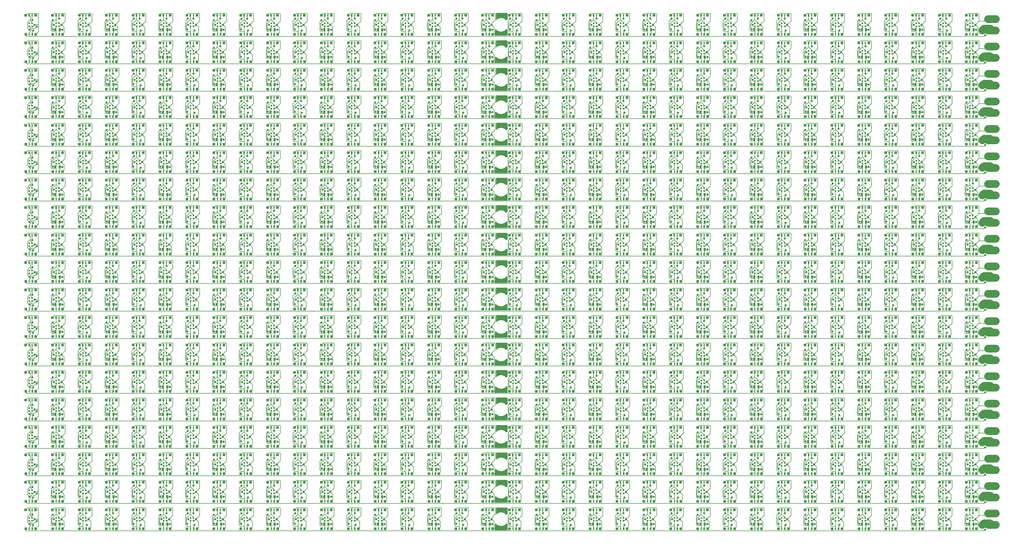
<source format=gbr>
G04 EAGLE Gerber RS-274X export*
G75*
%MOMM*%
%FSLAX34Y34*%
%LPD*%
%INTop Copper*%
%IPPOS*%
%AMOC8*
5,1,8,0,0,1.08239X$1,22.5*%
G01*
%ADD10C,2.500000*%
%ADD11R,0.700000X1.000000*%
%ADD12R,0.550000X0.550000*%
%ADD13R,0.900000X0.900000*%
%ADD14R,0.400000X0.900000*%
%ADD15R,0.500000X0.900000*%
%ADD16R,0.850000X0.900000*%
%ADD17C,0.152400*%
%ADD18C,0.706400*%

G36*
X1684090Y1765254D02*
X1684090Y1765254D01*
X1684181Y1765261D01*
X1684211Y1765273D01*
X1684243Y1765279D01*
X1684323Y1765321D01*
X1684407Y1765357D01*
X1684439Y1765383D01*
X1684460Y1765394D01*
X1684482Y1765417D01*
X1684538Y1765462D01*
X1686538Y1767462D01*
X1686591Y1767536D01*
X1686651Y1767605D01*
X1686663Y1767635D01*
X1686682Y1767661D01*
X1686709Y1767748D01*
X1686743Y1767833D01*
X1686747Y1767874D01*
X1686754Y1767897D01*
X1686753Y1767929D01*
X1686761Y1768000D01*
X1686761Y1786000D01*
X1686747Y1786090D01*
X1686739Y1786181D01*
X1686727Y1786211D01*
X1686722Y1786243D01*
X1686679Y1786323D01*
X1686643Y1786407D01*
X1686617Y1786439D01*
X1686606Y1786460D01*
X1686583Y1786482D01*
X1686538Y1786538D01*
X1684538Y1788538D01*
X1684464Y1788591D01*
X1684395Y1788651D01*
X1684365Y1788663D01*
X1684339Y1788682D01*
X1684252Y1788709D01*
X1684167Y1788743D01*
X1684126Y1788747D01*
X1684103Y1788754D01*
X1684071Y1788753D01*
X1684000Y1788761D01*
X1650000Y1788761D01*
X1649910Y1788747D01*
X1649819Y1788739D01*
X1649789Y1788727D01*
X1649757Y1788722D01*
X1649677Y1788679D01*
X1649593Y1788643D01*
X1649561Y1788617D01*
X1649540Y1788606D01*
X1649518Y1788583D01*
X1649462Y1788538D01*
X1648256Y1787332D01*
X1648203Y1787258D01*
X1648143Y1787189D01*
X1648131Y1787159D01*
X1648112Y1787133D01*
X1648085Y1787046D01*
X1648051Y1786961D01*
X1648047Y1786920D01*
X1648040Y1786897D01*
X1648041Y1786865D01*
X1648033Y1786794D01*
X1648033Y1767206D01*
X1648047Y1767116D01*
X1648055Y1767025D01*
X1648067Y1766995D01*
X1648072Y1766963D01*
X1648115Y1766883D01*
X1648151Y1766799D01*
X1648177Y1766767D01*
X1648188Y1766746D01*
X1648211Y1766724D01*
X1648256Y1766668D01*
X1648867Y1766057D01*
X1648883Y1766045D01*
X1648895Y1766030D01*
X1648983Y1765974D01*
X1649066Y1765913D01*
X1649085Y1765907D01*
X1649102Y1765897D01*
X1649203Y1765871D01*
X1649301Y1765841D01*
X1649321Y1765841D01*
X1649341Y1765837D01*
X1649444Y1765845D01*
X1649547Y1765847D01*
X1649566Y1765854D01*
X1649586Y1765856D01*
X1649681Y1765896D01*
X1649778Y1765932D01*
X1649794Y1765944D01*
X1649812Y1765952D01*
X1649943Y1766057D01*
X1652538Y1768651D01*
X1660624Y1772001D01*
X1669376Y1772001D01*
X1677462Y1768651D01*
X1680652Y1765462D01*
X1680726Y1765409D01*
X1680795Y1765349D01*
X1680826Y1765337D01*
X1680852Y1765318D01*
X1680939Y1765291D01*
X1681024Y1765257D01*
X1681065Y1765253D01*
X1681087Y1765246D01*
X1681119Y1765247D01*
X1681190Y1765239D01*
X1684000Y1765239D01*
X1684090Y1765254D01*
G37*
G36*
X1684090Y325254D02*
X1684090Y325254D01*
X1684181Y325261D01*
X1684211Y325273D01*
X1684243Y325279D01*
X1684323Y325321D01*
X1684407Y325357D01*
X1684439Y325383D01*
X1684460Y325394D01*
X1684482Y325417D01*
X1684538Y325462D01*
X1686538Y327462D01*
X1686591Y327536D01*
X1686651Y327605D01*
X1686663Y327635D01*
X1686682Y327661D01*
X1686709Y327748D01*
X1686743Y327833D01*
X1686747Y327874D01*
X1686754Y327897D01*
X1686753Y327929D01*
X1686761Y328000D01*
X1686761Y346000D01*
X1686747Y346090D01*
X1686739Y346181D01*
X1686727Y346211D01*
X1686722Y346243D01*
X1686679Y346323D01*
X1686643Y346407D01*
X1686617Y346439D01*
X1686606Y346460D01*
X1686583Y346482D01*
X1686538Y346538D01*
X1684538Y348538D01*
X1684464Y348591D01*
X1684395Y348651D01*
X1684365Y348663D01*
X1684339Y348682D01*
X1684252Y348709D01*
X1684167Y348743D01*
X1684126Y348747D01*
X1684103Y348754D01*
X1684071Y348753D01*
X1684000Y348761D01*
X1650000Y348761D01*
X1649910Y348747D01*
X1649819Y348739D01*
X1649789Y348727D01*
X1649757Y348722D01*
X1649677Y348679D01*
X1649593Y348643D01*
X1649561Y348617D01*
X1649540Y348606D01*
X1649518Y348583D01*
X1649462Y348538D01*
X1648256Y347332D01*
X1648203Y347258D01*
X1648143Y347189D01*
X1648131Y347159D01*
X1648112Y347133D01*
X1648085Y347046D01*
X1648051Y346961D01*
X1648047Y346920D01*
X1648040Y346897D01*
X1648041Y346865D01*
X1648033Y346794D01*
X1648033Y327206D01*
X1648047Y327116D01*
X1648055Y327025D01*
X1648067Y326995D01*
X1648072Y326963D01*
X1648115Y326883D01*
X1648151Y326799D01*
X1648177Y326767D01*
X1648188Y326746D01*
X1648211Y326724D01*
X1648256Y326668D01*
X1648867Y326057D01*
X1648883Y326045D01*
X1648895Y326030D01*
X1648983Y325974D01*
X1649066Y325913D01*
X1649085Y325907D01*
X1649102Y325897D01*
X1649203Y325871D01*
X1649301Y325841D01*
X1649321Y325841D01*
X1649341Y325837D01*
X1649444Y325845D01*
X1649547Y325847D01*
X1649566Y325854D01*
X1649586Y325856D01*
X1649681Y325896D01*
X1649778Y325932D01*
X1649794Y325944D01*
X1649812Y325952D01*
X1649943Y326057D01*
X1652538Y328651D01*
X1660624Y332001D01*
X1669376Y332001D01*
X1677462Y328651D01*
X1680652Y325462D01*
X1680726Y325409D01*
X1680795Y325349D01*
X1680826Y325337D01*
X1680852Y325318D01*
X1680939Y325291D01*
X1681024Y325257D01*
X1681065Y325253D01*
X1681087Y325246D01*
X1681119Y325247D01*
X1681190Y325239D01*
X1684000Y325239D01*
X1684090Y325254D01*
G37*
G36*
X1684090Y1675254D02*
X1684090Y1675254D01*
X1684181Y1675261D01*
X1684211Y1675273D01*
X1684243Y1675279D01*
X1684323Y1675321D01*
X1684407Y1675357D01*
X1684439Y1675383D01*
X1684460Y1675394D01*
X1684482Y1675417D01*
X1684538Y1675462D01*
X1686538Y1677462D01*
X1686591Y1677536D01*
X1686651Y1677605D01*
X1686663Y1677635D01*
X1686682Y1677661D01*
X1686709Y1677748D01*
X1686743Y1677833D01*
X1686747Y1677874D01*
X1686754Y1677897D01*
X1686753Y1677929D01*
X1686761Y1678000D01*
X1686761Y1696000D01*
X1686747Y1696090D01*
X1686739Y1696181D01*
X1686727Y1696211D01*
X1686722Y1696243D01*
X1686679Y1696323D01*
X1686643Y1696407D01*
X1686617Y1696439D01*
X1686606Y1696460D01*
X1686583Y1696482D01*
X1686538Y1696538D01*
X1684538Y1698538D01*
X1684464Y1698591D01*
X1684395Y1698651D01*
X1684365Y1698663D01*
X1684339Y1698682D01*
X1684252Y1698709D01*
X1684167Y1698743D01*
X1684126Y1698747D01*
X1684103Y1698754D01*
X1684071Y1698753D01*
X1684000Y1698761D01*
X1650000Y1698761D01*
X1649910Y1698747D01*
X1649819Y1698739D01*
X1649789Y1698727D01*
X1649757Y1698722D01*
X1649677Y1698679D01*
X1649593Y1698643D01*
X1649561Y1698617D01*
X1649540Y1698606D01*
X1649518Y1698583D01*
X1649462Y1698538D01*
X1648256Y1697332D01*
X1648203Y1697258D01*
X1648143Y1697189D01*
X1648131Y1697159D01*
X1648112Y1697133D01*
X1648085Y1697046D01*
X1648051Y1696961D01*
X1648047Y1696920D01*
X1648040Y1696897D01*
X1648041Y1696865D01*
X1648033Y1696794D01*
X1648033Y1677206D01*
X1648047Y1677116D01*
X1648055Y1677025D01*
X1648067Y1676995D01*
X1648072Y1676963D01*
X1648115Y1676883D01*
X1648151Y1676799D01*
X1648177Y1676767D01*
X1648188Y1676746D01*
X1648211Y1676724D01*
X1648256Y1676668D01*
X1648867Y1676057D01*
X1648883Y1676045D01*
X1648895Y1676030D01*
X1648983Y1675974D01*
X1649066Y1675913D01*
X1649085Y1675907D01*
X1649102Y1675897D01*
X1649203Y1675871D01*
X1649301Y1675841D01*
X1649321Y1675841D01*
X1649341Y1675837D01*
X1649444Y1675845D01*
X1649547Y1675847D01*
X1649566Y1675854D01*
X1649586Y1675856D01*
X1649681Y1675896D01*
X1649778Y1675932D01*
X1649794Y1675944D01*
X1649812Y1675952D01*
X1649943Y1676057D01*
X1652538Y1678651D01*
X1660624Y1682001D01*
X1669376Y1682001D01*
X1677462Y1678651D01*
X1680652Y1675462D01*
X1680726Y1675409D01*
X1680795Y1675349D01*
X1680826Y1675337D01*
X1680852Y1675318D01*
X1680939Y1675291D01*
X1681024Y1675257D01*
X1681065Y1675253D01*
X1681087Y1675246D01*
X1681119Y1675247D01*
X1681190Y1675239D01*
X1684000Y1675239D01*
X1684090Y1675254D01*
G37*
G36*
X1684090Y865254D02*
X1684090Y865254D01*
X1684181Y865261D01*
X1684211Y865273D01*
X1684243Y865279D01*
X1684323Y865321D01*
X1684407Y865357D01*
X1684439Y865383D01*
X1684460Y865394D01*
X1684482Y865417D01*
X1684538Y865462D01*
X1686538Y867462D01*
X1686591Y867536D01*
X1686651Y867605D01*
X1686663Y867635D01*
X1686682Y867661D01*
X1686709Y867748D01*
X1686743Y867833D01*
X1686747Y867874D01*
X1686754Y867897D01*
X1686753Y867929D01*
X1686761Y868000D01*
X1686761Y886000D01*
X1686747Y886090D01*
X1686739Y886181D01*
X1686727Y886211D01*
X1686722Y886243D01*
X1686679Y886323D01*
X1686643Y886407D01*
X1686617Y886439D01*
X1686606Y886460D01*
X1686583Y886482D01*
X1686538Y886538D01*
X1684538Y888538D01*
X1684464Y888591D01*
X1684395Y888651D01*
X1684365Y888663D01*
X1684339Y888682D01*
X1684252Y888709D01*
X1684167Y888743D01*
X1684126Y888747D01*
X1684103Y888754D01*
X1684071Y888753D01*
X1684000Y888761D01*
X1650000Y888761D01*
X1649910Y888747D01*
X1649819Y888739D01*
X1649789Y888727D01*
X1649757Y888722D01*
X1649677Y888679D01*
X1649593Y888643D01*
X1649561Y888617D01*
X1649540Y888606D01*
X1649518Y888583D01*
X1649462Y888538D01*
X1648256Y887332D01*
X1648203Y887258D01*
X1648143Y887189D01*
X1648131Y887159D01*
X1648112Y887133D01*
X1648085Y887046D01*
X1648051Y886961D01*
X1648047Y886920D01*
X1648040Y886897D01*
X1648041Y886865D01*
X1648033Y886794D01*
X1648033Y867206D01*
X1648047Y867116D01*
X1648055Y867025D01*
X1648067Y866995D01*
X1648072Y866963D01*
X1648115Y866883D01*
X1648151Y866799D01*
X1648177Y866767D01*
X1648188Y866746D01*
X1648211Y866724D01*
X1648256Y866668D01*
X1648867Y866057D01*
X1648883Y866045D01*
X1648895Y866030D01*
X1648983Y865974D01*
X1649066Y865913D01*
X1649085Y865907D01*
X1649102Y865897D01*
X1649203Y865871D01*
X1649301Y865841D01*
X1649321Y865841D01*
X1649341Y865837D01*
X1649444Y865845D01*
X1649547Y865847D01*
X1649566Y865854D01*
X1649586Y865856D01*
X1649681Y865896D01*
X1649778Y865932D01*
X1649794Y865944D01*
X1649812Y865952D01*
X1649943Y866057D01*
X1652538Y868651D01*
X1660624Y872001D01*
X1669376Y872001D01*
X1677462Y868651D01*
X1680652Y865462D01*
X1680726Y865409D01*
X1680795Y865349D01*
X1680826Y865337D01*
X1680852Y865318D01*
X1680939Y865291D01*
X1681024Y865257D01*
X1681065Y865253D01*
X1681087Y865246D01*
X1681119Y865247D01*
X1681190Y865239D01*
X1684000Y865239D01*
X1684090Y865254D01*
G37*
G36*
X1684090Y1585254D02*
X1684090Y1585254D01*
X1684181Y1585261D01*
X1684211Y1585273D01*
X1684243Y1585279D01*
X1684323Y1585321D01*
X1684407Y1585357D01*
X1684439Y1585383D01*
X1684460Y1585394D01*
X1684482Y1585417D01*
X1684538Y1585462D01*
X1686538Y1587462D01*
X1686591Y1587536D01*
X1686651Y1587605D01*
X1686663Y1587635D01*
X1686682Y1587661D01*
X1686709Y1587748D01*
X1686743Y1587833D01*
X1686747Y1587874D01*
X1686754Y1587897D01*
X1686753Y1587929D01*
X1686761Y1588000D01*
X1686761Y1606000D01*
X1686747Y1606090D01*
X1686739Y1606181D01*
X1686727Y1606211D01*
X1686722Y1606243D01*
X1686679Y1606323D01*
X1686643Y1606407D01*
X1686617Y1606439D01*
X1686606Y1606460D01*
X1686583Y1606482D01*
X1686538Y1606538D01*
X1684538Y1608538D01*
X1684464Y1608591D01*
X1684395Y1608651D01*
X1684365Y1608663D01*
X1684339Y1608682D01*
X1684252Y1608709D01*
X1684167Y1608743D01*
X1684126Y1608747D01*
X1684103Y1608754D01*
X1684071Y1608753D01*
X1684000Y1608761D01*
X1650000Y1608761D01*
X1649910Y1608747D01*
X1649819Y1608739D01*
X1649789Y1608727D01*
X1649757Y1608722D01*
X1649677Y1608679D01*
X1649593Y1608643D01*
X1649561Y1608617D01*
X1649540Y1608606D01*
X1649518Y1608583D01*
X1649462Y1608538D01*
X1648256Y1607332D01*
X1648203Y1607258D01*
X1648143Y1607189D01*
X1648131Y1607159D01*
X1648112Y1607133D01*
X1648085Y1607046D01*
X1648051Y1606961D01*
X1648047Y1606920D01*
X1648040Y1606897D01*
X1648041Y1606865D01*
X1648033Y1606794D01*
X1648033Y1587206D01*
X1648047Y1587116D01*
X1648055Y1587025D01*
X1648067Y1586995D01*
X1648072Y1586963D01*
X1648115Y1586883D01*
X1648151Y1586799D01*
X1648177Y1586767D01*
X1648188Y1586746D01*
X1648211Y1586724D01*
X1648256Y1586668D01*
X1648867Y1586057D01*
X1648883Y1586045D01*
X1648895Y1586030D01*
X1648983Y1585974D01*
X1649066Y1585913D01*
X1649085Y1585907D01*
X1649102Y1585897D01*
X1649203Y1585871D01*
X1649301Y1585841D01*
X1649321Y1585841D01*
X1649341Y1585837D01*
X1649444Y1585845D01*
X1649547Y1585847D01*
X1649566Y1585854D01*
X1649586Y1585856D01*
X1649681Y1585896D01*
X1649778Y1585932D01*
X1649794Y1585944D01*
X1649812Y1585952D01*
X1649943Y1586057D01*
X1652538Y1588651D01*
X1660624Y1592001D01*
X1669376Y1592001D01*
X1677462Y1588651D01*
X1680652Y1585462D01*
X1680726Y1585409D01*
X1680795Y1585349D01*
X1680826Y1585337D01*
X1680852Y1585318D01*
X1680939Y1585291D01*
X1681024Y1585257D01*
X1681065Y1585253D01*
X1681087Y1585246D01*
X1681119Y1585247D01*
X1681190Y1585239D01*
X1684000Y1585239D01*
X1684090Y1585254D01*
G37*
G36*
X1684090Y415254D02*
X1684090Y415254D01*
X1684181Y415261D01*
X1684211Y415273D01*
X1684243Y415279D01*
X1684323Y415321D01*
X1684407Y415357D01*
X1684439Y415383D01*
X1684460Y415394D01*
X1684482Y415417D01*
X1684538Y415462D01*
X1686538Y417462D01*
X1686591Y417536D01*
X1686651Y417605D01*
X1686663Y417635D01*
X1686682Y417661D01*
X1686709Y417748D01*
X1686743Y417833D01*
X1686747Y417874D01*
X1686754Y417897D01*
X1686753Y417929D01*
X1686761Y418000D01*
X1686761Y436000D01*
X1686747Y436090D01*
X1686739Y436181D01*
X1686727Y436211D01*
X1686722Y436243D01*
X1686679Y436323D01*
X1686643Y436407D01*
X1686617Y436439D01*
X1686606Y436460D01*
X1686583Y436482D01*
X1686538Y436538D01*
X1684538Y438538D01*
X1684464Y438591D01*
X1684395Y438651D01*
X1684365Y438663D01*
X1684339Y438682D01*
X1684252Y438709D01*
X1684167Y438743D01*
X1684126Y438747D01*
X1684103Y438754D01*
X1684071Y438753D01*
X1684000Y438761D01*
X1650000Y438761D01*
X1649910Y438747D01*
X1649819Y438739D01*
X1649789Y438727D01*
X1649757Y438722D01*
X1649677Y438679D01*
X1649593Y438643D01*
X1649561Y438617D01*
X1649540Y438606D01*
X1649518Y438583D01*
X1649462Y438538D01*
X1648256Y437332D01*
X1648203Y437258D01*
X1648143Y437189D01*
X1648131Y437159D01*
X1648112Y437133D01*
X1648085Y437046D01*
X1648051Y436961D01*
X1648047Y436920D01*
X1648040Y436897D01*
X1648041Y436865D01*
X1648033Y436794D01*
X1648033Y417206D01*
X1648047Y417116D01*
X1648055Y417025D01*
X1648067Y416995D01*
X1648072Y416963D01*
X1648115Y416883D01*
X1648151Y416799D01*
X1648177Y416767D01*
X1648188Y416746D01*
X1648211Y416724D01*
X1648256Y416668D01*
X1648867Y416057D01*
X1648883Y416045D01*
X1648895Y416030D01*
X1648983Y415974D01*
X1649066Y415913D01*
X1649085Y415907D01*
X1649102Y415897D01*
X1649203Y415871D01*
X1649301Y415841D01*
X1649321Y415841D01*
X1649341Y415837D01*
X1649444Y415845D01*
X1649547Y415847D01*
X1649566Y415854D01*
X1649586Y415856D01*
X1649681Y415896D01*
X1649778Y415932D01*
X1649794Y415944D01*
X1649812Y415952D01*
X1649943Y416057D01*
X1652538Y418651D01*
X1660624Y422001D01*
X1669376Y422001D01*
X1677462Y418651D01*
X1680652Y415462D01*
X1680726Y415409D01*
X1680795Y415349D01*
X1680826Y415337D01*
X1680852Y415318D01*
X1680939Y415291D01*
X1681024Y415257D01*
X1681065Y415253D01*
X1681087Y415246D01*
X1681119Y415247D01*
X1681190Y415239D01*
X1684000Y415239D01*
X1684090Y415254D01*
G37*
G36*
X1684090Y1495254D02*
X1684090Y1495254D01*
X1684181Y1495261D01*
X1684211Y1495273D01*
X1684243Y1495279D01*
X1684323Y1495321D01*
X1684407Y1495357D01*
X1684439Y1495383D01*
X1684460Y1495394D01*
X1684482Y1495417D01*
X1684538Y1495462D01*
X1686538Y1497462D01*
X1686591Y1497536D01*
X1686651Y1497605D01*
X1686663Y1497635D01*
X1686682Y1497661D01*
X1686709Y1497748D01*
X1686743Y1497833D01*
X1686747Y1497874D01*
X1686754Y1497897D01*
X1686753Y1497929D01*
X1686761Y1498000D01*
X1686761Y1516000D01*
X1686747Y1516090D01*
X1686739Y1516181D01*
X1686727Y1516211D01*
X1686722Y1516243D01*
X1686679Y1516323D01*
X1686643Y1516407D01*
X1686617Y1516439D01*
X1686606Y1516460D01*
X1686583Y1516482D01*
X1686538Y1516538D01*
X1684538Y1518538D01*
X1684464Y1518591D01*
X1684395Y1518651D01*
X1684365Y1518663D01*
X1684339Y1518682D01*
X1684252Y1518709D01*
X1684167Y1518743D01*
X1684126Y1518747D01*
X1684103Y1518754D01*
X1684071Y1518753D01*
X1684000Y1518761D01*
X1650000Y1518761D01*
X1649910Y1518747D01*
X1649819Y1518739D01*
X1649789Y1518727D01*
X1649757Y1518722D01*
X1649677Y1518679D01*
X1649593Y1518643D01*
X1649561Y1518617D01*
X1649540Y1518606D01*
X1649518Y1518583D01*
X1649462Y1518538D01*
X1648256Y1517332D01*
X1648203Y1517258D01*
X1648143Y1517189D01*
X1648131Y1517159D01*
X1648112Y1517133D01*
X1648085Y1517046D01*
X1648051Y1516961D01*
X1648047Y1516920D01*
X1648040Y1516897D01*
X1648041Y1516865D01*
X1648033Y1516794D01*
X1648033Y1497206D01*
X1648047Y1497116D01*
X1648055Y1497025D01*
X1648067Y1496995D01*
X1648072Y1496963D01*
X1648115Y1496883D01*
X1648151Y1496799D01*
X1648177Y1496767D01*
X1648188Y1496746D01*
X1648211Y1496724D01*
X1648256Y1496668D01*
X1648867Y1496057D01*
X1648883Y1496045D01*
X1648895Y1496030D01*
X1648983Y1495974D01*
X1649066Y1495913D01*
X1649085Y1495907D01*
X1649102Y1495897D01*
X1649203Y1495871D01*
X1649301Y1495841D01*
X1649321Y1495841D01*
X1649341Y1495837D01*
X1649444Y1495845D01*
X1649547Y1495847D01*
X1649566Y1495854D01*
X1649586Y1495856D01*
X1649681Y1495896D01*
X1649778Y1495932D01*
X1649794Y1495944D01*
X1649812Y1495952D01*
X1649943Y1496057D01*
X1652538Y1498651D01*
X1660624Y1502001D01*
X1669376Y1502001D01*
X1677462Y1498651D01*
X1680652Y1495462D01*
X1680726Y1495409D01*
X1680795Y1495349D01*
X1680826Y1495337D01*
X1680852Y1495318D01*
X1680939Y1495291D01*
X1681024Y1495257D01*
X1681065Y1495253D01*
X1681087Y1495246D01*
X1681119Y1495247D01*
X1681190Y1495239D01*
X1684000Y1495239D01*
X1684090Y1495254D01*
G37*
G36*
X1684090Y955254D02*
X1684090Y955254D01*
X1684181Y955261D01*
X1684211Y955273D01*
X1684243Y955279D01*
X1684323Y955321D01*
X1684407Y955357D01*
X1684439Y955383D01*
X1684460Y955394D01*
X1684482Y955417D01*
X1684538Y955462D01*
X1686538Y957462D01*
X1686591Y957536D01*
X1686651Y957605D01*
X1686663Y957635D01*
X1686682Y957661D01*
X1686709Y957748D01*
X1686743Y957833D01*
X1686747Y957874D01*
X1686754Y957897D01*
X1686753Y957929D01*
X1686761Y958000D01*
X1686761Y976000D01*
X1686747Y976090D01*
X1686739Y976181D01*
X1686727Y976211D01*
X1686722Y976243D01*
X1686679Y976323D01*
X1686643Y976407D01*
X1686617Y976439D01*
X1686606Y976460D01*
X1686583Y976482D01*
X1686538Y976538D01*
X1684538Y978538D01*
X1684464Y978591D01*
X1684395Y978651D01*
X1684365Y978663D01*
X1684339Y978682D01*
X1684252Y978709D01*
X1684167Y978743D01*
X1684126Y978747D01*
X1684103Y978754D01*
X1684071Y978753D01*
X1684000Y978761D01*
X1650000Y978761D01*
X1649910Y978747D01*
X1649819Y978739D01*
X1649789Y978727D01*
X1649757Y978722D01*
X1649677Y978679D01*
X1649593Y978643D01*
X1649561Y978617D01*
X1649540Y978606D01*
X1649518Y978583D01*
X1649462Y978538D01*
X1648256Y977332D01*
X1648203Y977258D01*
X1648143Y977189D01*
X1648131Y977159D01*
X1648112Y977133D01*
X1648085Y977046D01*
X1648051Y976961D01*
X1648047Y976920D01*
X1648040Y976897D01*
X1648041Y976865D01*
X1648033Y976794D01*
X1648033Y957206D01*
X1648047Y957116D01*
X1648055Y957025D01*
X1648067Y956995D01*
X1648072Y956963D01*
X1648115Y956883D01*
X1648151Y956799D01*
X1648177Y956767D01*
X1648188Y956746D01*
X1648211Y956724D01*
X1648256Y956668D01*
X1648867Y956057D01*
X1648883Y956045D01*
X1648895Y956030D01*
X1648983Y955974D01*
X1649066Y955913D01*
X1649085Y955907D01*
X1649102Y955897D01*
X1649203Y955871D01*
X1649301Y955841D01*
X1649321Y955841D01*
X1649341Y955837D01*
X1649444Y955845D01*
X1649547Y955847D01*
X1649566Y955854D01*
X1649586Y955856D01*
X1649681Y955896D01*
X1649778Y955932D01*
X1649794Y955944D01*
X1649812Y955952D01*
X1649943Y956057D01*
X1652538Y958651D01*
X1660624Y962001D01*
X1669376Y962001D01*
X1677462Y958651D01*
X1680652Y955462D01*
X1680726Y955409D01*
X1680795Y955349D01*
X1680826Y955337D01*
X1680852Y955318D01*
X1680939Y955291D01*
X1681024Y955257D01*
X1681065Y955253D01*
X1681087Y955246D01*
X1681119Y955247D01*
X1681190Y955239D01*
X1684000Y955239D01*
X1684090Y955254D01*
G37*
G36*
X1684090Y1405254D02*
X1684090Y1405254D01*
X1684181Y1405261D01*
X1684211Y1405273D01*
X1684243Y1405279D01*
X1684323Y1405321D01*
X1684407Y1405357D01*
X1684439Y1405383D01*
X1684460Y1405394D01*
X1684482Y1405417D01*
X1684538Y1405462D01*
X1686538Y1407462D01*
X1686591Y1407536D01*
X1686651Y1407605D01*
X1686663Y1407635D01*
X1686682Y1407661D01*
X1686709Y1407748D01*
X1686743Y1407833D01*
X1686747Y1407874D01*
X1686754Y1407897D01*
X1686753Y1407929D01*
X1686761Y1408000D01*
X1686761Y1426000D01*
X1686747Y1426090D01*
X1686739Y1426181D01*
X1686727Y1426211D01*
X1686722Y1426243D01*
X1686679Y1426323D01*
X1686643Y1426407D01*
X1686617Y1426439D01*
X1686606Y1426460D01*
X1686583Y1426482D01*
X1686538Y1426538D01*
X1684538Y1428538D01*
X1684464Y1428591D01*
X1684395Y1428651D01*
X1684365Y1428663D01*
X1684339Y1428682D01*
X1684252Y1428709D01*
X1684167Y1428743D01*
X1684126Y1428747D01*
X1684103Y1428754D01*
X1684071Y1428753D01*
X1684000Y1428761D01*
X1650000Y1428761D01*
X1649910Y1428747D01*
X1649819Y1428739D01*
X1649789Y1428727D01*
X1649757Y1428722D01*
X1649677Y1428679D01*
X1649593Y1428643D01*
X1649561Y1428617D01*
X1649540Y1428606D01*
X1649518Y1428583D01*
X1649462Y1428538D01*
X1648256Y1427332D01*
X1648203Y1427258D01*
X1648143Y1427189D01*
X1648131Y1427159D01*
X1648112Y1427133D01*
X1648085Y1427046D01*
X1648051Y1426961D01*
X1648047Y1426920D01*
X1648040Y1426897D01*
X1648041Y1426865D01*
X1648033Y1426794D01*
X1648033Y1407206D01*
X1648047Y1407116D01*
X1648055Y1407025D01*
X1648067Y1406995D01*
X1648072Y1406963D01*
X1648115Y1406883D01*
X1648151Y1406799D01*
X1648177Y1406767D01*
X1648188Y1406746D01*
X1648211Y1406724D01*
X1648256Y1406668D01*
X1648867Y1406057D01*
X1648883Y1406045D01*
X1648895Y1406030D01*
X1648983Y1405974D01*
X1649066Y1405913D01*
X1649085Y1405907D01*
X1649102Y1405897D01*
X1649203Y1405871D01*
X1649301Y1405841D01*
X1649321Y1405841D01*
X1649341Y1405837D01*
X1649444Y1405845D01*
X1649547Y1405847D01*
X1649566Y1405854D01*
X1649586Y1405856D01*
X1649681Y1405896D01*
X1649778Y1405932D01*
X1649794Y1405944D01*
X1649812Y1405952D01*
X1649943Y1406057D01*
X1652538Y1408651D01*
X1660624Y1412001D01*
X1669376Y1412001D01*
X1677462Y1408651D01*
X1680652Y1405462D01*
X1680726Y1405409D01*
X1680795Y1405349D01*
X1680826Y1405337D01*
X1680852Y1405318D01*
X1680939Y1405291D01*
X1681024Y1405257D01*
X1681065Y1405253D01*
X1681087Y1405246D01*
X1681119Y1405247D01*
X1681190Y1405239D01*
X1684000Y1405239D01*
X1684090Y1405254D01*
G37*
G36*
X1684090Y505254D02*
X1684090Y505254D01*
X1684181Y505261D01*
X1684211Y505273D01*
X1684243Y505279D01*
X1684323Y505321D01*
X1684407Y505357D01*
X1684439Y505383D01*
X1684460Y505394D01*
X1684482Y505417D01*
X1684538Y505462D01*
X1686538Y507462D01*
X1686591Y507536D01*
X1686651Y507605D01*
X1686663Y507635D01*
X1686682Y507661D01*
X1686709Y507748D01*
X1686743Y507833D01*
X1686747Y507874D01*
X1686754Y507897D01*
X1686753Y507929D01*
X1686761Y508000D01*
X1686761Y526000D01*
X1686747Y526090D01*
X1686739Y526181D01*
X1686727Y526211D01*
X1686722Y526243D01*
X1686679Y526323D01*
X1686643Y526407D01*
X1686617Y526439D01*
X1686606Y526460D01*
X1686583Y526482D01*
X1686538Y526538D01*
X1684538Y528538D01*
X1684464Y528591D01*
X1684395Y528651D01*
X1684365Y528663D01*
X1684339Y528682D01*
X1684252Y528709D01*
X1684167Y528743D01*
X1684126Y528747D01*
X1684103Y528754D01*
X1684071Y528753D01*
X1684000Y528761D01*
X1650000Y528761D01*
X1649910Y528747D01*
X1649819Y528739D01*
X1649789Y528727D01*
X1649757Y528722D01*
X1649677Y528679D01*
X1649593Y528643D01*
X1649561Y528617D01*
X1649540Y528606D01*
X1649518Y528583D01*
X1649462Y528538D01*
X1648256Y527332D01*
X1648203Y527258D01*
X1648143Y527189D01*
X1648131Y527159D01*
X1648112Y527133D01*
X1648085Y527046D01*
X1648051Y526961D01*
X1648047Y526920D01*
X1648040Y526897D01*
X1648041Y526865D01*
X1648033Y526794D01*
X1648033Y507206D01*
X1648047Y507116D01*
X1648055Y507025D01*
X1648067Y506995D01*
X1648072Y506963D01*
X1648115Y506883D01*
X1648151Y506799D01*
X1648177Y506767D01*
X1648188Y506746D01*
X1648211Y506724D01*
X1648256Y506668D01*
X1648867Y506057D01*
X1648883Y506045D01*
X1648895Y506030D01*
X1648983Y505974D01*
X1649066Y505913D01*
X1649085Y505907D01*
X1649102Y505897D01*
X1649203Y505871D01*
X1649301Y505841D01*
X1649321Y505841D01*
X1649341Y505837D01*
X1649444Y505845D01*
X1649547Y505847D01*
X1649566Y505854D01*
X1649586Y505856D01*
X1649681Y505896D01*
X1649778Y505932D01*
X1649794Y505944D01*
X1649812Y505952D01*
X1649943Y506057D01*
X1652538Y508651D01*
X1660624Y512001D01*
X1669376Y512001D01*
X1677462Y508651D01*
X1680652Y505462D01*
X1680726Y505409D01*
X1680795Y505349D01*
X1680826Y505337D01*
X1680852Y505318D01*
X1680939Y505291D01*
X1681024Y505257D01*
X1681065Y505253D01*
X1681087Y505246D01*
X1681119Y505247D01*
X1681190Y505239D01*
X1684000Y505239D01*
X1684090Y505254D01*
G37*
G36*
X1684090Y1315254D02*
X1684090Y1315254D01*
X1684181Y1315261D01*
X1684211Y1315273D01*
X1684243Y1315279D01*
X1684323Y1315321D01*
X1684407Y1315357D01*
X1684439Y1315383D01*
X1684460Y1315394D01*
X1684482Y1315417D01*
X1684538Y1315462D01*
X1686538Y1317462D01*
X1686591Y1317536D01*
X1686651Y1317605D01*
X1686663Y1317635D01*
X1686682Y1317661D01*
X1686709Y1317748D01*
X1686743Y1317833D01*
X1686747Y1317874D01*
X1686754Y1317897D01*
X1686753Y1317929D01*
X1686761Y1318000D01*
X1686761Y1336000D01*
X1686747Y1336090D01*
X1686739Y1336181D01*
X1686727Y1336211D01*
X1686722Y1336243D01*
X1686679Y1336323D01*
X1686643Y1336407D01*
X1686617Y1336439D01*
X1686606Y1336460D01*
X1686583Y1336482D01*
X1686538Y1336538D01*
X1684538Y1338538D01*
X1684464Y1338591D01*
X1684395Y1338651D01*
X1684365Y1338663D01*
X1684339Y1338682D01*
X1684252Y1338709D01*
X1684167Y1338743D01*
X1684126Y1338747D01*
X1684103Y1338754D01*
X1684071Y1338753D01*
X1684000Y1338761D01*
X1650000Y1338761D01*
X1649910Y1338747D01*
X1649819Y1338739D01*
X1649789Y1338727D01*
X1649757Y1338722D01*
X1649677Y1338679D01*
X1649593Y1338643D01*
X1649561Y1338617D01*
X1649540Y1338606D01*
X1649518Y1338583D01*
X1649462Y1338538D01*
X1648256Y1337332D01*
X1648203Y1337258D01*
X1648143Y1337189D01*
X1648131Y1337159D01*
X1648112Y1337133D01*
X1648085Y1337046D01*
X1648051Y1336961D01*
X1648047Y1336920D01*
X1648040Y1336897D01*
X1648041Y1336865D01*
X1648033Y1336794D01*
X1648033Y1317206D01*
X1648047Y1317116D01*
X1648055Y1317025D01*
X1648067Y1316995D01*
X1648072Y1316963D01*
X1648115Y1316883D01*
X1648151Y1316799D01*
X1648177Y1316767D01*
X1648188Y1316746D01*
X1648211Y1316724D01*
X1648256Y1316668D01*
X1648867Y1316057D01*
X1648883Y1316045D01*
X1648895Y1316030D01*
X1648983Y1315974D01*
X1649066Y1315913D01*
X1649085Y1315907D01*
X1649102Y1315897D01*
X1649203Y1315871D01*
X1649301Y1315841D01*
X1649321Y1315841D01*
X1649341Y1315837D01*
X1649444Y1315845D01*
X1649547Y1315847D01*
X1649566Y1315854D01*
X1649586Y1315856D01*
X1649681Y1315896D01*
X1649778Y1315932D01*
X1649794Y1315944D01*
X1649812Y1315952D01*
X1649943Y1316057D01*
X1652538Y1318651D01*
X1660624Y1322001D01*
X1669376Y1322001D01*
X1677462Y1318651D01*
X1680652Y1315462D01*
X1680726Y1315409D01*
X1680795Y1315349D01*
X1680826Y1315337D01*
X1680852Y1315318D01*
X1680939Y1315291D01*
X1681024Y1315257D01*
X1681065Y1315253D01*
X1681087Y1315246D01*
X1681119Y1315247D01*
X1681190Y1315239D01*
X1684000Y1315239D01*
X1684090Y1315254D01*
G37*
G36*
X1684090Y595254D02*
X1684090Y595254D01*
X1684181Y595261D01*
X1684211Y595273D01*
X1684243Y595279D01*
X1684323Y595321D01*
X1684407Y595357D01*
X1684439Y595383D01*
X1684460Y595394D01*
X1684482Y595417D01*
X1684538Y595462D01*
X1686538Y597462D01*
X1686591Y597536D01*
X1686651Y597605D01*
X1686663Y597635D01*
X1686682Y597661D01*
X1686709Y597748D01*
X1686743Y597833D01*
X1686747Y597874D01*
X1686754Y597897D01*
X1686753Y597929D01*
X1686761Y598000D01*
X1686761Y616000D01*
X1686747Y616090D01*
X1686739Y616181D01*
X1686727Y616211D01*
X1686722Y616243D01*
X1686679Y616323D01*
X1686643Y616407D01*
X1686617Y616439D01*
X1686606Y616460D01*
X1686583Y616482D01*
X1686538Y616538D01*
X1684538Y618538D01*
X1684464Y618591D01*
X1684395Y618651D01*
X1684365Y618663D01*
X1684339Y618682D01*
X1684252Y618709D01*
X1684167Y618743D01*
X1684126Y618747D01*
X1684103Y618754D01*
X1684071Y618753D01*
X1684000Y618761D01*
X1650000Y618761D01*
X1649910Y618747D01*
X1649819Y618739D01*
X1649789Y618727D01*
X1649757Y618722D01*
X1649677Y618679D01*
X1649593Y618643D01*
X1649561Y618617D01*
X1649540Y618606D01*
X1649518Y618583D01*
X1649462Y618538D01*
X1648256Y617332D01*
X1648203Y617258D01*
X1648143Y617189D01*
X1648131Y617159D01*
X1648112Y617133D01*
X1648085Y617046D01*
X1648051Y616961D01*
X1648047Y616920D01*
X1648040Y616897D01*
X1648041Y616865D01*
X1648033Y616794D01*
X1648033Y597206D01*
X1648047Y597116D01*
X1648055Y597025D01*
X1648067Y596995D01*
X1648072Y596963D01*
X1648115Y596883D01*
X1648151Y596799D01*
X1648177Y596767D01*
X1648188Y596746D01*
X1648211Y596724D01*
X1648256Y596668D01*
X1648867Y596057D01*
X1648883Y596045D01*
X1648895Y596030D01*
X1648983Y595974D01*
X1649066Y595913D01*
X1649085Y595907D01*
X1649102Y595897D01*
X1649203Y595871D01*
X1649301Y595841D01*
X1649321Y595841D01*
X1649341Y595837D01*
X1649444Y595845D01*
X1649547Y595847D01*
X1649566Y595854D01*
X1649586Y595856D01*
X1649681Y595896D01*
X1649778Y595932D01*
X1649794Y595944D01*
X1649812Y595952D01*
X1649943Y596057D01*
X1652538Y598651D01*
X1660624Y602001D01*
X1669376Y602001D01*
X1677462Y598651D01*
X1680652Y595462D01*
X1680726Y595409D01*
X1680795Y595349D01*
X1680826Y595337D01*
X1680852Y595318D01*
X1680939Y595291D01*
X1681024Y595257D01*
X1681065Y595253D01*
X1681087Y595246D01*
X1681119Y595247D01*
X1681190Y595239D01*
X1684000Y595239D01*
X1684090Y595254D01*
G37*
G36*
X1684090Y1225254D02*
X1684090Y1225254D01*
X1684181Y1225261D01*
X1684211Y1225273D01*
X1684243Y1225279D01*
X1684323Y1225321D01*
X1684407Y1225357D01*
X1684439Y1225383D01*
X1684460Y1225394D01*
X1684482Y1225417D01*
X1684538Y1225462D01*
X1686538Y1227462D01*
X1686591Y1227536D01*
X1686651Y1227605D01*
X1686663Y1227635D01*
X1686682Y1227661D01*
X1686709Y1227748D01*
X1686743Y1227833D01*
X1686747Y1227874D01*
X1686754Y1227897D01*
X1686753Y1227929D01*
X1686761Y1228000D01*
X1686761Y1246000D01*
X1686747Y1246090D01*
X1686739Y1246181D01*
X1686727Y1246211D01*
X1686722Y1246243D01*
X1686679Y1246323D01*
X1686643Y1246407D01*
X1686617Y1246439D01*
X1686606Y1246460D01*
X1686583Y1246482D01*
X1686538Y1246538D01*
X1684538Y1248538D01*
X1684464Y1248591D01*
X1684395Y1248651D01*
X1684365Y1248663D01*
X1684339Y1248682D01*
X1684252Y1248709D01*
X1684167Y1248743D01*
X1684126Y1248747D01*
X1684103Y1248754D01*
X1684071Y1248753D01*
X1684000Y1248761D01*
X1650000Y1248761D01*
X1649910Y1248747D01*
X1649819Y1248739D01*
X1649789Y1248727D01*
X1649757Y1248722D01*
X1649677Y1248679D01*
X1649593Y1248643D01*
X1649561Y1248617D01*
X1649540Y1248606D01*
X1649518Y1248583D01*
X1649462Y1248538D01*
X1648256Y1247332D01*
X1648203Y1247258D01*
X1648143Y1247189D01*
X1648131Y1247159D01*
X1648112Y1247133D01*
X1648085Y1247046D01*
X1648051Y1246961D01*
X1648047Y1246920D01*
X1648040Y1246897D01*
X1648041Y1246865D01*
X1648033Y1246794D01*
X1648033Y1227206D01*
X1648047Y1227116D01*
X1648055Y1227025D01*
X1648067Y1226995D01*
X1648072Y1226963D01*
X1648115Y1226883D01*
X1648151Y1226799D01*
X1648177Y1226767D01*
X1648188Y1226746D01*
X1648211Y1226724D01*
X1648256Y1226668D01*
X1648867Y1226057D01*
X1648883Y1226045D01*
X1648895Y1226030D01*
X1648983Y1225974D01*
X1649066Y1225913D01*
X1649085Y1225907D01*
X1649102Y1225897D01*
X1649203Y1225871D01*
X1649301Y1225841D01*
X1649321Y1225841D01*
X1649341Y1225837D01*
X1649444Y1225845D01*
X1649547Y1225847D01*
X1649566Y1225854D01*
X1649586Y1225856D01*
X1649681Y1225896D01*
X1649778Y1225932D01*
X1649794Y1225944D01*
X1649812Y1225952D01*
X1649943Y1226057D01*
X1652538Y1228651D01*
X1660624Y1232001D01*
X1669376Y1232001D01*
X1677462Y1228651D01*
X1680652Y1225462D01*
X1680726Y1225409D01*
X1680795Y1225349D01*
X1680826Y1225337D01*
X1680852Y1225318D01*
X1680939Y1225291D01*
X1681024Y1225257D01*
X1681065Y1225253D01*
X1681087Y1225246D01*
X1681119Y1225247D01*
X1681190Y1225239D01*
X1684000Y1225239D01*
X1684090Y1225254D01*
G37*
G36*
X1684090Y685254D02*
X1684090Y685254D01*
X1684181Y685261D01*
X1684211Y685273D01*
X1684243Y685279D01*
X1684323Y685321D01*
X1684407Y685357D01*
X1684439Y685383D01*
X1684460Y685394D01*
X1684482Y685417D01*
X1684538Y685462D01*
X1686538Y687462D01*
X1686591Y687536D01*
X1686651Y687605D01*
X1686663Y687635D01*
X1686682Y687661D01*
X1686709Y687748D01*
X1686743Y687833D01*
X1686747Y687874D01*
X1686754Y687897D01*
X1686753Y687929D01*
X1686761Y688000D01*
X1686761Y706000D01*
X1686747Y706090D01*
X1686739Y706181D01*
X1686727Y706211D01*
X1686722Y706243D01*
X1686679Y706323D01*
X1686643Y706407D01*
X1686617Y706439D01*
X1686606Y706460D01*
X1686583Y706482D01*
X1686538Y706538D01*
X1684538Y708538D01*
X1684464Y708591D01*
X1684395Y708651D01*
X1684365Y708663D01*
X1684339Y708682D01*
X1684252Y708709D01*
X1684167Y708743D01*
X1684126Y708747D01*
X1684103Y708754D01*
X1684071Y708753D01*
X1684000Y708761D01*
X1650000Y708761D01*
X1649910Y708747D01*
X1649819Y708739D01*
X1649789Y708727D01*
X1649757Y708722D01*
X1649677Y708679D01*
X1649593Y708643D01*
X1649561Y708617D01*
X1649540Y708606D01*
X1649518Y708583D01*
X1649462Y708538D01*
X1648256Y707332D01*
X1648203Y707258D01*
X1648143Y707189D01*
X1648131Y707159D01*
X1648112Y707133D01*
X1648085Y707046D01*
X1648051Y706961D01*
X1648047Y706920D01*
X1648040Y706897D01*
X1648041Y706865D01*
X1648033Y706794D01*
X1648033Y687206D01*
X1648047Y687116D01*
X1648055Y687025D01*
X1648067Y686995D01*
X1648072Y686963D01*
X1648115Y686883D01*
X1648151Y686799D01*
X1648177Y686767D01*
X1648188Y686746D01*
X1648211Y686724D01*
X1648256Y686668D01*
X1648867Y686057D01*
X1648883Y686045D01*
X1648895Y686030D01*
X1648983Y685974D01*
X1649066Y685913D01*
X1649085Y685907D01*
X1649102Y685897D01*
X1649203Y685871D01*
X1649301Y685841D01*
X1649321Y685841D01*
X1649341Y685837D01*
X1649444Y685845D01*
X1649547Y685847D01*
X1649566Y685854D01*
X1649586Y685856D01*
X1649681Y685896D01*
X1649778Y685932D01*
X1649794Y685944D01*
X1649812Y685952D01*
X1649943Y686057D01*
X1652538Y688651D01*
X1660624Y692001D01*
X1669376Y692001D01*
X1677462Y688651D01*
X1680652Y685462D01*
X1680726Y685409D01*
X1680795Y685349D01*
X1680826Y685337D01*
X1680852Y685318D01*
X1680939Y685291D01*
X1681024Y685257D01*
X1681065Y685253D01*
X1681087Y685246D01*
X1681119Y685247D01*
X1681190Y685239D01*
X1684000Y685239D01*
X1684090Y685254D01*
G37*
G36*
X1684090Y1135254D02*
X1684090Y1135254D01*
X1684181Y1135261D01*
X1684211Y1135273D01*
X1684243Y1135279D01*
X1684323Y1135321D01*
X1684407Y1135357D01*
X1684439Y1135383D01*
X1684460Y1135394D01*
X1684482Y1135417D01*
X1684538Y1135462D01*
X1686538Y1137462D01*
X1686591Y1137536D01*
X1686651Y1137605D01*
X1686663Y1137635D01*
X1686682Y1137661D01*
X1686709Y1137748D01*
X1686743Y1137833D01*
X1686747Y1137874D01*
X1686754Y1137897D01*
X1686753Y1137929D01*
X1686761Y1138000D01*
X1686761Y1156000D01*
X1686747Y1156090D01*
X1686739Y1156181D01*
X1686727Y1156211D01*
X1686722Y1156243D01*
X1686679Y1156323D01*
X1686643Y1156407D01*
X1686617Y1156439D01*
X1686606Y1156460D01*
X1686583Y1156482D01*
X1686538Y1156538D01*
X1684538Y1158538D01*
X1684464Y1158591D01*
X1684395Y1158651D01*
X1684365Y1158663D01*
X1684339Y1158682D01*
X1684252Y1158709D01*
X1684167Y1158743D01*
X1684126Y1158747D01*
X1684103Y1158754D01*
X1684071Y1158753D01*
X1684000Y1158761D01*
X1650000Y1158761D01*
X1649910Y1158747D01*
X1649819Y1158739D01*
X1649789Y1158727D01*
X1649757Y1158722D01*
X1649677Y1158679D01*
X1649593Y1158643D01*
X1649561Y1158617D01*
X1649540Y1158606D01*
X1649518Y1158583D01*
X1649462Y1158538D01*
X1648256Y1157332D01*
X1648203Y1157258D01*
X1648143Y1157189D01*
X1648131Y1157159D01*
X1648112Y1157133D01*
X1648085Y1157046D01*
X1648051Y1156961D01*
X1648047Y1156920D01*
X1648040Y1156897D01*
X1648041Y1156865D01*
X1648033Y1156794D01*
X1648033Y1137206D01*
X1648047Y1137116D01*
X1648055Y1137025D01*
X1648067Y1136995D01*
X1648072Y1136963D01*
X1648115Y1136883D01*
X1648151Y1136799D01*
X1648177Y1136767D01*
X1648188Y1136746D01*
X1648211Y1136724D01*
X1648256Y1136668D01*
X1648867Y1136057D01*
X1648883Y1136045D01*
X1648895Y1136030D01*
X1648983Y1135974D01*
X1649066Y1135913D01*
X1649085Y1135907D01*
X1649102Y1135897D01*
X1649203Y1135871D01*
X1649301Y1135841D01*
X1649321Y1135841D01*
X1649341Y1135837D01*
X1649444Y1135845D01*
X1649547Y1135847D01*
X1649566Y1135854D01*
X1649586Y1135856D01*
X1649681Y1135896D01*
X1649778Y1135932D01*
X1649794Y1135944D01*
X1649812Y1135952D01*
X1649943Y1136057D01*
X1652538Y1138651D01*
X1660624Y1142001D01*
X1669376Y1142001D01*
X1677462Y1138651D01*
X1680652Y1135462D01*
X1680726Y1135409D01*
X1680795Y1135349D01*
X1680826Y1135337D01*
X1680852Y1135318D01*
X1680939Y1135291D01*
X1681024Y1135257D01*
X1681065Y1135253D01*
X1681087Y1135246D01*
X1681119Y1135247D01*
X1681190Y1135239D01*
X1684000Y1135239D01*
X1684090Y1135254D01*
G37*
G36*
X1684090Y775254D02*
X1684090Y775254D01*
X1684181Y775261D01*
X1684211Y775273D01*
X1684243Y775279D01*
X1684323Y775321D01*
X1684407Y775357D01*
X1684439Y775383D01*
X1684460Y775394D01*
X1684482Y775417D01*
X1684538Y775462D01*
X1686538Y777462D01*
X1686591Y777536D01*
X1686651Y777605D01*
X1686663Y777635D01*
X1686682Y777661D01*
X1686709Y777748D01*
X1686743Y777833D01*
X1686747Y777874D01*
X1686754Y777897D01*
X1686753Y777929D01*
X1686761Y778000D01*
X1686761Y796000D01*
X1686747Y796090D01*
X1686739Y796181D01*
X1686727Y796211D01*
X1686722Y796243D01*
X1686679Y796323D01*
X1686643Y796407D01*
X1686617Y796439D01*
X1686606Y796460D01*
X1686583Y796482D01*
X1686538Y796538D01*
X1684538Y798538D01*
X1684464Y798591D01*
X1684395Y798651D01*
X1684365Y798663D01*
X1684339Y798682D01*
X1684252Y798709D01*
X1684167Y798743D01*
X1684126Y798747D01*
X1684103Y798754D01*
X1684071Y798753D01*
X1684000Y798761D01*
X1650000Y798761D01*
X1649910Y798747D01*
X1649819Y798739D01*
X1649789Y798727D01*
X1649757Y798722D01*
X1649677Y798679D01*
X1649593Y798643D01*
X1649561Y798617D01*
X1649540Y798606D01*
X1649518Y798583D01*
X1649462Y798538D01*
X1648256Y797332D01*
X1648203Y797258D01*
X1648143Y797189D01*
X1648131Y797159D01*
X1648112Y797133D01*
X1648085Y797046D01*
X1648051Y796961D01*
X1648047Y796920D01*
X1648040Y796897D01*
X1648041Y796865D01*
X1648033Y796794D01*
X1648033Y777206D01*
X1648047Y777116D01*
X1648055Y777025D01*
X1648067Y776995D01*
X1648072Y776963D01*
X1648115Y776883D01*
X1648151Y776799D01*
X1648177Y776767D01*
X1648188Y776746D01*
X1648211Y776724D01*
X1648256Y776668D01*
X1648867Y776057D01*
X1648883Y776045D01*
X1648895Y776030D01*
X1648983Y775974D01*
X1649066Y775913D01*
X1649085Y775907D01*
X1649102Y775897D01*
X1649203Y775871D01*
X1649301Y775841D01*
X1649321Y775841D01*
X1649341Y775837D01*
X1649444Y775845D01*
X1649547Y775847D01*
X1649566Y775854D01*
X1649586Y775856D01*
X1649681Y775896D01*
X1649778Y775932D01*
X1649794Y775944D01*
X1649812Y775952D01*
X1649943Y776057D01*
X1652538Y778651D01*
X1660624Y782001D01*
X1669376Y782001D01*
X1677462Y778651D01*
X1680652Y775462D01*
X1680726Y775409D01*
X1680795Y775349D01*
X1680826Y775337D01*
X1680852Y775318D01*
X1680939Y775291D01*
X1681024Y775257D01*
X1681065Y775253D01*
X1681087Y775246D01*
X1681119Y775247D01*
X1681190Y775239D01*
X1684000Y775239D01*
X1684090Y775254D01*
G37*
G36*
X1684090Y1045254D02*
X1684090Y1045254D01*
X1684181Y1045261D01*
X1684211Y1045273D01*
X1684243Y1045279D01*
X1684323Y1045321D01*
X1684407Y1045357D01*
X1684439Y1045383D01*
X1684460Y1045394D01*
X1684482Y1045417D01*
X1684538Y1045462D01*
X1686538Y1047462D01*
X1686591Y1047536D01*
X1686651Y1047605D01*
X1686663Y1047635D01*
X1686682Y1047661D01*
X1686709Y1047748D01*
X1686743Y1047833D01*
X1686747Y1047874D01*
X1686754Y1047897D01*
X1686753Y1047929D01*
X1686761Y1048000D01*
X1686761Y1066000D01*
X1686747Y1066090D01*
X1686739Y1066181D01*
X1686727Y1066211D01*
X1686722Y1066243D01*
X1686679Y1066323D01*
X1686643Y1066407D01*
X1686617Y1066439D01*
X1686606Y1066460D01*
X1686583Y1066482D01*
X1686538Y1066538D01*
X1684538Y1068538D01*
X1684464Y1068591D01*
X1684395Y1068651D01*
X1684365Y1068663D01*
X1684339Y1068682D01*
X1684252Y1068709D01*
X1684167Y1068743D01*
X1684126Y1068747D01*
X1684103Y1068754D01*
X1684071Y1068753D01*
X1684000Y1068761D01*
X1650000Y1068761D01*
X1649910Y1068747D01*
X1649819Y1068739D01*
X1649789Y1068727D01*
X1649757Y1068722D01*
X1649677Y1068679D01*
X1649593Y1068643D01*
X1649561Y1068617D01*
X1649540Y1068606D01*
X1649518Y1068583D01*
X1649462Y1068538D01*
X1648256Y1067332D01*
X1648203Y1067258D01*
X1648143Y1067189D01*
X1648131Y1067159D01*
X1648112Y1067133D01*
X1648085Y1067046D01*
X1648051Y1066961D01*
X1648047Y1066920D01*
X1648040Y1066897D01*
X1648041Y1066865D01*
X1648033Y1066794D01*
X1648033Y1047206D01*
X1648047Y1047116D01*
X1648055Y1047025D01*
X1648067Y1046995D01*
X1648072Y1046963D01*
X1648115Y1046883D01*
X1648151Y1046799D01*
X1648177Y1046767D01*
X1648188Y1046746D01*
X1648211Y1046724D01*
X1648256Y1046668D01*
X1648867Y1046057D01*
X1648883Y1046045D01*
X1648895Y1046030D01*
X1648983Y1045974D01*
X1649066Y1045913D01*
X1649085Y1045907D01*
X1649102Y1045897D01*
X1649203Y1045871D01*
X1649301Y1045841D01*
X1649321Y1045841D01*
X1649341Y1045837D01*
X1649444Y1045845D01*
X1649547Y1045847D01*
X1649566Y1045854D01*
X1649586Y1045856D01*
X1649681Y1045896D01*
X1649778Y1045932D01*
X1649794Y1045944D01*
X1649812Y1045952D01*
X1649943Y1046057D01*
X1652538Y1048651D01*
X1660624Y1052001D01*
X1669376Y1052001D01*
X1677462Y1048651D01*
X1680652Y1045462D01*
X1680726Y1045409D01*
X1680795Y1045349D01*
X1680826Y1045337D01*
X1680852Y1045318D01*
X1680939Y1045291D01*
X1681024Y1045257D01*
X1681065Y1045253D01*
X1681087Y1045246D01*
X1681119Y1045247D01*
X1681190Y1045239D01*
X1684000Y1045239D01*
X1684090Y1045254D01*
G37*
G36*
X1684090Y235254D02*
X1684090Y235254D01*
X1684181Y235261D01*
X1684211Y235273D01*
X1684243Y235279D01*
X1684323Y235321D01*
X1684407Y235357D01*
X1684439Y235383D01*
X1684460Y235394D01*
X1684482Y235417D01*
X1684538Y235462D01*
X1686538Y237462D01*
X1686591Y237536D01*
X1686651Y237605D01*
X1686663Y237635D01*
X1686682Y237661D01*
X1686709Y237748D01*
X1686743Y237833D01*
X1686747Y237874D01*
X1686754Y237897D01*
X1686753Y237929D01*
X1686761Y238000D01*
X1686761Y256000D01*
X1686747Y256090D01*
X1686739Y256181D01*
X1686727Y256211D01*
X1686722Y256243D01*
X1686679Y256323D01*
X1686643Y256407D01*
X1686617Y256439D01*
X1686606Y256460D01*
X1686583Y256482D01*
X1686538Y256538D01*
X1684538Y258538D01*
X1684464Y258591D01*
X1684395Y258651D01*
X1684365Y258663D01*
X1684339Y258682D01*
X1684252Y258709D01*
X1684167Y258743D01*
X1684126Y258747D01*
X1684103Y258754D01*
X1684071Y258753D01*
X1684000Y258761D01*
X1650000Y258761D01*
X1649910Y258747D01*
X1649819Y258739D01*
X1649789Y258727D01*
X1649757Y258722D01*
X1649677Y258679D01*
X1649593Y258643D01*
X1649561Y258617D01*
X1649540Y258606D01*
X1649518Y258583D01*
X1649462Y258538D01*
X1648256Y257332D01*
X1648203Y257258D01*
X1648143Y257189D01*
X1648131Y257159D01*
X1648112Y257133D01*
X1648085Y257046D01*
X1648051Y256961D01*
X1648047Y256920D01*
X1648040Y256897D01*
X1648041Y256865D01*
X1648033Y256794D01*
X1648033Y237206D01*
X1648047Y237116D01*
X1648055Y237025D01*
X1648067Y236995D01*
X1648072Y236963D01*
X1648115Y236883D01*
X1648151Y236799D01*
X1648177Y236767D01*
X1648188Y236746D01*
X1648211Y236724D01*
X1648256Y236668D01*
X1648867Y236057D01*
X1648883Y236045D01*
X1648895Y236030D01*
X1648983Y235974D01*
X1649066Y235913D01*
X1649085Y235907D01*
X1649102Y235897D01*
X1649203Y235871D01*
X1649301Y235841D01*
X1649321Y235841D01*
X1649341Y235837D01*
X1649444Y235845D01*
X1649547Y235847D01*
X1649566Y235854D01*
X1649586Y235856D01*
X1649681Y235896D01*
X1649778Y235932D01*
X1649794Y235944D01*
X1649812Y235952D01*
X1649943Y236057D01*
X1652538Y238651D01*
X1660624Y242001D01*
X1669376Y242001D01*
X1677462Y238651D01*
X1680652Y235462D01*
X1680726Y235409D01*
X1680795Y235349D01*
X1680826Y235337D01*
X1680852Y235318D01*
X1680939Y235291D01*
X1681024Y235257D01*
X1681065Y235253D01*
X1681087Y235246D01*
X1681119Y235247D01*
X1681190Y235239D01*
X1684000Y235239D01*
X1684090Y235254D01*
G37*
G36*
X1684090Y145254D02*
X1684090Y145254D01*
X1684181Y145261D01*
X1684211Y145273D01*
X1684243Y145279D01*
X1684323Y145321D01*
X1684407Y145357D01*
X1684439Y145383D01*
X1684460Y145394D01*
X1684482Y145417D01*
X1684538Y145462D01*
X1686538Y147462D01*
X1686591Y147536D01*
X1686651Y147605D01*
X1686663Y147635D01*
X1686682Y147661D01*
X1686709Y147748D01*
X1686743Y147833D01*
X1686747Y147874D01*
X1686754Y147897D01*
X1686753Y147929D01*
X1686761Y148000D01*
X1686761Y166000D01*
X1686747Y166090D01*
X1686739Y166181D01*
X1686727Y166211D01*
X1686722Y166243D01*
X1686679Y166323D01*
X1686643Y166407D01*
X1686617Y166439D01*
X1686606Y166460D01*
X1686583Y166482D01*
X1686538Y166538D01*
X1684538Y168538D01*
X1684464Y168591D01*
X1684395Y168651D01*
X1684365Y168663D01*
X1684339Y168682D01*
X1684252Y168709D01*
X1684167Y168743D01*
X1684126Y168747D01*
X1684103Y168754D01*
X1684071Y168753D01*
X1684000Y168761D01*
X1650000Y168761D01*
X1649910Y168747D01*
X1649819Y168739D01*
X1649789Y168727D01*
X1649757Y168722D01*
X1649677Y168679D01*
X1649593Y168643D01*
X1649561Y168617D01*
X1649540Y168606D01*
X1649518Y168583D01*
X1649462Y168538D01*
X1648256Y167332D01*
X1648203Y167258D01*
X1648143Y167189D01*
X1648131Y167159D01*
X1648112Y167133D01*
X1648085Y167046D01*
X1648051Y166961D01*
X1648047Y166920D01*
X1648040Y166897D01*
X1648041Y166865D01*
X1648033Y166794D01*
X1648033Y147206D01*
X1648047Y147116D01*
X1648055Y147025D01*
X1648067Y146995D01*
X1648072Y146963D01*
X1648115Y146883D01*
X1648151Y146799D01*
X1648177Y146767D01*
X1648188Y146746D01*
X1648211Y146724D01*
X1648256Y146668D01*
X1648867Y146057D01*
X1648883Y146045D01*
X1648895Y146030D01*
X1648983Y145974D01*
X1649066Y145913D01*
X1649085Y145907D01*
X1649102Y145897D01*
X1649203Y145871D01*
X1649301Y145841D01*
X1649321Y145841D01*
X1649341Y145837D01*
X1649444Y145845D01*
X1649547Y145847D01*
X1649566Y145854D01*
X1649586Y145856D01*
X1649681Y145896D01*
X1649778Y145932D01*
X1649794Y145944D01*
X1649812Y145952D01*
X1649943Y146057D01*
X1652538Y148651D01*
X1660624Y152001D01*
X1669376Y152001D01*
X1677462Y148651D01*
X1680652Y145462D01*
X1680726Y145409D01*
X1680795Y145349D01*
X1680826Y145337D01*
X1680852Y145318D01*
X1680939Y145291D01*
X1681024Y145257D01*
X1681065Y145253D01*
X1681087Y145246D01*
X1681119Y145247D01*
X1681190Y145239D01*
X1684000Y145239D01*
X1684090Y145254D01*
G37*
G36*
X1686020Y904254D02*
X1686020Y904254D01*
X1686039Y904252D01*
X1686141Y904274D01*
X1686243Y904290D01*
X1686260Y904300D01*
X1686280Y904304D01*
X1686369Y904357D01*
X1686460Y904406D01*
X1686474Y904420D01*
X1686491Y904430D01*
X1686558Y904509D01*
X1686630Y904584D01*
X1686638Y904602D01*
X1686651Y904617D01*
X1686690Y904713D01*
X1686733Y904807D01*
X1686735Y904827D01*
X1686743Y904845D01*
X1686761Y905012D01*
X1686761Y920049D01*
X1686747Y920139D01*
X1686739Y920230D01*
X1686727Y920259D01*
X1686722Y920291D01*
X1686679Y920372D01*
X1686643Y920456D01*
X1686617Y920488D01*
X1686606Y920509D01*
X1686583Y920531D01*
X1686538Y920587D01*
X1685967Y921158D01*
X1685967Y924794D01*
X1685953Y924884D01*
X1685945Y924975D01*
X1685933Y925005D01*
X1685928Y925037D01*
X1685904Y925081D01*
X1685903Y925084D01*
X1685893Y925101D01*
X1685885Y925117D01*
X1685849Y925201D01*
X1685823Y925233D01*
X1685812Y925254D01*
X1685789Y925276D01*
X1685788Y925278D01*
X1685777Y925295D01*
X1685766Y925305D01*
X1685744Y925332D01*
X1685538Y925538D01*
X1685464Y925591D01*
X1685395Y925651D01*
X1685365Y925663D01*
X1685339Y925682D01*
X1685251Y925709D01*
X1685167Y925743D01*
X1685126Y925747D01*
X1685104Y925754D01*
X1685071Y925753D01*
X1685000Y925761D01*
X1682190Y925761D01*
X1682100Y925747D01*
X1682009Y925739D01*
X1681980Y925727D01*
X1681948Y925722D01*
X1681867Y925679D01*
X1681783Y925643D01*
X1681751Y925617D01*
X1681730Y925606D01*
X1681708Y925583D01*
X1681652Y925538D01*
X1677462Y921349D01*
X1669376Y917999D01*
X1660624Y917999D01*
X1652538Y921349D01*
X1648348Y925538D01*
X1648274Y925591D01*
X1648205Y925651D01*
X1648174Y925663D01*
X1648148Y925682D01*
X1648061Y925709D01*
X1647976Y925743D01*
X1647935Y925747D01*
X1647913Y925754D01*
X1647881Y925753D01*
X1647810Y925761D01*
X1647000Y925761D01*
X1646910Y925747D01*
X1646819Y925739D01*
X1646789Y925727D01*
X1646757Y925722D01*
X1646677Y925679D01*
X1646593Y925643D01*
X1646561Y925617D01*
X1646540Y925606D01*
X1646518Y925583D01*
X1646462Y925538D01*
X1644756Y923832D01*
X1644703Y923758D01*
X1644643Y923689D01*
X1644631Y923659D01*
X1644612Y923633D01*
X1644585Y923546D01*
X1644568Y923502D01*
X1644561Y923487D01*
X1644561Y923484D01*
X1644551Y923461D01*
X1644547Y923420D01*
X1644540Y923397D01*
X1644541Y923365D01*
X1644533Y923294D01*
X1644533Y913158D01*
X1643462Y912087D01*
X1643409Y912013D01*
X1643349Y911944D01*
X1643337Y911913D01*
X1643318Y911887D01*
X1643291Y911800D01*
X1643257Y911715D01*
X1643253Y911674D01*
X1643246Y911652D01*
X1643247Y911620D01*
X1643239Y911549D01*
X1643239Y905012D01*
X1643242Y904992D01*
X1643240Y904973D01*
X1643262Y904871D01*
X1643278Y904769D01*
X1643288Y904752D01*
X1643292Y904732D01*
X1643345Y904643D01*
X1643394Y904552D01*
X1643408Y904538D01*
X1643418Y904521D01*
X1643497Y904454D01*
X1643572Y904382D01*
X1643590Y904374D01*
X1643605Y904361D01*
X1643701Y904322D01*
X1643795Y904279D01*
X1643815Y904277D01*
X1643833Y904269D01*
X1644000Y904251D01*
X1686000Y904251D01*
X1686020Y904254D01*
G37*
G36*
X1686020Y724254D02*
X1686020Y724254D01*
X1686039Y724252D01*
X1686141Y724274D01*
X1686243Y724290D01*
X1686260Y724300D01*
X1686280Y724304D01*
X1686369Y724357D01*
X1686460Y724406D01*
X1686474Y724420D01*
X1686491Y724430D01*
X1686558Y724509D01*
X1686630Y724584D01*
X1686638Y724602D01*
X1686651Y724617D01*
X1686690Y724713D01*
X1686733Y724807D01*
X1686735Y724827D01*
X1686743Y724845D01*
X1686761Y725012D01*
X1686761Y740049D01*
X1686747Y740139D01*
X1686739Y740230D01*
X1686727Y740259D01*
X1686722Y740291D01*
X1686679Y740372D01*
X1686643Y740456D01*
X1686617Y740488D01*
X1686606Y740509D01*
X1686583Y740531D01*
X1686538Y740587D01*
X1685967Y741158D01*
X1685967Y744794D01*
X1685953Y744884D01*
X1685945Y744975D01*
X1685933Y745005D01*
X1685928Y745037D01*
X1685904Y745081D01*
X1685903Y745084D01*
X1685893Y745101D01*
X1685885Y745117D01*
X1685849Y745201D01*
X1685823Y745233D01*
X1685812Y745254D01*
X1685789Y745276D01*
X1685788Y745278D01*
X1685777Y745295D01*
X1685766Y745305D01*
X1685744Y745332D01*
X1685538Y745538D01*
X1685464Y745591D01*
X1685395Y745651D01*
X1685365Y745663D01*
X1685339Y745682D01*
X1685251Y745709D01*
X1685167Y745743D01*
X1685126Y745747D01*
X1685104Y745754D01*
X1685071Y745753D01*
X1685000Y745761D01*
X1682190Y745761D01*
X1682100Y745747D01*
X1682009Y745739D01*
X1681980Y745727D01*
X1681948Y745722D01*
X1681867Y745679D01*
X1681783Y745643D01*
X1681751Y745617D01*
X1681730Y745606D01*
X1681708Y745583D01*
X1681652Y745538D01*
X1677462Y741349D01*
X1669376Y737999D01*
X1660624Y737999D01*
X1652538Y741349D01*
X1648348Y745538D01*
X1648274Y745591D01*
X1648205Y745651D01*
X1648174Y745663D01*
X1648148Y745682D01*
X1648061Y745709D01*
X1647976Y745743D01*
X1647935Y745747D01*
X1647913Y745754D01*
X1647881Y745753D01*
X1647810Y745761D01*
X1647000Y745761D01*
X1646910Y745747D01*
X1646819Y745739D01*
X1646789Y745727D01*
X1646757Y745722D01*
X1646677Y745679D01*
X1646593Y745643D01*
X1646561Y745617D01*
X1646540Y745606D01*
X1646518Y745583D01*
X1646462Y745538D01*
X1644756Y743832D01*
X1644703Y743758D01*
X1644643Y743689D01*
X1644631Y743659D01*
X1644612Y743633D01*
X1644585Y743546D01*
X1644568Y743502D01*
X1644561Y743487D01*
X1644561Y743484D01*
X1644551Y743461D01*
X1644547Y743420D01*
X1644540Y743397D01*
X1644541Y743365D01*
X1644533Y743294D01*
X1644533Y733158D01*
X1643462Y732087D01*
X1643409Y732013D01*
X1643349Y731944D01*
X1643337Y731913D01*
X1643318Y731887D01*
X1643291Y731800D01*
X1643257Y731715D01*
X1643253Y731674D01*
X1643246Y731652D01*
X1643247Y731620D01*
X1643239Y731549D01*
X1643239Y725012D01*
X1643242Y724992D01*
X1643240Y724973D01*
X1643262Y724871D01*
X1643278Y724769D01*
X1643288Y724752D01*
X1643292Y724732D01*
X1643345Y724643D01*
X1643394Y724552D01*
X1643408Y724538D01*
X1643418Y724521D01*
X1643497Y724454D01*
X1643572Y724382D01*
X1643590Y724374D01*
X1643605Y724361D01*
X1643701Y724322D01*
X1643795Y724279D01*
X1643815Y724277D01*
X1643833Y724269D01*
X1644000Y724251D01*
X1686000Y724251D01*
X1686020Y724254D01*
G37*
G36*
X1686020Y1624254D02*
X1686020Y1624254D01*
X1686039Y1624252D01*
X1686141Y1624274D01*
X1686243Y1624290D01*
X1686260Y1624300D01*
X1686280Y1624304D01*
X1686369Y1624357D01*
X1686460Y1624406D01*
X1686474Y1624420D01*
X1686491Y1624430D01*
X1686558Y1624509D01*
X1686630Y1624584D01*
X1686638Y1624602D01*
X1686651Y1624617D01*
X1686690Y1624713D01*
X1686733Y1624807D01*
X1686735Y1624827D01*
X1686743Y1624845D01*
X1686761Y1625012D01*
X1686761Y1640049D01*
X1686747Y1640139D01*
X1686739Y1640230D01*
X1686727Y1640259D01*
X1686722Y1640291D01*
X1686679Y1640372D01*
X1686643Y1640456D01*
X1686617Y1640488D01*
X1686606Y1640509D01*
X1686583Y1640531D01*
X1686538Y1640587D01*
X1685967Y1641158D01*
X1685967Y1644794D01*
X1685953Y1644884D01*
X1685945Y1644975D01*
X1685933Y1645005D01*
X1685928Y1645037D01*
X1685904Y1645081D01*
X1685903Y1645084D01*
X1685893Y1645101D01*
X1685885Y1645117D01*
X1685849Y1645201D01*
X1685823Y1645233D01*
X1685812Y1645254D01*
X1685789Y1645276D01*
X1685788Y1645278D01*
X1685777Y1645295D01*
X1685766Y1645305D01*
X1685744Y1645332D01*
X1685538Y1645538D01*
X1685464Y1645591D01*
X1685395Y1645651D01*
X1685365Y1645663D01*
X1685339Y1645682D01*
X1685251Y1645709D01*
X1685167Y1645743D01*
X1685126Y1645747D01*
X1685104Y1645754D01*
X1685071Y1645753D01*
X1685000Y1645761D01*
X1682190Y1645761D01*
X1682100Y1645747D01*
X1682009Y1645739D01*
X1681980Y1645727D01*
X1681948Y1645722D01*
X1681867Y1645679D01*
X1681783Y1645643D01*
X1681751Y1645617D01*
X1681730Y1645606D01*
X1681708Y1645583D01*
X1681652Y1645538D01*
X1677462Y1641349D01*
X1669376Y1637999D01*
X1660624Y1637999D01*
X1652538Y1641349D01*
X1648348Y1645538D01*
X1648274Y1645591D01*
X1648205Y1645651D01*
X1648174Y1645663D01*
X1648148Y1645682D01*
X1648061Y1645709D01*
X1647976Y1645743D01*
X1647935Y1645747D01*
X1647913Y1645754D01*
X1647881Y1645753D01*
X1647810Y1645761D01*
X1647000Y1645761D01*
X1646910Y1645747D01*
X1646819Y1645739D01*
X1646789Y1645727D01*
X1646757Y1645722D01*
X1646677Y1645679D01*
X1646593Y1645643D01*
X1646561Y1645617D01*
X1646540Y1645606D01*
X1646518Y1645583D01*
X1646462Y1645538D01*
X1644756Y1643832D01*
X1644703Y1643758D01*
X1644643Y1643689D01*
X1644631Y1643659D01*
X1644612Y1643633D01*
X1644585Y1643546D01*
X1644568Y1643502D01*
X1644561Y1643487D01*
X1644561Y1643484D01*
X1644551Y1643461D01*
X1644547Y1643420D01*
X1644540Y1643397D01*
X1644541Y1643365D01*
X1644533Y1643294D01*
X1644533Y1633158D01*
X1643462Y1632087D01*
X1643409Y1632013D01*
X1643349Y1631944D01*
X1643337Y1631913D01*
X1643318Y1631887D01*
X1643291Y1631800D01*
X1643257Y1631715D01*
X1643253Y1631674D01*
X1643246Y1631652D01*
X1643247Y1631620D01*
X1643239Y1631549D01*
X1643239Y1625012D01*
X1643242Y1624992D01*
X1643240Y1624973D01*
X1643262Y1624871D01*
X1643278Y1624769D01*
X1643288Y1624752D01*
X1643292Y1624732D01*
X1643345Y1624643D01*
X1643394Y1624552D01*
X1643408Y1624538D01*
X1643418Y1624521D01*
X1643497Y1624454D01*
X1643572Y1624382D01*
X1643590Y1624374D01*
X1643605Y1624361D01*
X1643701Y1624322D01*
X1643795Y1624279D01*
X1643815Y1624277D01*
X1643833Y1624269D01*
X1644000Y1624251D01*
X1686000Y1624251D01*
X1686020Y1624254D01*
G37*
G36*
X1686020Y1444254D02*
X1686020Y1444254D01*
X1686039Y1444252D01*
X1686141Y1444274D01*
X1686243Y1444290D01*
X1686260Y1444300D01*
X1686280Y1444304D01*
X1686369Y1444357D01*
X1686460Y1444406D01*
X1686474Y1444420D01*
X1686491Y1444430D01*
X1686558Y1444509D01*
X1686630Y1444584D01*
X1686638Y1444602D01*
X1686651Y1444617D01*
X1686690Y1444713D01*
X1686733Y1444807D01*
X1686735Y1444827D01*
X1686743Y1444845D01*
X1686761Y1445012D01*
X1686761Y1460049D01*
X1686747Y1460139D01*
X1686739Y1460230D01*
X1686727Y1460259D01*
X1686722Y1460291D01*
X1686679Y1460372D01*
X1686643Y1460456D01*
X1686617Y1460488D01*
X1686606Y1460509D01*
X1686583Y1460531D01*
X1686538Y1460587D01*
X1685967Y1461158D01*
X1685967Y1464794D01*
X1685953Y1464884D01*
X1685945Y1464975D01*
X1685933Y1465005D01*
X1685928Y1465037D01*
X1685904Y1465081D01*
X1685903Y1465084D01*
X1685893Y1465101D01*
X1685885Y1465117D01*
X1685849Y1465201D01*
X1685823Y1465233D01*
X1685812Y1465254D01*
X1685789Y1465276D01*
X1685788Y1465278D01*
X1685777Y1465295D01*
X1685766Y1465305D01*
X1685744Y1465332D01*
X1685538Y1465538D01*
X1685464Y1465591D01*
X1685395Y1465651D01*
X1685365Y1465663D01*
X1685339Y1465682D01*
X1685251Y1465709D01*
X1685167Y1465743D01*
X1685126Y1465747D01*
X1685104Y1465754D01*
X1685071Y1465753D01*
X1685000Y1465761D01*
X1682190Y1465761D01*
X1682100Y1465747D01*
X1682009Y1465739D01*
X1681980Y1465727D01*
X1681948Y1465722D01*
X1681867Y1465679D01*
X1681783Y1465643D01*
X1681751Y1465617D01*
X1681730Y1465606D01*
X1681708Y1465583D01*
X1681652Y1465538D01*
X1677462Y1461349D01*
X1669376Y1457999D01*
X1660624Y1457999D01*
X1652538Y1461349D01*
X1648348Y1465538D01*
X1648274Y1465591D01*
X1648205Y1465651D01*
X1648174Y1465663D01*
X1648148Y1465682D01*
X1648061Y1465709D01*
X1647976Y1465743D01*
X1647935Y1465747D01*
X1647913Y1465754D01*
X1647881Y1465753D01*
X1647810Y1465761D01*
X1647000Y1465761D01*
X1646910Y1465747D01*
X1646819Y1465739D01*
X1646789Y1465727D01*
X1646757Y1465722D01*
X1646677Y1465679D01*
X1646593Y1465643D01*
X1646561Y1465617D01*
X1646540Y1465606D01*
X1646518Y1465583D01*
X1646462Y1465538D01*
X1644756Y1463832D01*
X1644703Y1463758D01*
X1644643Y1463689D01*
X1644631Y1463659D01*
X1644612Y1463633D01*
X1644585Y1463546D01*
X1644568Y1463502D01*
X1644561Y1463487D01*
X1644561Y1463484D01*
X1644551Y1463461D01*
X1644547Y1463420D01*
X1644540Y1463397D01*
X1644541Y1463365D01*
X1644533Y1463294D01*
X1644533Y1453158D01*
X1643462Y1452087D01*
X1643409Y1452013D01*
X1643349Y1451944D01*
X1643337Y1451913D01*
X1643318Y1451887D01*
X1643291Y1451800D01*
X1643257Y1451715D01*
X1643253Y1451674D01*
X1643246Y1451652D01*
X1643247Y1451620D01*
X1643239Y1451549D01*
X1643239Y1445012D01*
X1643242Y1444992D01*
X1643240Y1444973D01*
X1643262Y1444871D01*
X1643278Y1444769D01*
X1643288Y1444752D01*
X1643292Y1444732D01*
X1643345Y1444643D01*
X1643394Y1444552D01*
X1643408Y1444538D01*
X1643418Y1444521D01*
X1643497Y1444454D01*
X1643572Y1444382D01*
X1643590Y1444374D01*
X1643605Y1444361D01*
X1643701Y1444322D01*
X1643795Y1444279D01*
X1643815Y1444277D01*
X1643833Y1444269D01*
X1644000Y1444251D01*
X1686000Y1444251D01*
X1686020Y1444254D01*
G37*
G36*
X1686020Y994254D02*
X1686020Y994254D01*
X1686039Y994252D01*
X1686141Y994274D01*
X1686243Y994290D01*
X1686260Y994300D01*
X1686280Y994304D01*
X1686369Y994357D01*
X1686460Y994406D01*
X1686474Y994420D01*
X1686491Y994430D01*
X1686558Y994509D01*
X1686630Y994584D01*
X1686638Y994602D01*
X1686651Y994617D01*
X1686690Y994713D01*
X1686733Y994807D01*
X1686735Y994827D01*
X1686743Y994845D01*
X1686761Y995012D01*
X1686761Y1010049D01*
X1686747Y1010139D01*
X1686739Y1010230D01*
X1686727Y1010259D01*
X1686722Y1010291D01*
X1686679Y1010372D01*
X1686643Y1010456D01*
X1686617Y1010488D01*
X1686606Y1010509D01*
X1686583Y1010531D01*
X1686538Y1010587D01*
X1685967Y1011158D01*
X1685967Y1014794D01*
X1685953Y1014884D01*
X1685945Y1014975D01*
X1685933Y1015005D01*
X1685928Y1015037D01*
X1685904Y1015081D01*
X1685903Y1015084D01*
X1685893Y1015101D01*
X1685885Y1015117D01*
X1685849Y1015201D01*
X1685823Y1015233D01*
X1685812Y1015254D01*
X1685789Y1015276D01*
X1685788Y1015278D01*
X1685777Y1015295D01*
X1685766Y1015305D01*
X1685744Y1015332D01*
X1685538Y1015538D01*
X1685464Y1015591D01*
X1685395Y1015651D01*
X1685365Y1015663D01*
X1685339Y1015682D01*
X1685251Y1015709D01*
X1685167Y1015743D01*
X1685126Y1015747D01*
X1685104Y1015754D01*
X1685071Y1015753D01*
X1685000Y1015761D01*
X1682190Y1015761D01*
X1682100Y1015747D01*
X1682009Y1015739D01*
X1681980Y1015727D01*
X1681948Y1015722D01*
X1681867Y1015679D01*
X1681783Y1015643D01*
X1681751Y1015617D01*
X1681730Y1015606D01*
X1681708Y1015583D01*
X1681652Y1015538D01*
X1677462Y1011349D01*
X1669376Y1007999D01*
X1660624Y1007999D01*
X1652538Y1011349D01*
X1648348Y1015538D01*
X1648274Y1015591D01*
X1648205Y1015651D01*
X1648174Y1015663D01*
X1648148Y1015682D01*
X1648061Y1015709D01*
X1647976Y1015743D01*
X1647935Y1015747D01*
X1647913Y1015754D01*
X1647881Y1015753D01*
X1647810Y1015761D01*
X1647000Y1015761D01*
X1646910Y1015747D01*
X1646819Y1015739D01*
X1646789Y1015727D01*
X1646757Y1015722D01*
X1646677Y1015679D01*
X1646593Y1015643D01*
X1646561Y1015617D01*
X1646540Y1015606D01*
X1646518Y1015583D01*
X1646462Y1015538D01*
X1644756Y1013832D01*
X1644703Y1013758D01*
X1644643Y1013689D01*
X1644631Y1013659D01*
X1644612Y1013633D01*
X1644585Y1013546D01*
X1644568Y1013502D01*
X1644561Y1013487D01*
X1644561Y1013484D01*
X1644551Y1013461D01*
X1644547Y1013420D01*
X1644540Y1013397D01*
X1644541Y1013365D01*
X1644533Y1013294D01*
X1644533Y1003158D01*
X1643462Y1002087D01*
X1643409Y1002013D01*
X1643349Y1001944D01*
X1643337Y1001913D01*
X1643318Y1001887D01*
X1643291Y1001800D01*
X1643257Y1001715D01*
X1643253Y1001674D01*
X1643246Y1001652D01*
X1643247Y1001620D01*
X1643239Y1001549D01*
X1643239Y995012D01*
X1643242Y994992D01*
X1643240Y994973D01*
X1643262Y994871D01*
X1643279Y994769D01*
X1643288Y994752D01*
X1643292Y994732D01*
X1643345Y994643D01*
X1643394Y994552D01*
X1643408Y994538D01*
X1643418Y994521D01*
X1643497Y994454D01*
X1643572Y994382D01*
X1643590Y994374D01*
X1643605Y994361D01*
X1643701Y994322D01*
X1643795Y994279D01*
X1643815Y994277D01*
X1643833Y994269D01*
X1644000Y994251D01*
X1686000Y994251D01*
X1686020Y994254D01*
G37*
G36*
X1686020Y1174254D02*
X1686020Y1174254D01*
X1686039Y1174252D01*
X1686141Y1174274D01*
X1686243Y1174290D01*
X1686260Y1174300D01*
X1686280Y1174304D01*
X1686369Y1174357D01*
X1686460Y1174406D01*
X1686474Y1174420D01*
X1686491Y1174430D01*
X1686558Y1174509D01*
X1686630Y1174584D01*
X1686638Y1174602D01*
X1686651Y1174617D01*
X1686690Y1174713D01*
X1686733Y1174807D01*
X1686735Y1174827D01*
X1686743Y1174845D01*
X1686761Y1175012D01*
X1686761Y1190049D01*
X1686747Y1190139D01*
X1686739Y1190230D01*
X1686727Y1190259D01*
X1686722Y1190291D01*
X1686679Y1190372D01*
X1686643Y1190456D01*
X1686617Y1190488D01*
X1686606Y1190509D01*
X1686583Y1190531D01*
X1686538Y1190587D01*
X1685967Y1191158D01*
X1685967Y1194794D01*
X1685953Y1194884D01*
X1685945Y1194975D01*
X1685933Y1195005D01*
X1685928Y1195037D01*
X1685904Y1195081D01*
X1685903Y1195084D01*
X1685893Y1195101D01*
X1685885Y1195117D01*
X1685849Y1195201D01*
X1685823Y1195233D01*
X1685812Y1195254D01*
X1685789Y1195276D01*
X1685788Y1195278D01*
X1685777Y1195295D01*
X1685766Y1195305D01*
X1685744Y1195332D01*
X1685538Y1195538D01*
X1685464Y1195591D01*
X1685395Y1195651D01*
X1685365Y1195663D01*
X1685339Y1195682D01*
X1685251Y1195709D01*
X1685167Y1195743D01*
X1685126Y1195747D01*
X1685104Y1195754D01*
X1685071Y1195753D01*
X1685000Y1195761D01*
X1682190Y1195761D01*
X1682100Y1195747D01*
X1682009Y1195739D01*
X1681980Y1195727D01*
X1681948Y1195722D01*
X1681867Y1195679D01*
X1681783Y1195643D01*
X1681751Y1195617D01*
X1681730Y1195606D01*
X1681708Y1195583D01*
X1681652Y1195538D01*
X1677462Y1191349D01*
X1669376Y1187999D01*
X1660624Y1187999D01*
X1652538Y1191349D01*
X1648348Y1195538D01*
X1648274Y1195591D01*
X1648205Y1195651D01*
X1648174Y1195663D01*
X1648148Y1195682D01*
X1648061Y1195709D01*
X1647976Y1195743D01*
X1647935Y1195747D01*
X1647913Y1195754D01*
X1647881Y1195753D01*
X1647810Y1195761D01*
X1647000Y1195761D01*
X1646910Y1195747D01*
X1646819Y1195739D01*
X1646789Y1195727D01*
X1646757Y1195722D01*
X1646677Y1195679D01*
X1646593Y1195643D01*
X1646561Y1195617D01*
X1646540Y1195606D01*
X1646518Y1195583D01*
X1646462Y1195538D01*
X1644756Y1193832D01*
X1644703Y1193758D01*
X1644643Y1193689D01*
X1644631Y1193659D01*
X1644612Y1193633D01*
X1644585Y1193546D01*
X1644568Y1193502D01*
X1644561Y1193487D01*
X1644561Y1193484D01*
X1644551Y1193461D01*
X1644547Y1193420D01*
X1644540Y1193397D01*
X1644541Y1193365D01*
X1644533Y1193294D01*
X1644533Y1183158D01*
X1643462Y1182087D01*
X1643409Y1182013D01*
X1643349Y1181944D01*
X1643337Y1181913D01*
X1643318Y1181887D01*
X1643291Y1181800D01*
X1643257Y1181715D01*
X1643253Y1181674D01*
X1643246Y1181652D01*
X1643247Y1181620D01*
X1643239Y1181549D01*
X1643239Y1175012D01*
X1643242Y1174992D01*
X1643240Y1174973D01*
X1643262Y1174871D01*
X1643279Y1174769D01*
X1643288Y1174752D01*
X1643292Y1174732D01*
X1643345Y1174643D01*
X1643394Y1174552D01*
X1643408Y1174538D01*
X1643418Y1174521D01*
X1643497Y1174454D01*
X1643572Y1174382D01*
X1643590Y1174374D01*
X1643605Y1174361D01*
X1643701Y1174322D01*
X1643795Y1174279D01*
X1643815Y1174277D01*
X1643833Y1174269D01*
X1644000Y1174251D01*
X1686000Y1174251D01*
X1686020Y1174254D01*
G37*
G36*
X1686020Y634254D02*
X1686020Y634254D01*
X1686039Y634252D01*
X1686141Y634274D01*
X1686243Y634290D01*
X1686260Y634300D01*
X1686280Y634304D01*
X1686369Y634357D01*
X1686460Y634406D01*
X1686474Y634420D01*
X1686491Y634430D01*
X1686558Y634509D01*
X1686630Y634584D01*
X1686638Y634602D01*
X1686651Y634617D01*
X1686690Y634713D01*
X1686733Y634807D01*
X1686735Y634827D01*
X1686743Y634845D01*
X1686761Y635012D01*
X1686761Y650049D01*
X1686747Y650139D01*
X1686739Y650230D01*
X1686727Y650259D01*
X1686722Y650291D01*
X1686679Y650372D01*
X1686643Y650456D01*
X1686617Y650488D01*
X1686606Y650509D01*
X1686583Y650531D01*
X1686538Y650587D01*
X1685967Y651158D01*
X1685967Y654794D01*
X1685953Y654884D01*
X1685945Y654975D01*
X1685933Y655005D01*
X1685928Y655037D01*
X1685904Y655081D01*
X1685903Y655084D01*
X1685893Y655101D01*
X1685885Y655117D01*
X1685849Y655201D01*
X1685823Y655233D01*
X1685812Y655254D01*
X1685789Y655276D01*
X1685788Y655278D01*
X1685777Y655295D01*
X1685766Y655305D01*
X1685744Y655332D01*
X1685538Y655538D01*
X1685464Y655591D01*
X1685395Y655651D01*
X1685365Y655663D01*
X1685339Y655682D01*
X1685251Y655709D01*
X1685167Y655743D01*
X1685126Y655747D01*
X1685104Y655754D01*
X1685071Y655753D01*
X1685000Y655761D01*
X1682190Y655761D01*
X1682100Y655747D01*
X1682009Y655739D01*
X1681980Y655727D01*
X1681948Y655722D01*
X1681867Y655679D01*
X1681783Y655643D01*
X1681751Y655617D01*
X1681730Y655606D01*
X1681708Y655583D01*
X1681652Y655538D01*
X1677462Y651349D01*
X1669376Y647999D01*
X1660624Y647999D01*
X1652538Y651349D01*
X1648348Y655538D01*
X1648274Y655591D01*
X1648205Y655651D01*
X1648174Y655663D01*
X1648148Y655682D01*
X1648061Y655709D01*
X1647976Y655743D01*
X1647935Y655747D01*
X1647913Y655754D01*
X1647881Y655753D01*
X1647810Y655761D01*
X1647000Y655761D01*
X1646910Y655747D01*
X1646819Y655739D01*
X1646789Y655727D01*
X1646757Y655722D01*
X1646677Y655679D01*
X1646593Y655643D01*
X1646561Y655617D01*
X1646540Y655606D01*
X1646518Y655583D01*
X1646462Y655538D01*
X1644756Y653832D01*
X1644703Y653758D01*
X1644643Y653689D01*
X1644631Y653659D01*
X1644612Y653633D01*
X1644585Y653546D01*
X1644568Y653502D01*
X1644561Y653487D01*
X1644561Y653484D01*
X1644551Y653461D01*
X1644547Y653420D01*
X1644540Y653397D01*
X1644541Y653365D01*
X1644533Y653294D01*
X1644533Y643158D01*
X1643462Y642087D01*
X1643409Y642013D01*
X1643349Y641944D01*
X1643337Y641913D01*
X1643318Y641887D01*
X1643291Y641800D01*
X1643257Y641715D01*
X1643253Y641674D01*
X1643246Y641652D01*
X1643247Y641620D01*
X1643239Y641549D01*
X1643239Y635012D01*
X1643242Y634992D01*
X1643240Y634973D01*
X1643262Y634871D01*
X1643279Y634769D01*
X1643288Y634752D01*
X1643292Y634732D01*
X1643345Y634643D01*
X1643394Y634552D01*
X1643408Y634538D01*
X1643418Y634521D01*
X1643497Y634454D01*
X1643572Y634382D01*
X1643590Y634374D01*
X1643605Y634361D01*
X1643701Y634322D01*
X1643795Y634279D01*
X1643815Y634277D01*
X1643833Y634269D01*
X1644000Y634251D01*
X1686000Y634251D01*
X1686020Y634254D01*
G37*
G36*
X1686020Y1264254D02*
X1686020Y1264254D01*
X1686039Y1264252D01*
X1686141Y1264274D01*
X1686243Y1264290D01*
X1686260Y1264300D01*
X1686280Y1264304D01*
X1686369Y1264357D01*
X1686460Y1264406D01*
X1686474Y1264420D01*
X1686491Y1264430D01*
X1686558Y1264509D01*
X1686630Y1264584D01*
X1686638Y1264602D01*
X1686651Y1264617D01*
X1686690Y1264713D01*
X1686733Y1264807D01*
X1686735Y1264827D01*
X1686743Y1264845D01*
X1686761Y1265012D01*
X1686761Y1280049D01*
X1686747Y1280139D01*
X1686739Y1280230D01*
X1686727Y1280259D01*
X1686722Y1280291D01*
X1686679Y1280372D01*
X1686643Y1280456D01*
X1686617Y1280488D01*
X1686606Y1280509D01*
X1686583Y1280531D01*
X1686538Y1280587D01*
X1685967Y1281158D01*
X1685967Y1284794D01*
X1685953Y1284884D01*
X1685945Y1284975D01*
X1685933Y1285005D01*
X1685928Y1285037D01*
X1685904Y1285081D01*
X1685903Y1285084D01*
X1685893Y1285101D01*
X1685885Y1285117D01*
X1685849Y1285201D01*
X1685823Y1285233D01*
X1685812Y1285254D01*
X1685789Y1285276D01*
X1685788Y1285278D01*
X1685777Y1285295D01*
X1685766Y1285305D01*
X1685744Y1285332D01*
X1685538Y1285538D01*
X1685464Y1285591D01*
X1685395Y1285651D01*
X1685365Y1285663D01*
X1685339Y1285682D01*
X1685251Y1285709D01*
X1685167Y1285743D01*
X1685126Y1285747D01*
X1685104Y1285754D01*
X1685071Y1285753D01*
X1685000Y1285761D01*
X1682190Y1285761D01*
X1682100Y1285747D01*
X1682009Y1285739D01*
X1681980Y1285727D01*
X1681948Y1285722D01*
X1681867Y1285679D01*
X1681783Y1285643D01*
X1681751Y1285617D01*
X1681730Y1285606D01*
X1681708Y1285583D01*
X1681652Y1285538D01*
X1677462Y1281349D01*
X1669376Y1277999D01*
X1660624Y1277999D01*
X1652538Y1281349D01*
X1648348Y1285538D01*
X1648274Y1285591D01*
X1648205Y1285651D01*
X1648174Y1285663D01*
X1648148Y1285682D01*
X1648061Y1285709D01*
X1647976Y1285743D01*
X1647935Y1285747D01*
X1647913Y1285754D01*
X1647881Y1285753D01*
X1647810Y1285761D01*
X1647000Y1285761D01*
X1646910Y1285747D01*
X1646819Y1285739D01*
X1646789Y1285727D01*
X1646757Y1285722D01*
X1646677Y1285679D01*
X1646593Y1285643D01*
X1646561Y1285617D01*
X1646540Y1285606D01*
X1646518Y1285583D01*
X1646462Y1285538D01*
X1644756Y1283832D01*
X1644703Y1283758D01*
X1644643Y1283689D01*
X1644631Y1283659D01*
X1644612Y1283633D01*
X1644585Y1283546D01*
X1644568Y1283502D01*
X1644561Y1283487D01*
X1644561Y1283484D01*
X1644551Y1283461D01*
X1644547Y1283420D01*
X1644540Y1283397D01*
X1644541Y1283365D01*
X1644533Y1283294D01*
X1644533Y1273158D01*
X1643462Y1272087D01*
X1643409Y1272013D01*
X1643349Y1271944D01*
X1643337Y1271913D01*
X1643318Y1271887D01*
X1643291Y1271800D01*
X1643257Y1271715D01*
X1643253Y1271674D01*
X1643246Y1271652D01*
X1643247Y1271620D01*
X1643239Y1271549D01*
X1643239Y1265012D01*
X1643242Y1264992D01*
X1643240Y1264973D01*
X1643262Y1264871D01*
X1643279Y1264769D01*
X1643288Y1264752D01*
X1643292Y1264732D01*
X1643345Y1264643D01*
X1643394Y1264552D01*
X1643408Y1264538D01*
X1643418Y1264521D01*
X1643497Y1264454D01*
X1643572Y1264382D01*
X1643590Y1264374D01*
X1643605Y1264361D01*
X1643701Y1264322D01*
X1643795Y1264279D01*
X1643815Y1264277D01*
X1643833Y1264269D01*
X1644000Y1264251D01*
X1686000Y1264251D01*
X1686020Y1264254D01*
G37*
G36*
X1686020Y1354254D02*
X1686020Y1354254D01*
X1686039Y1354252D01*
X1686141Y1354274D01*
X1686243Y1354290D01*
X1686260Y1354300D01*
X1686280Y1354304D01*
X1686369Y1354357D01*
X1686460Y1354406D01*
X1686474Y1354420D01*
X1686491Y1354430D01*
X1686558Y1354509D01*
X1686630Y1354584D01*
X1686638Y1354602D01*
X1686651Y1354617D01*
X1686690Y1354713D01*
X1686733Y1354807D01*
X1686735Y1354827D01*
X1686743Y1354845D01*
X1686761Y1355012D01*
X1686761Y1370049D01*
X1686747Y1370139D01*
X1686739Y1370230D01*
X1686727Y1370259D01*
X1686722Y1370291D01*
X1686679Y1370372D01*
X1686643Y1370456D01*
X1686617Y1370488D01*
X1686606Y1370509D01*
X1686583Y1370531D01*
X1686538Y1370587D01*
X1685967Y1371158D01*
X1685967Y1374794D01*
X1685953Y1374884D01*
X1685945Y1374975D01*
X1685933Y1375005D01*
X1685928Y1375037D01*
X1685904Y1375081D01*
X1685903Y1375084D01*
X1685893Y1375101D01*
X1685885Y1375117D01*
X1685849Y1375201D01*
X1685823Y1375233D01*
X1685812Y1375254D01*
X1685789Y1375276D01*
X1685788Y1375278D01*
X1685777Y1375295D01*
X1685766Y1375305D01*
X1685744Y1375332D01*
X1685538Y1375538D01*
X1685464Y1375591D01*
X1685395Y1375651D01*
X1685365Y1375663D01*
X1685339Y1375682D01*
X1685251Y1375709D01*
X1685167Y1375743D01*
X1685126Y1375747D01*
X1685104Y1375754D01*
X1685071Y1375753D01*
X1685000Y1375761D01*
X1682190Y1375761D01*
X1682100Y1375747D01*
X1682009Y1375739D01*
X1681980Y1375727D01*
X1681948Y1375722D01*
X1681867Y1375679D01*
X1681783Y1375643D01*
X1681751Y1375617D01*
X1681730Y1375606D01*
X1681708Y1375583D01*
X1681652Y1375538D01*
X1677462Y1371349D01*
X1669376Y1367999D01*
X1660624Y1367999D01*
X1652538Y1371349D01*
X1648348Y1375538D01*
X1648274Y1375591D01*
X1648205Y1375651D01*
X1648174Y1375663D01*
X1648148Y1375682D01*
X1648061Y1375709D01*
X1647976Y1375743D01*
X1647935Y1375747D01*
X1647913Y1375754D01*
X1647881Y1375753D01*
X1647810Y1375761D01*
X1647000Y1375761D01*
X1646910Y1375747D01*
X1646819Y1375739D01*
X1646789Y1375727D01*
X1646757Y1375722D01*
X1646677Y1375679D01*
X1646593Y1375643D01*
X1646561Y1375617D01*
X1646540Y1375606D01*
X1646518Y1375583D01*
X1646462Y1375538D01*
X1644756Y1373832D01*
X1644703Y1373758D01*
X1644643Y1373689D01*
X1644631Y1373659D01*
X1644612Y1373633D01*
X1644585Y1373546D01*
X1644568Y1373502D01*
X1644561Y1373487D01*
X1644561Y1373484D01*
X1644551Y1373461D01*
X1644547Y1373420D01*
X1644540Y1373397D01*
X1644541Y1373365D01*
X1644533Y1373294D01*
X1644533Y1363158D01*
X1643462Y1362087D01*
X1643409Y1362013D01*
X1643349Y1361944D01*
X1643337Y1361913D01*
X1643318Y1361887D01*
X1643291Y1361800D01*
X1643257Y1361715D01*
X1643253Y1361674D01*
X1643246Y1361652D01*
X1643247Y1361620D01*
X1643239Y1361549D01*
X1643239Y1355012D01*
X1643242Y1354992D01*
X1643240Y1354973D01*
X1643262Y1354871D01*
X1643279Y1354769D01*
X1643288Y1354752D01*
X1643292Y1354732D01*
X1643345Y1354643D01*
X1643394Y1354552D01*
X1643408Y1354538D01*
X1643418Y1354521D01*
X1643497Y1354454D01*
X1643572Y1354382D01*
X1643590Y1354374D01*
X1643605Y1354361D01*
X1643701Y1354322D01*
X1643795Y1354279D01*
X1643815Y1354277D01*
X1643833Y1354269D01*
X1644000Y1354251D01*
X1686000Y1354251D01*
X1686020Y1354254D01*
G37*
G36*
X1686020Y454254D02*
X1686020Y454254D01*
X1686039Y454252D01*
X1686141Y454274D01*
X1686243Y454290D01*
X1686260Y454300D01*
X1686280Y454304D01*
X1686369Y454357D01*
X1686460Y454406D01*
X1686474Y454420D01*
X1686491Y454430D01*
X1686558Y454509D01*
X1686630Y454584D01*
X1686638Y454602D01*
X1686651Y454617D01*
X1686690Y454713D01*
X1686733Y454807D01*
X1686735Y454827D01*
X1686743Y454845D01*
X1686761Y455012D01*
X1686761Y470049D01*
X1686747Y470139D01*
X1686739Y470230D01*
X1686727Y470259D01*
X1686722Y470291D01*
X1686679Y470372D01*
X1686643Y470456D01*
X1686617Y470488D01*
X1686606Y470509D01*
X1686583Y470531D01*
X1686538Y470587D01*
X1685967Y471158D01*
X1685967Y474794D01*
X1685953Y474884D01*
X1685945Y474975D01*
X1685933Y475005D01*
X1685928Y475037D01*
X1685904Y475081D01*
X1685903Y475084D01*
X1685893Y475101D01*
X1685885Y475117D01*
X1685849Y475201D01*
X1685823Y475233D01*
X1685812Y475254D01*
X1685789Y475276D01*
X1685788Y475278D01*
X1685777Y475295D01*
X1685766Y475305D01*
X1685744Y475332D01*
X1685538Y475538D01*
X1685464Y475591D01*
X1685395Y475651D01*
X1685365Y475663D01*
X1685339Y475682D01*
X1685251Y475709D01*
X1685167Y475743D01*
X1685126Y475747D01*
X1685104Y475754D01*
X1685071Y475753D01*
X1685000Y475761D01*
X1682190Y475761D01*
X1682100Y475747D01*
X1682009Y475739D01*
X1681980Y475727D01*
X1681948Y475722D01*
X1681867Y475679D01*
X1681783Y475643D01*
X1681751Y475617D01*
X1681730Y475606D01*
X1681708Y475583D01*
X1681652Y475538D01*
X1677462Y471349D01*
X1669376Y467999D01*
X1660624Y467999D01*
X1652538Y471349D01*
X1648348Y475538D01*
X1648274Y475591D01*
X1648205Y475651D01*
X1648174Y475663D01*
X1648148Y475682D01*
X1648061Y475709D01*
X1647976Y475743D01*
X1647935Y475747D01*
X1647913Y475754D01*
X1647881Y475753D01*
X1647810Y475761D01*
X1647000Y475761D01*
X1646910Y475747D01*
X1646819Y475739D01*
X1646789Y475727D01*
X1646757Y475722D01*
X1646677Y475679D01*
X1646593Y475643D01*
X1646561Y475617D01*
X1646540Y475606D01*
X1646518Y475583D01*
X1646462Y475538D01*
X1644756Y473832D01*
X1644703Y473758D01*
X1644643Y473689D01*
X1644631Y473659D01*
X1644612Y473633D01*
X1644585Y473546D01*
X1644568Y473502D01*
X1644561Y473487D01*
X1644561Y473484D01*
X1644551Y473461D01*
X1644547Y473420D01*
X1644540Y473397D01*
X1644541Y473365D01*
X1644533Y473294D01*
X1644533Y463158D01*
X1643462Y462087D01*
X1643409Y462013D01*
X1643349Y461944D01*
X1643337Y461913D01*
X1643318Y461887D01*
X1643291Y461800D01*
X1643257Y461715D01*
X1643253Y461674D01*
X1643246Y461652D01*
X1643247Y461620D01*
X1643239Y461549D01*
X1643239Y455012D01*
X1643242Y454992D01*
X1643240Y454973D01*
X1643262Y454871D01*
X1643279Y454769D01*
X1643288Y454752D01*
X1643292Y454732D01*
X1643345Y454643D01*
X1643394Y454552D01*
X1643408Y454538D01*
X1643418Y454521D01*
X1643497Y454454D01*
X1643572Y454382D01*
X1643590Y454374D01*
X1643605Y454361D01*
X1643701Y454322D01*
X1643795Y454279D01*
X1643815Y454277D01*
X1643833Y454269D01*
X1644000Y454251D01*
X1686000Y454251D01*
X1686020Y454254D01*
G37*
G36*
X1686020Y1534254D02*
X1686020Y1534254D01*
X1686039Y1534252D01*
X1686141Y1534274D01*
X1686243Y1534290D01*
X1686260Y1534300D01*
X1686280Y1534304D01*
X1686369Y1534357D01*
X1686460Y1534406D01*
X1686474Y1534420D01*
X1686491Y1534430D01*
X1686558Y1534509D01*
X1686630Y1534584D01*
X1686638Y1534602D01*
X1686651Y1534617D01*
X1686690Y1534713D01*
X1686733Y1534807D01*
X1686735Y1534827D01*
X1686743Y1534845D01*
X1686761Y1535012D01*
X1686761Y1550049D01*
X1686747Y1550139D01*
X1686739Y1550230D01*
X1686727Y1550259D01*
X1686722Y1550291D01*
X1686679Y1550372D01*
X1686643Y1550456D01*
X1686617Y1550488D01*
X1686606Y1550509D01*
X1686583Y1550531D01*
X1686538Y1550587D01*
X1685967Y1551158D01*
X1685967Y1554794D01*
X1685953Y1554884D01*
X1685945Y1554975D01*
X1685933Y1555005D01*
X1685928Y1555037D01*
X1685904Y1555081D01*
X1685903Y1555084D01*
X1685893Y1555101D01*
X1685885Y1555117D01*
X1685849Y1555201D01*
X1685823Y1555233D01*
X1685812Y1555254D01*
X1685789Y1555276D01*
X1685788Y1555278D01*
X1685777Y1555295D01*
X1685766Y1555305D01*
X1685744Y1555332D01*
X1685538Y1555538D01*
X1685464Y1555591D01*
X1685395Y1555651D01*
X1685365Y1555663D01*
X1685339Y1555682D01*
X1685251Y1555709D01*
X1685167Y1555743D01*
X1685126Y1555747D01*
X1685104Y1555754D01*
X1685071Y1555753D01*
X1685000Y1555761D01*
X1682190Y1555761D01*
X1682100Y1555747D01*
X1682009Y1555739D01*
X1681980Y1555727D01*
X1681948Y1555722D01*
X1681867Y1555679D01*
X1681783Y1555643D01*
X1681751Y1555617D01*
X1681730Y1555606D01*
X1681708Y1555583D01*
X1681652Y1555538D01*
X1677462Y1551349D01*
X1669376Y1547999D01*
X1660624Y1547999D01*
X1652538Y1551349D01*
X1648348Y1555538D01*
X1648274Y1555591D01*
X1648205Y1555651D01*
X1648174Y1555663D01*
X1648148Y1555682D01*
X1648061Y1555709D01*
X1647976Y1555743D01*
X1647935Y1555747D01*
X1647913Y1555754D01*
X1647881Y1555753D01*
X1647810Y1555761D01*
X1647000Y1555761D01*
X1646910Y1555747D01*
X1646819Y1555739D01*
X1646789Y1555727D01*
X1646757Y1555722D01*
X1646677Y1555679D01*
X1646593Y1555643D01*
X1646561Y1555617D01*
X1646540Y1555606D01*
X1646518Y1555583D01*
X1646462Y1555538D01*
X1644756Y1553832D01*
X1644703Y1553758D01*
X1644643Y1553689D01*
X1644631Y1553659D01*
X1644612Y1553633D01*
X1644585Y1553546D01*
X1644568Y1553502D01*
X1644561Y1553487D01*
X1644561Y1553484D01*
X1644551Y1553461D01*
X1644547Y1553420D01*
X1644540Y1553397D01*
X1644541Y1553365D01*
X1644533Y1553294D01*
X1644533Y1543158D01*
X1643462Y1542087D01*
X1643409Y1542013D01*
X1643349Y1541944D01*
X1643337Y1541913D01*
X1643318Y1541887D01*
X1643291Y1541800D01*
X1643257Y1541715D01*
X1643253Y1541674D01*
X1643246Y1541652D01*
X1643247Y1541620D01*
X1643239Y1541549D01*
X1643239Y1535012D01*
X1643242Y1534992D01*
X1643240Y1534973D01*
X1643262Y1534871D01*
X1643279Y1534769D01*
X1643288Y1534752D01*
X1643292Y1534732D01*
X1643345Y1534643D01*
X1643394Y1534552D01*
X1643408Y1534538D01*
X1643418Y1534521D01*
X1643497Y1534454D01*
X1643572Y1534382D01*
X1643590Y1534374D01*
X1643605Y1534361D01*
X1643701Y1534322D01*
X1643795Y1534279D01*
X1643815Y1534277D01*
X1643833Y1534269D01*
X1644000Y1534251D01*
X1686000Y1534251D01*
X1686020Y1534254D01*
G37*
G36*
X1686020Y274254D02*
X1686020Y274254D01*
X1686039Y274252D01*
X1686141Y274274D01*
X1686243Y274290D01*
X1686260Y274300D01*
X1686280Y274304D01*
X1686369Y274357D01*
X1686460Y274406D01*
X1686474Y274420D01*
X1686491Y274430D01*
X1686558Y274509D01*
X1686630Y274584D01*
X1686638Y274602D01*
X1686651Y274617D01*
X1686690Y274713D01*
X1686733Y274807D01*
X1686735Y274827D01*
X1686743Y274845D01*
X1686761Y275012D01*
X1686761Y290049D01*
X1686747Y290139D01*
X1686739Y290230D01*
X1686727Y290259D01*
X1686722Y290291D01*
X1686679Y290372D01*
X1686643Y290456D01*
X1686617Y290488D01*
X1686606Y290509D01*
X1686583Y290531D01*
X1686538Y290587D01*
X1685967Y291158D01*
X1685967Y294794D01*
X1685953Y294884D01*
X1685945Y294975D01*
X1685933Y295005D01*
X1685928Y295037D01*
X1685904Y295081D01*
X1685903Y295084D01*
X1685893Y295101D01*
X1685885Y295117D01*
X1685849Y295201D01*
X1685823Y295233D01*
X1685812Y295254D01*
X1685789Y295276D01*
X1685788Y295278D01*
X1685777Y295295D01*
X1685766Y295305D01*
X1685744Y295332D01*
X1685538Y295538D01*
X1685464Y295591D01*
X1685395Y295651D01*
X1685365Y295663D01*
X1685339Y295682D01*
X1685251Y295709D01*
X1685167Y295743D01*
X1685126Y295747D01*
X1685104Y295754D01*
X1685071Y295753D01*
X1685000Y295761D01*
X1682190Y295761D01*
X1682100Y295747D01*
X1682009Y295739D01*
X1681980Y295727D01*
X1681948Y295722D01*
X1681867Y295679D01*
X1681783Y295643D01*
X1681751Y295617D01*
X1681730Y295606D01*
X1681708Y295583D01*
X1681652Y295538D01*
X1677462Y291349D01*
X1669376Y287999D01*
X1660624Y287999D01*
X1652538Y291349D01*
X1648348Y295538D01*
X1648274Y295591D01*
X1648205Y295651D01*
X1648174Y295663D01*
X1648148Y295682D01*
X1648061Y295709D01*
X1647976Y295743D01*
X1647935Y295747D01*
X1647913Y295754D01*
X1647881Y295753D01*
X1647810Y295761D01*
X1647000Y295761D01*
X1646910Y295747D01*
X1646819Y295739D01*
X1646789Y295727D01*
X1646757Y295722D01*
X1646677Y295679D01*
X1646593Y295643D01*
X1646561Y295617D01*
X1646540Y295606D01*
X1646518Y295583D01*
X1646462Y295538D01*
X1644756Y293832D01*
X1644703Y293758D01*
X1644643Y293689D01*
X1644631Y293659D01*
X1644612Y293633D01*
X1644585Y293546D01*
X1644568Y293502D01*
X1644561Y293487D01*
X1644561Y293484D01*
X1644551Y293461D01*
X1644547Y293420D01*
X1644540Y293397D01*
X1644541Y293365D01*
X1644533Y293294D01*
X1644533Y283158D01*
X1643462Y282087D01*
X1643409Y282013D01*
X1643349Y281944D01*
X1643337Y281913D01*
X1643318Y281887D01*
X1643291Y281800D01*
X1643257Y281715D01*
X1643253Y281674D01*
X1643246Y281652D01*
X1643247Y281620D01*
X1643239Y281549D01*
X1643239Y275012D01*
X1643242Y274992D01*
X1643240Y274973D01*
X1643262Y274871D01*
X1643279Y274769D01*
X1643288Y274752D01*
X1643292Y274732D01*
X1643345Y274643D01*
X1643394Y274552D01*
X1643408Y274538D01*
X1643418Y274521D01*
X1643497Y274454D01*
X1643572Y274382D01*
X1643590Y274374D01*
X1643605Y274361D01*
X1643701Y274322D01*
X1643795Y274279D01*
X1643815Y274277D01*
X1643833Y274269D01*
X1644000Y274251D01*
X1686000Y274251D01*
X1686020Y274254D01*
G37*
G36*
X1686020Y814254D02*
X1686020Y814254D01*
X1686039Y814252D01*
X1686141Y814274D01*
X1686243Y814290D01*
X1686260Y814300D01*
X1686280Y814304D01*
X1686369Y814357D01*
X1686460Y814406D01*
X1686474Y814420D01*
X1686491Y814430D01*
X1686558Y814509D01*
X1686630Y814584D01*
X1686638Y814602D01*
X1686651Y814617D01*
X1686690Y814713D01*
X1686733Y814807D01*
X1686735Y814827D01*
X1686743Y814845D01*
X1686761Y815012D01*
X1686761Y830049D01*
X1686747Y830139D01*
X1686739Y830230D01*
X1686727Y830259D01*
X1686722Y830291D01*
X1686679Y830372D01*
X1686643Y830456D01*
X1686617Y830488D01*
X1686606Y830509D01*
X1686583Y830531D01*
X1686538Y830587D01*
X1685967Y831158D01*
X1685967Y834794D01*
X1685953Y834884D01*
X1685945Y834975D01*
X1685933Y835005D01*
X1685928Y835037D01*
X1685904Y835081D01*
X1685903Y835084D01*
X1685893Y835101D01*
X1685885Y835117D01*
X1685849Y835201D01*
X1685823Y835233D01*
X1685812Y835254D01*
X1685789Y835276D01*
X1685788Y835278D01*
X1685777Y835295D01*
X1685766Y835305D01*
X1685744Y835332D01*
X1685538Y835538D01*
X1685464Y835591D01*
X1685395Y835651D01*
X1685365Y835663D01*
X1685339Y835682D01*
X1685251Y835709D01*
X1685167Y835743D01*
X1685126Y835747D01*
X1685104Y835754D01*
X1685071Y835753D01*
X1685000Y835761D01*
X1682190Y835761D01*
X1682100Y835747D01*
X1682009Y835739D01*
X1681980Y835727D01*
X1681948Y835722D01*
X1681867Y835679D01*
X1681783Y835643D01*
X1681751Y835617D01*
X1681730Y835606D01*
X1681708Y835583D01*
X1681652Y835538D01*
X1677462Y831349D01*
X1669376Y827999D01*
X1660624Y827999D01*
X1652538Y831349D01*
X1648348Y835538D01*
X1648274Y835591D01*
X1648205Y835651D01*
X1648174Y835663D01*
X1648148Y835682D01*
X1648061Y835709D01*
X1647976Y835743D01*
X1647935Y835747D01*
X1647913Y835754D01*
X1647881Y835753D01*
X1647810Y835761D01*
X1647000Y835761D01*
X1646910Y835747D01*
X1646819Y835739D01*
X1646789Y835727D01*
X1646757Y835722D01*
X1646677Y835679D01*
X1646593Y835643D01*
X1646561Y835617D01*
X1646540Y835606D01*
X1646518Y835583D01*
X1646462Y835538D01*
X1644756Y833832D01*
X1644703Y833758D01*
X1644643Y833689D01*
X1644631Y833659D01*
X1644612Y833633D01*
X1644585Y833546D01*
X1644568Y833502D01*
X1644561Y833487D01*
X1644561Y833484D01*
X1644551Y833461D01*
X1644547Y833420D01*
X1644540Y833397D01*
X1644541Y833365D01*
X1644533Y833294D01*
X1644533Y823158D01*
X1643462Y822087D01*
X1643409Y822013D01*
X1643349Y821944D01*
X1643337Y821913D01*
X1643318Y821887D01*
X1643291Y821800D01*
X1643257Y821715D01*
X1643253Y821674D01*
X1643246Y821652D01*
X1643247Y821620D01*
X1643239Y821549D01*
X1643239Y815012D01*
X1643242Y814992D01*
X1643240Y814973D01*
X1643262Y814871D01*
X1643279Y814769D01*
X1643288Y814752D01*
X1643292Y814732D01*
X1643345Y814643D01*
X1643394Y814552D01*
X1643408Y814538D01*
X1643418Y814521D01*
X1643497Y814454D01*
X1643572Y814382D01*
X1643590Y814374D01*
X1643605Y814361D01*
X1643701Y814322D01*
X1643795Y814279D01*
X1643815Y814277D01*
X1643833Y814269D01*
X1644000Y814251D01*
X1686000Y814251D01*
X1686020Y814254D01*
G37*
G36*
X1686020Y1084254D02*
X1686020Y1084254D01*
X1686039Y1084252D01*
X1686141Y1084274D01*
X1686243Y1084290D01*
X1686260Y1084300D01*
X1686280Y1084304D01*
X1686369Y1084357D01*
X1686460Y1084406D01*
X1686474Y1084420D01*
X1686491Y1084430D01*
X1686558Y1084509D01*
X1686630Y1084584D01*
X1686638Y1084602D01*
X1686651Y1084617D01*
X1686690Y1084713D01*
X1686733Y1084807D01*
X1686735Y1084827D01*
X1686743Y1084845D01*
X1686761Y1085012D01*
X1686761Y1100049D01*
X1686747Y1100139D01*
X1686739Y1100230D01*
X1686727Y1100259D01*
X1686722Y1100291D01*
X1686679Y1100372D01*
X1686643Y1100456D01*
X1686617Y1100488D01*
X1686606Y1100509D01*
X1686583Y1100531D01*
X1686538Y1100587D01*
X1685967Y1101158D01*
X1685967Y1104794D01*
X1685953Y1104884D01*
X1685945Y1104975D01*
X1685933Y1105005D01*
X1685928Y1105037D01*
X1685904Y1105081D01*
X1685903Y1105084D01*
X1685893Y1105101D01*
X1685885Y1105117D01*
X1685849Y1105201D01*
X1685823Y1105233D01*
X1685812Y1105254D01*
X1685789Y1105276D01*
X1685788Y1105278D01*
X1685777Y1105295D01*
X1685766Y1105305D01*
X1685744Y1105332D01*
X1685538Y1105538D01*
X1685464Y1105591D01*
X1685395Y1105651D01*
X1685365Y1105663D01*
X1685339Y1105682D01*
X1685251Y1105709D01*
X1685167Y1105743D01*
X1685126Y1105747D01*
X1685104Y1105754D01*
X1685071Y1105753D01*
X1685000Y1105761D01*
X1682190Y1105761D01*
X1682100Y1105747D01*
X1682009Y1105739D01*
X1681980Y1105727D01*
X1681948Y1105722D01*
X1681867Y1105679D01*
X1681783Y1105643D01*
X1681751Y1105617D01*
X1681730Y1105606D01*
X1681708Y1105583D01*
X1681652Y1105538D01*
X1677462Y1101349D01*
X1669376Y1097999D01*
X1660624Y1097999D01*
X1652538Y1101349D01*
X1648348Y1105538D01*
X1648274Y1105591D01*
X1648205Y1105651D01*
X1648174Y1105663D01*
X1648148Y1105682D01*
X1648061Y1105709D01*
X1647976Y1105743D01*
X1647935Y1105747D01*
X1647913Y1105754D01*
X1647881Y1105753D01*
X1647810Y1105761D01*
X1647000Y1105761D01*
X1646910Y1105747D01*
X1646819Y1105739D01*
X1646789Y1105727D01*
X1646757Y1105722D01*
X1646677Y1105679D01*
X1646593Y1105643D01*
X1646561Y1105617D01*
X1646540Y1105606D01*
X1646518Y1105583D01*
X1646462Y1105538D01*
X1644756Y1103832D01*
X1644703Y1103758D01*
X1644643Y1103689D01*
X1644631Y1103659D01*
X1644612Y1103633D01*
X1644585Y1103546D01*
X1644568Y1103502D01*
X1644561Y1103487D01*
X1644561Y1103484D01*
X1644551Y1103461D01*
X1644547Y1103420D01*
X1644540Y1103397D01*
X1644541Y1103365D01*
X1644533Y1103294D01*
X1644533Y1093158D01*
X1643462Y1092087D01*
X1643409Y1092013D01*
X1643349Y1091944D01*
X1643337Y1091913D01*
X1643318Y1091887D01*
X1643291Y1091800D01*
X1643257Y1091715D01*
X1643253Y1091674D01*
X1643246Y1091652D01*
X1643247Y1091620D01*
X1643239Y1091549D01*
X1643239Y1085012D01*
X1643242Y1084992D01*
X1643240Y1084973D01*
X1643262Y1084871D01*
X1643279Y1084769D01*
X1643288Y1084752D01*
X1643292Y1084732D01*
X1643345Y1084643D01*
X1643394Y1084552D01*
X1643408Y1084538D01*
X1643418Y1084521D01*
X1643497Y1084454D01*
X1643572Y1084382D01*
X1643590Y1084374D01*
X1643605Y1084361D01*
X1643701Y1084322D01*
X1643795Y1084279D01*
X1643815Y1084277D01*
X1643833Y1084269D01*
X1644000Y1084251D01*
X1686000Y1084251D01*
X1686020Y1084254D01*
G37*
G36*
X1686020Y94254D02*
X1686020Y94254D01*
X1686039Y94252D01*
X1686141Y94274D01*
X1686243Y94290D01*
X1686260Y94300D01*
X1686280Y94304D01*
X1686369Y94357D01*
X1686460Y94406D01*
X1686474Y94420D01*
X1686491Y94430D01*
X1686558Y94509D01*
X1686630Y94584D01*
X1686638Y94602D01*
X1686651Y94617D01*
X1686690Y94713D01*
X1686733Y94807D01*
X1686735Y94827D01*
X1686743Y94845D01*
X1686761Y95012D01*
X1686761Y110049D01*
X1686747Y110139D01*
X1686739Y110230D01*
X1686727Y110259D01*
X1686722Y110291D01*
X1686679Y110372D01*
X1686643Y110456D01*
X1686617Y110488D01*
X1686606Y110509D01*
X1686583Y110531D01*
X1686538Y110587D01*
X1685967Y111158D01*
X1685967Y114794D01*
X1685953Y114884D01*
X1685945Y114975D01*
X1685933Y115005D01*
X1685928Y115037D01*
X1685904Y115081D01*
X1685903Y115084D01*
X1685893Y115101D01*
X1685885Y115117D01*
X1685849Y115201D01*
X1685823Y115233D01*
X1685812Y115254D01*
X1685789Y115276D01*
X1685788Y115278D01*
X1685777Y115295D01*
X1685766Y115305D01*
X1685744Y115332D01*
X1685538Y115538D01*
X1685464Y115591D01*
X1685395Y115651D01*
X1685365Y115663D01*
X1685339Y115682D01*
X1685251Y115709D01*
X1685167Y115743D01*
X1685126Y115747D01*
X1685104Y115754D01*
X1685071Y115753D01*
X1685000Y115761D01*
X1682190Y115761D01*
X1682100Y115747D01*
X1682009Y115739D01*
X1681980Y115727D01*
X1681948Y115722D01*
X1681867Y115679D01*
X1681783Y115643D01*
X1681751Y115617D01*
X1681730Y115606D01*
X1681708Y115583D01*
X1681652Y115538D01*
X1677462Y111349D01*
X1669376Y107999D01*
X1660624Y107999D01*
X1652538Y111349D01*
X1648348Y115538D01*
X1648274Y115591D01*
X1648205Y115651D01*
X1648174Y115663D01*
X1648148Y115682D01*
X1648061Y115709D01*
X1647976Y115743D01*
X1647935Y115747D01*
X1647913Y115754D01*
X1647881Y115753D01*
X1647810Y115761D01*
X1647000Y115761D01*
X1646910Y115747D01*
X1646819Y115739D01*
X1646789Y115727D01*
X1646757Y115722D01*
X1646677Y115679D01*
X1646593Y115643D01*
X1646561Y115617D01*
X1646540Y115606D01*
X1646518Y115583D01*
X1646462Y115538D01*
X1644756Y113832D01*
X1644703Y113758D01*
X1644643Y113689D01*
X1644631Y113659D01*
X1644612Y113633D01*
X1644585Y113546D01*
X1644568Y113502D01*
X1644561Y113487D01*
X1644561Y113484D01*
X1644551Y113461D01*
X1644547Y113420D01*
X1644540Y113397D01*
X1644541Y113365D01*
X1644533Y113294D01*
X1644533Y103158D01*
X1643462Y102087D01*
X1643409Y102013D01*
X1643349Y101944D01*
X1643337Y101913D01*
X1643318Y101887D01*
X1643291Y101800D01*
X1643257Y101715D01*
X1643253Y101674D01*
X1643246Y101652D01*
X1643247Y101620D01*
X1643239Y101549D01*
X1643239Y95012D01*
X1643242Y94992D01*
X1643240Y94973D01*
X1643262Y94871D01*
X1643279Y94769D01*
X1643288Y94752D01*
X1643292Y94732D01*
X1643345Y94643D01*
X1643394Y94552D01*
X1643408Y94538D01*
X1643418Y94521D01*
X1643497Y94454D01*
X1643572Y94382D01*
X1643590Y94374D01*
X1643605Y94361D01*
X1643701Y94322D01*
X1643795Y94279D01*
X1643815Y94277D01*
X1643833Y94269D01*
X1644000Y94251D01*
X1686000Y94251D01*
X1686020Y94254D01*
G37*
G36*
X1686020Y364254D02*
X1686020Y364254D01*
X1686039Y364252D01*
X1686141Y364274D01*
X1686243Y364290D01*
X1686260Y364300D01*
X1686280Y364304D01*
X1686369Y364357D01*
X1686460Y364406D01*
X1686474Y364420D01*
X1686491Y364430D01*
X1686558Y364509D01*
X1686629Y364584D01*
X1686638Y364602D01*
X1686651Y364617D01*
X1686690Y364713D01*
X1686733Y364807D01*
X1686735Y364827D01*
X1686743Y364845D01*
X1686761Y365012D01*
X1686761Y380049D01*
X1686747Y380139D01*
X1686739Y380230D01*
X1686727Y380259D01*
X1686722Y380291D01*
X1686679Y380372D01*
X1686643Y380456D01*
X1686617Y380488D01*
X1686606Y380509D01*
X1686583Y380531D01*
X1686538Y380587D01*
X1685967Y381158D01*
X1685967Y384794D01*
X1685953Y384884D01*
X1685945Y384975D01*
X1685933Y385005D01*
X1685928Y385037D01*
X1685904Y385081D01*
X1685903Y385084D01*
X1685893Y385101D01*
X1685885Y385117D01*
X1685849Y385201D01*
X1685823Y385233D01*
X1685812Y385254D01*
X1685789Y385276D01*
X1685788Y385278D01*
X1685777Y385295D01*
X1685766Y385305D01*
X1685744Y385332D01*
X1685538Y385538D01*
X1685464Y385591D01*
X1685395Y385651D01*
X1685365Y385663D01*
X1685339Y385682D01*
X1685251Y385709D01*
X1685167Y385743D01*
X1685126Y385747D01*
X1685104Y385754D01*
X1685071Y385753D01*
X1685000Y385761D01*
X1682190Y385761D01*
X1682100Y385747D01*
X1682009Y385739D01*
X1681980Y385727D01*
X1681948Y385722D01*
X1681867Y385679D01*
X1681783Y385643D01*
X1681751Y385617D01*
X1681730Y385606D01*
X1681708Y385583D01*
X1681652Y385538D01*
X1677462Y381349D01*
X1669376Y377999D01*
X1660624Y377999D01*
X1652538Y381349D01*
X1648348Y385538D01*
X1648274Y385591D01*
X1648205Y385651D01*
X1648174Y385663D01*
X1648148Y385682D01*
X1648061Y385709D01*
X1647976Y385743D01*
X1647935Y385747D01*
X1647913Y385754D01*
X1647881Y385753D01*
X1647810Y385761D01*
X1647000Y385761D01*
X1646910Y385747D01*
X1646819Y385739D01*
X1646789Y385727D01*
X1646757Y385722D01*
X1646677Y385679D01*
X1646593Y385643D01*
X1646561Y385617D01*
X1646540Y385606D01*
X1646518Y385583D01*
X1646462Y385538D01*
X1644756Y383832D01*
X1644703Y383758D01*
X1644643Y383689D01*
X1644631Y383659D01*
X1644612Y383633D01*
X1644585Y383546D01*
X1644568Y383502D01*
X1644561Y383487D01*
X1644561Y383484D01*
X1644551Y383461D01*
X1644547Y383420D01*
X1644540Y383397D01*
X1644541Y383365D01*
X1644533Y383294D01*
X1644533Y373158D01*
X1643462Y372087D01*
X1643409Y372013D01*
X1643349Y371944D01*
X1643337Y371913D01*
X1643318Y371887D01*
X1643291Y371800D01*
X1643257Y371715D01*
X1643253Y371674D01*
X1643246Y371652D01*
X1643247Y371620D01*
X1643239Y371549D01*
X1643239Y365012D01*
X1643242Y364992D01*
X1643240Y364973D01*
X1643262Y364871D01*
X1643278Y364769D01*
X1643288Y364752D01*
X1643292Y364732D01*
X1643345Y364643D01*
X1643394Y364552D01*
X1643408Y364538D01*
X1643418Y364521D01*
X1643497Y364454D01*
X1643572Y364382D01*
X1643590Y364374D01*
X1643605Y364361D01*
X1643701Y364322D01*
X1643795Y364279D01*
X1643815Y364277D01*
X1643833Y364269D01*
X1644000Y364251D01*
X1686000Y364251D01*
X1686020Y364254D01*
G37*
G36*
X1686020Y1714254D02*
X1686020Y1714254D01*
X1686039Y1714252D01*
X1686141Y1714274D01*
X1686243Y1714290D01*
X1686260Y1714300D01*
X1686280Y1714304D01*
X1686369Y1714357D01*
X1686460Y1714406D01*
X1686474Y1714420D01*
X1686491Y1714430D01*
X1686558Y1714509D01*
X1686629Y1714584D01*
X1686638Y1714602D01*
X1686651Y1714617D01*
X1686690Y1714713D01*
X1686733Y1714807D01*
X1686735Y1714827D01*
X1686743Y1714845D01*
X1686761Y1715012D01*
X1686761Y1730049D01*
X1686747Y1730139D01*
X1686739Y1730230D01*
X1686727Y1730259D01*
X1686722Y1730291D01*
X1686679Y1730372D01*
X1686643Y1730456D01*
X1686617Y1730488D01*
X1686606Y1730509D01*
X1686583Y1730531D01*
X1686538Y1730587D01*
X1685967Y1731158D01*
X1685967Y1734794D01*
X1685953Y1734884D01*
X1685945Y1734975D01*
X1685933Y1735005D01*
X1685928Y1735037D01*
X1685904Y1735081D01*
X1685904Y1735084D01*
X1685893Y1735101D01*
X1685885Y1735117D01*
X1685849Y1735201D01*
X1685823Y1735233D01*
X1685812Y1735254D01*
X1685789Y1735276D01*
X1685788Y1735278D01*
X1685777Y1735295D01*
X1685766Y1735305D01*
X1685744Y1735332D01*
X1685538Y1735538D01*
X1685464Y1735591D01*
X1685395Y1735651D01*
X1685365Y1735663D01*
X1685339Y1735682D01*
X1685251Y1735709D01*
X1685167Y1735743D01*
X1685126Y1735747D01*
X1685104Y1735754D01*
X1685071Y1735753D01*
X1685000Y1735761D01*
X1682190Y1735761D01*
X1682100Y1735747D01*
X1682009Y1735739D01*
X1681980Y1735727D01*
X1681948Y1735722D01*
X1681867Y1735679D01*
X1681783Y1735643D01*
X1681751Y1735617D01*
X1681730Y1735606D01*
X1681708Y1735583D01*
X1681652Y1735538D01*
X1677462Y1731349D01*
X1669376Y1727999D01*
X1660624Y1727999D01*
X1652538Y1731349D01*
X1648348Y1735538D01*
X1648274Y1735591D01*
X1648205Y1735651D01*
X1648174Y1735663D01*
X1648148Y1735682D01*
X1648061Y1735709D01*
X1647976Y1735743D01*
X1647935Y1735747D01*
X1647913Y1735754D01*
X1647881Y1735753D01*
X1647810Y1735761D01*
X1647000Y1735761D01*
X1646910Y1735747D01*
X1646819Y1735739D01*
X1646789Y1735727D01*
X1646757Y1735722D01*
X1646677Y1735679D01*
X1646593Y1735643D01*
X1646561Y1735617D01*
X1646540Y1735606D01*
X1646518Y1735583D01*
X1646462Y1735538D01*
X1644756Y1733832D01*
X1644703Y1733758D01*
X1644643Y1733689D01*
X1644631Y1733659D01*
X1644612Y1733633D01*
X1644585Y1733546D01*
X1644568Y1733502D01*
X1644561Y1733487D01*
X1644561Y1733484D01*
X1644551Y1733461D01*
X1644547Y1733420D01*
X1644540Y1733397D01*
X1644541Y1733365D01*
X1644533Y1733294D01*
X1644533Y1723158D01*
X1643462Y1722087D01*
X1643409Y1722013D01*
X1643349Y1721944D01*
X1643337Y1721913D01*
X1643318Y1721887D01*
X1643291Y1721800D01*
X1643257Y1721715D01*
X1643253Y1721674D01*
X1643246Y1721652D01*
X1643247Y1721620D01*
X1643239Y1721549D01*
X1643239Y1715012D01*
X1643242Y1714992D01*
X1643240Y1714973D01*
X1643262Y1714871D01*
X1643278Y1714769D01*
X1643288Y1714752D01*
X1643292Y1714732D01*
X1643345Y1714643D01*
X1643394Y1714552D01*
X1643408Y1714538D01*
X1643418Y1714521D01*
X1643497Y1714454D01*
X1643572Y1714382D01*
X1643590Y1714374D01*
X1643605Y1714361D01*
X1643701Y1714322D01*
X1643795Y1714279D01*
X1643815Y1714277D01*
X1643833Y1714269D01*
X1644000Y1714251D01*
X1686000Y1714251D01*
X1686020Y1714254D01*
G37*
G36*
X1686020Y544254D02*
X1686020Y544254D01*
X1686039Y544252D01*
X1686141Y544274D01*
X1686243Y544290D01*
X1686260Y544300D01*
X1686280Y544304D01*
X1686369Y544357D01*
X1686460Y544406D01*
X1686474Y544420D01*
X1686491Y544430D01*
X1686558Y544509D01*
X1686629Y544584D01*
X1686638Y544602D01*
X1686651Y544617D01*
X1686690Y544713D01*
X1686733Y544807D01*
X1686735Y544827D01*
X1686743Y544845D01*
X1686761Y545012D01*
X1686761Y560049D01*
X1686747Y560139D01*
X1686739Y560230D01*
X1686727Y560259D01*
X1686722Y560291D01*
X1686679Y560372D01*
X1686643Y560456D01*
X1686617Y560488D01*
X1686606Y560509D01*
X1686583Y560531D01*
X1686538Y560587D01*
X1685967Y561158D01*
X1685967Y564794D01*
X1685953Y564884D01*
X1685945Y564975D01*
X1685933Y565005D01*
X1685928Y565037D01*
X1685904Y565081D01*
X1685903Y565084D01*
X1685893Y565101D01*
X1685885Y565117D01*
X1685849Y565201D01*
X1685823Y565233D01*
X1685812Y565254D01*
X1685789Y565276D01*
X1685788Y565278D01*
X1685777Y565295D01*
X1685766Y565305D01*
X1685744Y565332D01*
X1685538Y565538D01*
X1685464Y565591D01*
X1685395Y565651D01*
X1685365Y565663D01*
X1685339Y565682D01*
X1685251Y565709D01*
X1685167Y565743D01*
X1685126Y565747D01*
X1685104Y565754D01*
X1685071Y565753D01*
X1685000Y565761D01*
X1682190Y565761D01*
X1682100Y565747D01*
X1682009Y565739D01*
X1681980Y565727D01*
X1681948Y565722D01*
X1681867Y565679D01*
X1681783Y565643D01*
X1681751Y565617D01*
X1681730Y565606D01*
X1681708Y565583D01*
X1681652Y565538D01*
X1677462Y561349D01*
X1669376Y557999D01*
X1660624Y557999D01*
X1652538Y561349D01*
X1648348Y565538D01*
X1648274Y565591D01*
X1648205Y565651D01*
X1648174Y565663D01*
X1648148Y565682D01*
X1648061Y565709D01*
X1647976Y565743D01*
X1647935Y565747D01*
X1647913Y565754D01*
X1647881Y565753D01*
X1647810Y565761D01*
X1647000Y565761D01*
X1646910Y565747D01*
X1646819Y565739D01*
X1646789Y565727D01*
X1646757Y565722D01*
X1646677Y565679D01*
X1646593Y565643D01*
X1646561Y565617D01*
X1646540Y565606D01*
X1646518Y565583D01*
X1646462Y565538D01*
X1644756Y563832D01*
X1644703Y563758D01*
X1644643Y563689D01*
X1644631Y563659D01*
X1644612Y563633D01*
X1644585Y563546D01*
X1644568Y563502D01*
X1644561Y563487D01*
X1644561Y563484D01*
X1644551Y563461D01*
X1644547Y563420D01*
X1644540Y563397D01*
X1644541Y563365D01*
X1644533Y563294D01*
X1644533Y553158D01*
X1643462Y552087D01*
X1643409Y552013D01*
X1643349Y551944D01*
X1643337Y551913D01*
X1643318Y551887D01*
X1643291Y551800D01*
X1643257Y551715D01*
X1643253Y551674D01*
X1643246Y551652D01*
X1643247Y551620D01*
X1643239Y551549D01*
X1643239Y545012D01*
X1643242Y544992D01*
X1643240Y544973D01*
X1643262Y544871D01*
X1643279Y544769D01*
X1643288Y544752D01*
X1643292Y544732D01*
X1643345Y544643D01*
X1643394Y544552D01*
X1643408Y544538D01*
X1643418Y544521D01*
X1643497Y544454D01*
X1643572Y544382D01*
X1643590Y544374D01*
X1643605Y544361D01*
X1643701Y544322D01*
X1643795Y544279D01*
X1643815Y544277D01*
X1643833Y544269D01*
X1644000Y544251D01*
X1686000Y544251D01*
X1686020Y544254D01*
G37*
G36*
X1686020Y184254D02*
X1686020Y184254D01*
X1686039Y184252D01*
X1686141Y184274D01*
X1686243Y184290D01*
X1686260Y184300D01*
X1686280Y184304D01*
X1686369Y184357D01*
X1686460Y184406D01*
X1686474Y184420D01*
X1686491Y184430D01*
X1686558Y184509D01*
X1686629Y184584D01*
X1686638Y184602D01*
X1686651Y184617D01*
X1686690Y184713D01*
X1686733Y184807D01*
X1686735Y184827D01*
X1686743Y184845D01*
X1686761Y185012D01*
X1686761Y200049D01*
X1686747Y200139D01*
X1686739Y200230D01*
X1686727Y200259D01*
X1686722Y200291D01*
X1686679Y200372D01*
X1686643Y200456D01*
X1686617Y200488D01*
X1686606Y200509D01*
X1686583Y200531D01*
X1686538Y200587D01*
X1685967Y201158D01*
X1685967Y204794D01*
X1685953Y204884D01*
X1685945Y204975D01*
X1685933Y205005D01*
X1685928Y205037D01*
X1685904Y205081D01*
X1685903Y205084D01*
X1685893Y205101D01*
X1685885Y205117D01*
X1685849Y205201D01*
X1685823Y205233D01*
X1685812Y205254D01*
X1685789Y205276D01*
X1685788Y205278D01*
X1685777Y205295D01*
X1685766Y205305D01*
X1685744Y205332D01*
X1685538Y205538D01*
X1685464Y205591D01*
X1685395Y205651D01*
X1685365Y205663D01*
X1685339Y205682D01*
X1685251Y205709D01*
X1685167Y205743D01*
X1685126Y205747D01*
X1685104Y205754D01*
X1685071Y205753D01*
X1685000Y205761D01*
X1682190Y205761D01*
X1682100Y205747D01*
X1682009Y205739D01*
X1681980Y205727D01*
X1681948Y205722D01*
X1681867Y205679D01*
X1681783Y205643D01*
X1681751Y205617D01*
X1681730Y205606D01*
X1681708Y205583D01*
X1681652Y205538D01*
X1677462Y201349D01*
X1669376Y197999D01*
X1660624Y197999D01*
X1652538Y201349D01*
X1648348Y205538D01*
X1648274Y205591D01*
X1648205Y205651D01*
X1648174Y205663D01*
X1648148Y205682D01*
X1648061Y205709D01*
X1647976Y205743D01*
X1647935Y205747D01*
X1647913Y205754D01*
X1647881Y205753D01*
X1647810Y205761D01*
X1647000Y205761D01*
X1646910Y205747D01*
X1646819Y205739D01*
X1646789Y205727D01*
X1646757Y205722D01*
X1646677Y205679D01*
X1646593Y205643D01*
X1646561Y205617D01*
X1646540Y205606D01*
X1646518Y205583D01*
X1646462Y205538D01*
X1644756Y203832D01*
X1644703Y203758D01*
X1644643Y203689D01*
X1644631Y203659D01*
X1644612Y203633D01*
X1644585Y203546D01*
X1644568Y203502D01*
X1644561Y203487D01*
X1644561Y203484D01*
X1644551Y203461D01*
X1644547Y203420D01*
X1644540Y203397D01*
X1644541Y203365D01*
X1644533Y203294D01*
X1644533Y193158D01*
X1643462Y192087D01*
X1643409Y192013D01*
X1643349Y191944D01*
X1643337Y191913D01*
X1643318Y191887D01*
X1643291Y191800D01*
X1643257Y191715D01*
X1643253Y191674D01*
X1643246Y191652D01*
X1643247Y191620D01*
X1643239Y191549D01*
X1643239Y185012D01*
X1643242Y184992D01*
X1643240Y184973D01*
X1643262Y184871D01*
X1643279Y184769D01*
X1643288Y184752D01*
X1643292Y184732D01*
X1643345Y184643D01*
X1643394Y184552D01*
X1643408Y184538D01*
X1643418Y184521D01*
X1643497Y184454D01*
X1643572Y184382D01*
X1643590Y184374D01*
X1643605Y184361D01*
X1643701Y184322D01*
X1643795Y184279D01*
X1643815Y184277D01*
X1643833Y184269D01*
X1644000Y184251D01*
X1686000Y184251D01*
X1686020Y184254D01*
G37*
D10*
X3284688Y111250D02*
X3259688Y111250D01*
X3259688Y148750D02*
X3284688Y148750D01*
D11*
X3198000Y114000D03*
X3212000Y114000D03*
D12*
X3200250Y134750D03*
X3209750Y134750D03*
X3209750Y125250D03*
X3200250Y125250D03*
D13*
X3221250Y161000D03*
D14*
X3209750Y161000D03*
D15*
X3199750Y161000D03*
D16*
X3188500Y161000D03*
D13*
X3188750Y99000D03*
D14*
X3200250Y99000D03*
D15*
X3210250Y99000D03*
D16*
X3221500Y99000D03*
D12*
X3112250Y134750D03*
X3121750Y134750D03*
X3121750Y125250D03*
X3112250Y125250D03*
D13*
X3133250Y161000D03*
D14*
X3121750Y161000D03*
D15*
X3111750Y161000D03*
D16*
X3100500Y161000D03*
D13*
X3100750Y99000D03*
D14*
X3112250Y99000D03*
D15*
X3122250Y99000D03*
D16*
X3133500Y99000D03*
D11*
X3022000Y114000D03*
X3036000Y114000D03*
D12*
X3024250Y134750D03*
X3033750Y134750D03*
X3033750Y125250D03*
X3024250Y125250D03*
D13*
X3045250Y161000D03*
D14*
X3033750Y161000D03*
D15*
X3023750Y161000D03*
D16*
X3012500Y161000D03*
D13*
X3012750Y99000D03*
D14*
X3024250Y99000D03*
D15*
X3034250Y99000D03*
D16*
X3045500Y99000D03*
D12*
X2936250Y134750D03*
X2945750Y134750D03*
X2945750Y125250D03*
X2936250Y125250D03*
D13*
X2957250Y161000D03*
D14*
X2945750Y161000D03*
D15*
X2935750Y161000D03*
D16*
X2924500Y161000D03*
D13*
X2924750Y99000D03*
D14*
X2936250Y99000D03*
D15*
X2946250Y99000D03*
D16*
X2957500Y99000D03*
D11*
X2846000Y114000D03*
X2860000Y114000D03*
D12*
X2848250Y134750D03*
X2857750Y134750D03*
X2857750Y125250D03*
X2848250Y125250D03*
D13*
X2869250Y161000D03*
D14*
X2857750Y161000D03*
D15*
X2847750Y161000D03*
D16*
X2836500Y161000D03*
D13*
X2836750Y99000D03*
D14*
X2848250Y99000D03*
D15*
X2858250Y99000D03*
D16*
X2869500Y99000D03*
D12*
X2760250Y134750D03*
X2769750Y134750D03*
X2769750Y125250D03*
X2760250Y125250D03*
D13*
X2781250Y161000D03*
D14*
X2769750Y161000D03*
D15*
X2759750Y161000D03*
D16*
X2748500Y161000D03*
D13*
X2748750Y99000D03*
D14*
X2760250Y99000D03*
D15*
X2770250Y99000D03*
D16*
X2781500Y99000D03*
D11*
X2670000Y114000D03*
X2684000Y114000D03*
D12*
X2672250Y134750D03*
X2681750Y134750D03*
X2681750Y125250D03*
X2672250Y125250D03*
D13*
X2693250Y161000D03*
D14*
X2681750Y161000D03*
D15*
X2671750Y161000D03*
D16*
X2660500Y161000D03*
D13*
X2660750Y99000D03*
D14*
X2672250Y99000D03*
D15*
X2682250Y99000D03*
D16*
X2693500Y99000D03*
D12*
X2584250Y134750D03*
X2593750Y134750D03*
X2593750Y125250D03*
X2584250Y125250D03*
D13*
X2605250Y161000D03*
D14*
X2593750Y161000D03*
D15*
X2583750Y161000D03*
D16*
X2572500Y161000D03*
D13*
X2572750Y99000D03*
D14*
X2584250Y99000D03*
D15*
X2594250Y99000D03*
D16*
X2605500Y99000D03*
D11*
X2494000Y114000D03*
X2508000Y114000D03*
D12*
X2496250Y134750D03*
X2505750Y134750D03*
X2505750Y125250D03*
X2496250Y125250D03*
D13*
X2517250Y161000D03*
D14*
X2505750Y161000D03*
D15*
X2495750Y161000D03*
D16*
X2484500Y161000D03*
D13*
X2484750Y99000D03*
D14*
X2496250Y99000D03*
D15*
X2506250Y99000D03*
D16*
X2517500Y99000D03*
D12*
X2408250Y134750D03*
X2417750Y134750D03*
X2417750Y125250D03*
X2408250Y125250D03*
D13*
X2429250Y161000D03*
D14*
X2417750Y161000D03*
D15*
X2407750Y161000D03*
D16*
X2396500Y161000D03*
D13*
X2396750Y99000D03*
D14*
X2408250Y99000D03*
D15*
X2418250Y99000D03*
D16*
X2429500Y99000D03*
D11*
X2318000Y114000D03*
X2332000Y114000D03*
D12*
X2320250Y134750D03*
X2329750Y134750D03*
X2329750Y125250D03*
X2320250Y125250D03*
D13*
X2341250Y161000D03*
D14*
X2329750Y161000D03*
D15*
X2319750Y161000D03*
D16*
X2308500Y161000D03*
D13*
X2308750Y99000D03*
D14*
X2320250Y99000D03*
D15*
X2330250Y99000D03*
D16*
X2341500Y99000D03*
D12*
X2232250Y134750D03*
X2241750Y134750D03*
X2241750Y125250D03*
X2232250Y125250D03*
D13*
X2253250Y161000D03*
D14*
X2241750Y161000D03*
D15*
X2231750Y161000D03*
D16*
X2220500Y161000D03*
D13*
X2220750Y99000D03*
D14*
X2232250Y99000D03*
D15*
X2242250Y99000D03*
D16*
X2253500Y99000D03*
D11*
X2142000Y114000D03*
X2156000Y114000D03*
D12*
X2144250Y134750D03*
X2153750Y134750D03*
X2153750Y125250D03*
X2144250Y125250D03*
D13*
X2165250Y161000D03*
D14*
X2153750Y161000D03*
D15*
X2143750Y161000D03*
D16*
X2132500Y161000D03*
D13*
X2132750Y99000D03*
D14*
X2144250Y99000D03*
D15*
X2154250Y99000D03*
D16*
X2165500Y99000D03*
D12*
X2056250Y134750D03*
X2065750Y134750D03*
X2065750Y125250D03*
X2056250Y125250D03*
D13*
X2077250Y161000D03*
D14*
X2065750Y161000D03*
D15*
X2055750Y161000D03*
D16*
X2044500Y161000D03*
D13*
X2044750Y99000D03*
D14*
X2056250Y99000D03*
D15*
X2066250Y99000D03*
D16*
X2077500Y99000D03*
D11*
X1966000Y114000D03*
X1980000Y114000D03*
D12*
X1968250Y134750D03*
X1977750Y134750D03*
X1977750Y125250D03*
X1968250Y125250D03*
D13*
X1989250Y161000D03*
D14*
X1977750Y161000D03*
D15*
X1967750Y161000D03*
D16*
X1956500Y161000D03*
D13*
X1956750Y99000D03*
D14*
X1968250Y99000D03*
D15*
X1978250Y99000D03*
D16*
X1989500Y99000D03*
D12*
X1880250Y134750D03*
X1889750Y134750D03*
X1889750Y125250D03*
X1880250Y125250D03*
D13*
X1901250Y161000D03*
D14*
X1889750Y161000D03*
D15*
X1879750Y161000D03*
D16*
X1868500Y161000D03*
D13*
X1868750Y99000D03*
D14*
X1880250Y99000D03*
D15*
X1890250Y99000D03*
D16*
X1901500Y99000D03*
D11*
X1790000Y114000D03*
X1804000Y114000D03*
D12*
X1792250Y134750D03*
X1801750Y134750D03*
X1801750Y125250D03*
X1792250Y125250D03*
D13*
X1813250Y161000D03*
D14*
X1801750Y161000D03*
D15*
X1791750Y161000D03*
D16*
X1780500Y161000D03*
D13*
X1780750Y99000D03*
D14*
X1792250Y99000D03*
D15*
X1802250Y99000D03*
D16*
X1813500Y99000D03*
D12*
X1704250Y134750D03*
X1713750Y134750D03*
X1713750Y125250D03*
X1704250Y125250D03*
D13*
X1725250Y161000D03*
D14*
X1713750Y161000D03*
D15*
X1703750Y161000D03*
D16*
X1692500Y161000D03*
D13*
X1692750Y99000D03*
D14*
X1704250Y99000D03*
D15*
X1714250Y99000D03*
D16*
X1725500Y99000D03*
D11*
X1614000Y114000D03*
X1628000Y114000D03*
D12*
X1616250Y134750D03*
X1625750Y134750D03*
X1625750Y125250D03*
X1616250Y125250D03*
D13*
X1637250Y161000D03*
D14*
X1625750Y161000D03*
D15*
X1615750Y161000D03*
D16*
X1604500Y161000D03*
D13*
X1604750Y99000D03*
D14*
X1616250Y99000D03*
D15*
X1626250Y99000D03*
D16*
X1637500Y99000D03*
D12*
X1528250Y134750D03*
X1537750Y134750D03*
X1537750Y125250D03*
X1528250Y125250D03*
D13*
X1549250Y161000D03*
D14*
X1537750Y161000D03*
D15*
X1527750Y161000D03*
D16*
X1516500Y161000D03*
D13*
X1516750Y99000D03*
D14*
X1528250Y99000D03*
D15*
X1538250Y99000D03*
D16*
X1549500Y99000D03*
D11*
X1438000Y114000D03*
X1452000Y114000D03*
D12*
X1440250Y134750D03*
X1449750Y134750D03*
X1449750Y125250D03*
X1440250Y125250D03*
D13*
X1461250Y161000D03*
D14*
X1449750Y161000D03*
D15*
X1439750Y161000D03*
D16*
X1428500Y161000D03*
D13*
X1428750Y99000D03*
D14*
X1440250Y99000D03*
D15*
X1450250Y99000D03*
D16*
X1461500Y99000D03*
D12*
X1352250Y134750D03*
X1361750Y134750D03*
X1361750Y125250D03*
X1352250Y125250D03*
D13*
X1373250Y161000D03*
D14*
X1361750Y161000D03*
D15*
X1351750Y161000D03*
D16*
X1340500Y161000D03*
D13*
X1340750Y99000D03*
D14*
X1352250Y99000D03*
D15*
X1362250Y99000D03*
D16*
X1373500Y99000D03*
D11*
X1262000Y114000D03*
X1276000Y114000D03*
D12*
X1264250Y134750D03*
X1273750Y134750D03*
X1273750Y125250D03*
X1264250Y125250D03*
D13*
X1285250Y161000D03*
D14*
X1273750Y161000D03*
D15*
X1263750Y161000D03*
D16*
X1252500Y161000D03*
D13*
X1252750Y99000D03*
D14*
X1264250Y99000D03*
D15*
X1274250Y99000D03*
D16*
X1285500Y99000D03*
D12*
X1176250Y134750D03*
X1185750Y134750D03*
X1185750Y125250D03*
X1176250Y125250D03*
D13*
X1197250Y161000D03*
D14*
X1185750Y161000D03*
D15*
X1175750Y161000D03*
D16*
X1164500Y161000D03*
D13*
X1164750Y99000D03*
D14*
X1176250Y99000D03*
D15*
X1186250Y99000D03*
D16*
X1197500Y99000D03*
D11*
X1086000Y114000D03*
X1100000Y114000D03*
D12*
X1088250Y134750D03*
X1097750Y134750D03*
X1097750Y125250D03*
X1088250Y125250D03*
D13*
X1109250Y161000D03*
D14*
X1097750Y161000D03*
D15*
X1087750Y161000D03*
D16*
X1076500Y161000D03*
D13*
X1076750Y99000D03*
D14*
X1088250Y99000D03*
D15*
X1098250Y99000D03*
D16*
X1109500Y99000D03*
D12*
X1000250Y134750D03*
X1009750Y134750D03*
X1009750Y125250D03*
X1000250Y125250D03*
D13*
X1021250Y161000D03*
D14*
X1009750Y161000D03*
D15*
X999750Y161000D03*
D16*
X988500Y161000D03*
D13*
X988750Y99000D03*
D14*
X1000250Y99000D03*
D15*
X1010250Y99000D03*
D16*
X1021500Y99000D03*
D11*
X910000Y114000D03*
X924000Y114000D03*
D12*
X912250Y134750D03*
X921750Y134750D03*
X921750Y125250D03*
X912250Y125250D03*
D13*
X933250Y161000D03*
D14*
X921750Y161000D03*
D15*
X911750Y161000D03*
D16*
X900500Y161000D03*
D13*
X900750Y99000D03*
D14*
X912250Y99000D03*
D15*
X922250Y99000D03*
D16*
X933500Y99000D03*
D12*
X824250Y134750D03*
X833750Y134750D03*
X833750Y125250D03*
X824250Y125250D03*
D13*
X845250Y161000D03*
D14*
X833750Y161000D03*
D15*
X823750Y161000D03*
D16*
X812500Y161000D03*
D13*
X812750Y99000D03*
D14*
X824250Y99000D03*
D15*
X834250Y99000D03*
D16*
X845500Y99000D03*
D11*
X734000Y114000D03*
X748000Y114000D03*
D12*
X736250Y134750D03*
X745750Y134750D03*
X745750Y125250D03*
X736250Y125250D03*
D13*
X757250Y161000D03*
D14*
X745750Y161000D03*
D15*
X735750Y161000D03*
D16*
X724500Y161000D03*
D13*
X724750Y99000D03*
D14*
X736250Y99000D03*
D15*
X746250Y99000D03*
D16*
X757500Y99000D03*
D12*
X648250Y134750D03*
X657750Y134750D03*
X657750Y125250D03*
X648250Y125250D03*
D13*
X669250Y161000D03*
D14*
X657750Y161000D03*
D15*
X647750Y161000D03*
D16*
X636500Y161000D03*
D13*
X636750Y99000D03*
D14*
X648250Y99000D03*
D15*
X658250Y99000D03*
D16*
X669500Y99000D03*
D11*
X558000Y114000D03*
X572000Y114000D03*
D12*
X560250Y134750D03*
X569750Y134750D03*
X569750Y125250D03*
X560250Y125250D03*
D13*
X581250Y161000D03*
D14*
X569750Y161000D03*
D15*
X559750Y161000D03*
D16*
X548500Y161000D03*
D13*
X548750Y99000D03*
D14*
X560250Y99000D03*
D15*
X570250Y99000D03*
D16*
X581500Y99000D03*
D12*
X472250Y134750D03*
X481750Y134750D03*
X481750Y125250D03*
X472250Y125250D03*
D13*
X493250Y161000D03*
D14*
X481750Y161000D03*
D15*
X471750Y161000D03*
D16*
X460500Y161000D03*
D13*
X460750Y99000D03*
D14*
X472250Y99000D03*
D15*
X482250Y99000D03*
D16*
X493500Y99000D03*
D11*
X382000Y114000D03*
X396000Y114000D03*
D12*
X384250Y134750D03*
X393750Y134750D03*
X393750Y125250D03*
X384250Y125250D03*
D13*
X405250Y161000D03*
D14*
X393750Y161000D03*
D15*
X383750Y161000D03*
D16*
X372500Y161000D03*
D13*
X372750Y99000D03*
D14*
X384250Y99000D03*
D15*
X394250Y99000D03*
D16*
X405500Y99000D03*
D12*
X296250Y134750D03*
X305750Y134750D03*
X305750Y125250D03*
X296250Y125250D03*
D13*
X317250Y161000D03*
D14*
X305750Y161000D03*
D15*
X295750Y161000D03*
D16*
X284500Y161000D03*
D13*
X284750Y99000D03*
D14*
X296250Y99000D03*
D15*
X306250Y99000D03*
D16*
X317500Y99000D03*
D11*
X206000Y114000D03*
X220000Y114000D03*
D12*
X208250Y134750D03*
X217750Y134750D03*
X217750Y125250D03*
X208250Y125250D03*
D13*
X229250Y161000D03*
D14*
X217750Y161000D03*
D15*
X207750Y161000D03*
D16*
X196500Y161000D03*
D13*
X196750Y99000D03*
D14*
X208250Y99000D03*
D15*
X218250Y99000D03*
D16*
X229500Y99000D03*
D12*
X120250Y134750D03*
X129750Y134750D03*
X129750Y125250D03*
X120250Y125250D03*
D13*
X141250Y161000D03*
D14*
X129750Y161000D03*
D15*
X119750Y161000D03*
D16*
X108500Y161000D03*
D13*
X108750Y99000D03*
D14*
X120250Y99000D03*
D15*
X130250Y99000D03*
D16*
X141500Y99000D03*
D10*
X3259688Y201250D02*
X3284688Y201250D01*
X3284688Y238750D02*
X3259688Y238750D01*
D11*
X3198000Y204000D03*
X3212000Y204000D03*
D12*
X3200250Y224750D03*
X3209750Y224750D03*
X3209750Y215250D03*
X3200250Y215250D03*
D13*
X3221250Y251000D03*
D14*
X3209750Y251000D03*
D15*
X3199750Y251000D03*
D16*
X3188500Y251000D03*
D13*
X3188750Y189000D03*
D14*
X3200250Y189000D03*
D15*
X3210250Y189000D03*
D16*
X3221500Y189000D03*
D12*
X3112250Y224750D03*
X3121750Y224750D03*
X3121750Y215250D03*
X3112250Y215250D03*
D13*
X3133250Y251000D03*
D14*
X3121750Y251000D03*
D15*
X3111750Y251000D03*
D16*
X3100500Y251000D03*
D13*
X3100750Y189000D03*
D14*
X3112250Y189000D03*
D15*
X3122250Y189000D03*
D16*
X3133500Y189000D03*
D11*
X3022000Y204000D03*
X3036000Y204000D03*
D12*
X3024250Y224750D03*
X3033750Y224750D03*
X3033750Y215250D03*
X3024250Y215250D03*
D13*
X3045250Y251000D03*
D14*
X3033750Y251000D03*
D15*
X3023750Y251000D03*
D16*
X3012500Y251000D03*
D13*
X3012750Y189000D03*
D14*
X3024250Y189000D03*
D15*
X3034250Y189000D03*
D16*
X3045500Y189000D03*
D12*
X2936250Y224750D03*
X2945750Y224750D03*
X2945750Y215250D03*
X2936250Y215250D03*
D13*
X2957250Y251000D03*
D14*
X2945750Y251000D03*
D15*
X2935750Y251000D03*
D16*
X2924500Y251000D03*
D13*
X2924750Y189000D03*
D14*
X2936250Y189000D03*
D15*
X2946250Y189000D03*
D16*
X2957500Y189000D03*
D11*
X2846000Y204000D03*
X2860000Y204000D03*
D12*
X2848250Y224750D03*
X2857750Y224750D03*
X2857750Y215250D03*
X2848250Y215250D03*
D13*
X2869250Y251000D03*
D14*
X2857750Y251000D03*
D15*
X2847750Y251000D03*
D16*
X2836500Y251000D03*
D13*
X2836750Y189000D03*
D14*
X2848250Y189000D03*
D15*
X2858250Y189000D03*
D16*
X2869500Y189000D03*
D12*
X2760250Y224750D03*
X2769750Y224750D03*
X2769750Y215250D03*
X2760250Y215250D03*
D13*
X2781250Y251000D03*
D14*
X2769750Y251000D03*
D15*
X2759750Y251000D03*
D16*
X2748500Y251000D03*
D13*
X2748750Y189000D03*
D14*
X2760250Y189000D03*
D15*
X2770250Y189000D03*
D16*
X2781500Y189000D03*
D11*
X2670000Y204000D03*
X2684000Y204000D03*
D12*
X2672250Y224750D03*
X2681750Y224750D03*
X2681750Y215250D03*
X2672250Y215250D03*
D13*
X2693250Y251000D03*
D14*
X2681750Y251000D03*
D15*
X2671750Y251000D03*
D16*
X2660500Y251000D03*
D13*
X2660750Y189000D03*
D14*
X2672250Y189000D03*
D15*
X2682250Y189000D03*
D16*
X2693500Y189000D03*
D12*
X2584250Y224750D03*
X2593750Y224750D03*
X2593750Y215250D03*
X2584250Y215250D03*
D13*
X2605250Y251000D03*
D14*
X2593750Y251000D03*
D15*
X2583750Y251000D03*
D16*
X2572500Y251000D03*
D13*
X2572750Y189000D03*
D14*
X2584250Y189000D03*
D15*
X2594250Y189000D03*
D16*
X2605500Y189000D03*
D11*
X2494000Y204000D03*
X2508000Y204000D03*
D12*
X2496250Y224750D03*
X2505750Y224750D03*
X2505750Y215250D03*
X2496250Y215250D03*
D13*
X2517250Y251000D03*
D14*
X2505750Y251000D03*
D15*
X2495750Y251000D03*
D16*
X2484500Y251000D03*
D13*
X2484750Y189000D03*
D14*
X2496250Y189000D03*
D15*
X2506250Y189000D03*
D16*
X2517500Y189000D03*
D12*
X2408250Y224750D03*
X2417750Y224750D03*
X2417750Y215250D03*
X2408250Y215250D03*
D13*
X2429250Y251000D03*
D14*
X2417750Y251000D03*
D15*
X2407750Y251000D03*
D16*
X2396500Y251000D03*
D13*
X2396750Y189000D03*
D14*
X2408250Y189000D03*
D15*
X2418250Y189000D03*
D16*
X2429500Y189000D03*
D11*
X2318000Y204000D03*
X2332000Y204000D03*
D12*
X2320250Y224750D03*
X2329750Y224750D03*
X2329750Y215250D03*
X2320250Y215250D03*
D13*
X2341250Y251000D03*
D14*
X2329750Y251000D03*
D15*
X2319750Y251000D03*
D16*
X2308500Y251000D03*
D13*
X2308750Y189000D03*
D14*
X2320250Y189000D03*
D15*
X2330250Y189000D03*
D16*
X2341500Y189000D03*
D12*
X2232250Y224750D03*
X2241750Y224750D03*
X2241750Y215250D03*
X2232250Y215250D03*
D13*
X2253250Y251000D03*
D14*
X2241750Y251000D03*
D15*
X2231750Y251000D03*
D16*
X2220500Y251000D03*
D13*
X2220750Y189000D03*
D14*
X2232250Y189000D03*
D15*
X2242250Y189000D03*
D16*
X2253500Y189000D03*
D11*
X2142000Y204000D03*
X2156000Y204000D03*
D12*
X2144250Y224750D03*
X2153750Y224750D03*
X2153750Y215250D03*
X2144250Y215250D03*
D13*
X2165250Y251000D03*
D14*
X2153750Y251000D03*
D15*
X2143750Y251000D03*
D16*
X2132500Y251000D03*
D13*
X2132750Y189000D03*
D14*
X2144250Y189000D03*
D15*
X2154250Y189000D03*
D16*
X2165500Y189000D03*
D12*
X2056250Y224750D03*
X2065750Y224750D03*
X2065750Y215250D03*
X2056250Y215250D03*
D13*
X2077250Y251000D03*
D14*
X2065750Y251000D03*
D15*
X2055750Y251000D03*
D16*
X2044500Y251000D03*
D13*
X2044750Y189000D03*
D14*
X2056250Y189000D03*
D15*
X2066250Y189000D03*
D16*
X2077500Y189000D03*
D11*
X1966000Y204000D03*
X1980000Y204000D03*
D12*
X1968250Y224750D03*
X1977750Y224750D03*
X1977750Y215250D03*
X1968250Y215250D03*
D13*
X1989250Y251000D03*
D14*
X1977750Y251000D03*
D15*
X1967750Y251000D03*
D16*
X1956500Y251000D03*
D13*
X1956750Y189000D03*
D14*
X1968250Y189000D03*
D15*
X1978250Y189000D03*
D16*
X1989500Y189000D03*
D12*
X1880250Y224750D03*
X1889750Y224750D03*
X1889750Y215250D03*
X1880250Y215250D03*
D13*
X1901250Y251000D03*
D14*
X1889750Y251000D03*
D15*
X1879750Y251000D03*
D16*
X1868500Y251000D03*
D13*
X1868750Y189000D03*
D14*
X1880250Y189000D03*
D15*
X1890250Y189000D03*
D16*
X1901500Y189000D03*
D11*
X1790000Y204000D03*
X1804000Y204000D03*
D12*
X1792250Y224750D03*
X1801750Y224750D03*
X1801750Y215250D03*
X1792250Y215250D03*
D13*
X1813250Y251000D03*
D14*
X1801750Y251000D03*
D15*
X1791750Y251000D03*
D16*
X1780500Y251000D03*
D13*
X1780750Y189000D03*
D14*
X1792250Y189000D03*
D15*
X1802250Y189000D03*
D16*
X1813500Y189000D03*
D12*
X1704250Y224750D03*
X1713750Y224750D03*
X1713750Y215250D03*
X1704250Y215250D03*
D13*
X1725250Y251000D03*
D14*
X1713750Y251000D03*
D15*
X1703750Y251000D03*
D16*
X1692500Y251000D03*
D13*
X1692750Y189000D03*
D14*
X1704250Y189000D03*
D15*
X1714250Y189000D03*
D16*
X1725500Y189000D03*
D11*
X1614000Y204000D03*
X1628000Y204000D03*
D12*
X1616250Y224750D03*
X1625750Y224750D03*
X1625750Y215250D03*
X1616250Y215250D03*
D13*
X1637250Y251000D03*
D14*
X1625750Y251000D03*
D15*
X1615750Y251000D03*
D16*
X1604500Y251000D03*
D13*
X1604750Y189000D03*
D14*
X1616250Y189000D03*
D15*
X1626250Y189000D03*
D16*
X1637500Y189000D03*
D12*
X1528250Y224750D03*
X1537750Y224750D03*
X1537750Y215250D03*
X1528250Y215250D03*
D13*
X1549250Y251000D03*
D14*
X1537750Y251000D03*
D15*
X1527750Y251000D03*
D16*
X1516500Y251000D03*
D13*
X1516750Y189000D03*
D14*
X1528250Y189000D03*
D15*
X1538250Y189000D03*
D16*
X1549500Y189000D03*
D11*
X1438000Y204000D03*
X1452000Y204000D03*
D12*
X1440250Y224750D03*
X1449750Y224750D03*
X1449750Y215250D03*
X1440250Y215250D03*
D13*
X1461250Y251000D03*
D14*
X1449750Y251000D03*
D15*
X1439750Y251000D03*
D16*
X1428500Y251000D03*
D13*
X1428750Y189000D03*
D14*
X1440250Y189000D03*
D15*
X1450250Y189000D03*
D16*
X1461500Y189000D03*
D12*
X1352250Y224750D03*
X1361750Y224750D03*
X1361750Y215250D03*
X1352250Y215250D03*
D13*
X1373250Y251000D03*
D14*
X1361750Y251000D03*
D15*
X1351750Y251000D03*
D16*
X1340500Y251000D03*
D13*
X1340750Y189000D03*
D14*
X1352250Y189000D03*
D15*
X1362250Y189000D03*
D16*
X1373500Y189000D03*
D11*
X1262000Y204000D03*
X1276000Y204000D03*
D12*
X1264250Y224750D03*
X1273750Y224750D03*
X1273750Y215250D03*
X1264250Y215250D03*
D13*
X1285250Y251000D03*
D14*
X1273750Y251000D03*
D15*
X1263750Y251000D03*
D16*
X1252500Y251000D03*
D13*
X1252750Y189000D03*
D14*
X1264250Y189000D03*
D15*
X1274250Y189000D03*
D16*
X1285500Y189000D03*
D12*
X1176250Y224750D03*
X1185750Y224750D03*
X1185750Y215250D03*
X1176250Y215250D03*
D13*
X1197250Y251000D03*
D14*
X1185750Y251000D03*
D15*
X1175750Y251000D03*
D16*
X1164500Y251000D03*
D13*
X1164750Y189000D03*
D14*
X1176250Y189000D03*
D15*
X1186250Y189000D03*
D16*
X1197500Y189000D03*
D11*
X1086000Y204000D03*
X1100000Y204000D03*
D12*
X1088250Y224750D03*
X1097750Y224750D03*
X1097750Y215250D03*
X1088250Y215250D03*
D13*
X1109250Y251000D03*
D14*
X1097750Y251000D03*
D15*
X1087750Y251000D03*
D16*
X1076500Y251000D03*
D13*
X1076750Y189000D03*
D14*
X1088250Y189000D03*
D15*
X1098250Y189000D03*
D16*
X1109500Y189000D03*
D12*
X1000250Y224750D03*
X1009750Y224750D03*
X1009750Y215250D03*
X1000250Y215250D03*
D13*
X1021250Y251000D03*
D14*
X1009750Y251000D03*
D15*
X999750Y251000D03*
D16*
X988500Y251000D03*
D13*
X988750Y189000D03*
D14*
X1000250Y189000D03*
D15*
X1010250Y189000D03*
D16*
X1021500Y189000D03*
D11*
X910000Y204000D03*
X924000Y204000D03*
D12*
X912250Y224750D03*
X921750Y224750D03*
X921750Y215250D03*
X912250Y215250D03*
D13*
X933250Y251000D03*
D14*
X921750Y251000D03*
D15*
X911750Y251000D03*
D16*
X900500Y251000D03*
D13*
X900750Y189000D03*
D14*
X912250Y189000D03*
D15*
X922250Y189000D03*
D16*
X933500Y189000D03*
D12*
X824250Y224750D03*
X833750Y224750D03*
X833750Y215250D03*
X824250Y215250D03*
D13*
X845250Y251000D03*
D14*
X833750Y251000D03*
D15*
X823750Y251000D03*
D16*
X812500Y251000D03*
D13*
X812750Y189000D03*
D14*
X824250Y189000D03*
D15*
X834250Y189000D03*
D16*
X845500Y189000D03*
D11*
X734000Y204000D03*
X748000Y204000D03*
D12*
X736250Y224750D03*
X745750Y224750D03*
X745750Y215250D03*
X736250Y215250D03*
D13*
X757250Y251000D03*
D14*
X745750Y251000D03*
D15*
X735750Y251000D03*
D16*
X724500Y251000D03*
D13*
X724750Y189000D03*
D14*
X736250Y189000D03*
D15*
X746250Y189000D03*
D16*
X757500Y189000D03*
D12*
X648250Y224750D03*
X657750Y224750D03*
X657750Y215250D03*
X648250Y215250D03*
D13*
X669250Y251000D03*
D14*
X657750Y251000D03*
D15*
X647750Y251000D03*
D16*
X636500Y251000D03*
D13*
X636750Y189000D03*
D14*
X648250Y189000D03*
D15*
X658250Y189000D03*
D16*
X669500Y189000D03*
D11*
X558000Y204000D03*
X572000Y204000D03*
D12*
X560250Y224750D03*
X569750Y224750D03*
X569750Y215250D03*
X560250Y215250D03*
D13*
X581250Y251000D03*
D14*
X569750Y251000D03*
D15*
X559750Y251000D03*
D16*
X548500Y251000D03*
D13*
X548750Y189000D03*
D14*
X560250Y189000D03*
D15*
X570250Y189000D03*
D16*
X581500Y189000D03*
D12*
X472250Y224750D03*
X481750Y224750D03*
X481750Y215250D03*
X472250Y215250D03*
D13*
X493250Y251000D03*
D14*
X481750Y251000D03*
D15*
X471750Y251000D03*
D16*
X460500Y251000D03*
D13*
X460750Y189000D03*
D14*
X472250Y189000D03*
D15*
X482250Y189000D03*
D16*
X493500Y189000D03*
D11*
X382000Y204000D03*
X396000Y204000D03*
D12*
X384250Y224750D03*
X393750Y224750D03*
X393750Y215250D03*
X384250Y215250D03*
D13*
X405250Y251000D03*
D14*
X393750Y251000D03*
D15*
X383750Y251000D03*
D16*
X372500Y251000D03*
D13*
X372750Y189000D03*
D14*
X384250Y189000D03*
D15*
X394250Y189000D03*
D16*
X405500Y189000D03*
D12*
X296250Y224750D03*
X305750Y224750D03*
X305750Y215250D03*
X296250Y215250D03*
D13*
X317250Y251000D03*
D14*
X305750Y251000D03*
D15*
X295750Y251000D03*
D16*
X284500Y251000D03*
D13*
X284750Y189000D03*
D14*
X296250Y189000D03*
D15*
X306250Y189000D03*
D16*
X317500Y189000D03*
D11*
X206000Y204000D03*
X220000Y204000D03*
D12*
X208250Y224750D03*
X217750Y224750D03*
X217750Y215250D03*
X208250Y215250D03*
D13*
X229250Y251000D03*
D14*
X217750Y251000D03*
D15*
X207750Y251000D03*
D16*
X196500Y251000D03*
D13*
X196750Y189000D03*
D14*
X208250Y189000D03*
D15*
X218250Y189000D03*
D16*
X229500Y189000D03*
D12*
X120250Y224750D03*
X129750Y224750D03*
X129750Y215250D03*
X120250Y215250D03*
D13*
X141250Y251000D03*
D14*
X129750Y251000D03*
D15*
X119750Y251000D03*
D16*
X108500Y251000D03*
D13*
X108750Y189000D03*
D14*
X120250Y189000D03*
D15*
X130250Y189000D03*
D16*
X141500Y189000D03*
D10*
X3259688Y291250D02*
X3284688Y291250D01*
X3284688Y328750D02*
X3259688Y328750D01*
D11*
X3198000Y294000D03*
X3212000Y294000D03*
D12*
X3200250Y314750D03*
X3209750Y314750D03*
X3209750Y305250D03*
X3200250Y305250D03*
D13*
X3221250Y341000D03*
D14*
X3209750Y341000D03*
D15*
X3199750Y341000D03*
D16*
X3188500Y341000D03*
D13*
X3188750Y279000D03*
D14*
X3200250Y279000D03*
D15*
X3210250Y279000D03*
D16*
X3221500Y279000D03*
D12*
X3112250Y314750D03*
X3121750Y314750D03*
X3121750Y305250D03*
X3112250Y305250D03*
D13*
X3133250Y341000D03*
D14*
X3121750Y341000D03*
D15*
X3111750Y341000D03*
D16*
X3100500Y341000D03*
D13*
X3100750Y279000D03*
D14*
X3112250Y279000D03*
D15*
X3122250Y279000D03*
D16*
X3133500Y279000D03*
D11*
X3022000Y294000D03*
X3036000Y294000D03*
D12*
X3024250Y314750D03*
X3033750Y314750D03*
X3033750Y305250D03*
X3024250Y305250D03*
D13*
X3045250Y341000D03*
D14*
X3033750Y341000D03*
D15*
X3023750Y341000D03*
D16*
X3012500Y341000D03*
D13*
X3012750Y279000D03*
D14*
X3024250Y279000D03*
D15*
X3034250Y279000D03*
D16*
X3045500Y279000D03*
D12*
X2936250Y314750D03*
X2945750Y314750D03*
X2945750Y305250D03*
X2936250Y305250D03*
D13*
X2957250Y341000D03*
D14*
X2945750Y341000D03*
D15*
X2935750Y341000D03*
D16*
X2924500Y341000D03*
D13*
X2924750Y279000D03*
D14*
X2936250Y279000D03*
D15*
X2946250Y279000D03*
D16*
X2957500Y279000D03*
D11*
X2846000Y294000D03*
X2860000Y294000D03*
D12*
X2848250Y314750D03*
X2857750Y314750D03*
X2857750Y305250D03*
X2848250Y305250D03*
D13*
X2869250Y341000D03*
D14*
X2857750Y341000D03*
D15*
X2847750Y341000D03*
D16*
X2836500Y341000D03*
D13*
X2836750Y279000D03*
D14*
X2848250Y279000D03*
D15*
X2858250Y279000D03*
D16*
X2869500Y279000D03*
D12*
X2760250Y314750D03*
X2769750Y314750D03*
X2769750Y305250D03*
X2760250Y305250D03*
D13*
X2781250Y341000D03*
D14*
X2769750Y341000D03*
D15*
X2759750Y341000D03*
D16*
X2748500Y341000D03*
D13*
X2748750Y279000D03*
D14*
X2760250Y279000D03*
D15*
X2770250Y279000D03*
D16*
X2781500Y279000D03*
D11*
X2670000Y294000D03*
X2684000Y294000D03*
D12*
X2672250Y314750D03*
X2681750Y314750D03*
X2681750Y305250D03*
X2672250Y305250D03*
D13*
X2693250Y341000D03*
D14*
X2681750Y341000D03*
D15*
X2671750Y341000D03*
D16*
X2660500Y341000D03*
D13*
X2660750Y279000D03*
D14*
X2672250Y279000D03*
D15*
X2682250Y279000D03*
D16*
X2693500Y279000D03*
D12*
X2584250Y314750D03*
X2593750Y314750D03*
X2593750Y305250D03*
X2584250Y305250D03*
D13*
X2605250Y341000D03*
D14*
X2593750Y341000D03*
D15*
X2583750Y341000D03*
D16*
X2572500Y341000D03*
D13*
X2572750Y279000D03*
D14*
X2584250Y279000D03*
D15*
X2594250Y279000D03*
D16*
X2605500Y279000D03*
D11*
X2494000Y294000D03*
X2508000Y294000D03*
D12*
X2496250Y314750D03*
X2505750Y314750D03*
X2505750Y305250D03*
X2496250Y305250D03*
D13*
X2517250Y341000D03*
D14*
X2505750Y341000D03*
D15*
X2495750Y341000D03*
D16*
X2484500Y341000D03*
D13*
X2484750Y279000D03*
D14*
X2496250Y279000D03*
D15*
X2506250Y279000D03*
D16*
X2517500Y279000D03*
D12*
X2408250Y314750D03*
X2417750Y314750D03*
X2417750Y305250D03*
X2408250Y305250D03*
D13*
X2429250Y341000D03*
D14*
X2417750Y341000D03*
D15*
X2407750Y341000D03*
D16*
X2396500Y341000D03*
D13*
X2396750Y279000D03*
D14*
X2408250Y279000D03*
D15*
X2418250Y279000D03*
D16*
X2429500Y279000D03*
D11*
X2318000Y294000D03*
X2332000Y294000D03*
D12*
X2320250Y314750D03*
X2329750Y314750D03*
X2329750Y305250D03*
X2320250Y305250D03*
D13*
X2341250Y341000D03*
D14*
X2329750Y341000D03*
D15*
X2319750Y341000D03*
D16*
X2308500Y341000D03*
D13*
X2308750Y279000D03*
D14*
X2320250Y279000D03*
D15*
X2330250Y279000D03*
D16*
X2341500Y279000D03*
D12*
X2232250Y314750D03*
X2241750Y314750D03*
X2241750Y305250D03*
X2232250Y305250D03*
D13*
X2253250Y341000D03*
D14*
X2241750Y341000D03*
D15*
X2231750Y341000D03*
D16*
X2220500Y341000D03*
D13*
X2220750Y279000D03*
D14*
X2232250Y279000D03*
D15*
X2242250Y279000D03*
D16*
X2253500Y279000D03*
D11*
X2142000Y294000D03*
X2156000Y294000D03*
D12*
X2144250Y314750D03*
X2153750Y314750D03*
X2153750Y305250D03*
X2144250Y305250D03*
D13*
X2165250Y341000D03*
D14*
X2153750Y341000D03*
D15*
X2143750Y341000D03*
D16*
X2132500Y341000D03*
D13*
X2132750Y279000D03*
D14*
X2144250Y279000D03*
D15*
X2154250Y279000D03*
D16*
X2165500Y279000D03*
D12*
X2056250Y314750D03*
X2065750Y314750D03*
X2065750Y305250D03*
X2056250Y305250D03*
D13*
X2077250Y341000D03*
D14*
X2065750Y341000D03*
D15*
X2055750Y341000D03*
D16*
X2044500Y341000D03*
D13*
X2044750Y279000D03*
D14*
X2056250Y279000D03*
D15*
X2066250Y279000D03*
D16*
X2077500Y279000D03*
D11*
X1966000Y294000D03*
X1980000Y294000D03*
D12*
X1968250Y314750D03*
X1977750Y314750D03*
X1977750Y305250D03*
X1968250Y305250D03*
D13*
X1989250Y341000D03*
D14*
X1977750Y341000D03*
D15*
X1967750Y341000D03*
D16*
X1956500Y341000D03*
D13*
X1956750Y279000D03*
D14*
X1968250Y279000D03*
D15*
X1978250Y279000D03*
D16*
X1989500Y279000D03*
D12*
X1880250Y314750D03*
X1889750Y314750D03*
X1889750Y305250D03*
X1880250Y305250D03*
D13*
X1901250Y341000D03*
D14*
X1889750Y341000D03*
D15*
X1879750Y341000D03*
D16*
X1868500Y341000D03*
D13*
X1868750Y279000D03*
D14*
X1880250Y279000D03*
D15*
X1890250Y279000D03*
D16*
X1901500Y279000D03*
D11*
X1790000Y294000D03*
X1804000Y294000D03*
D12*
X1792250Y314750D03*
X1801750Y314750D03*
X1801750Y305250D03*
X1792250Y305250D03*
D13*
X1813250Y341000D03*
D14*
X1801750Y341000D03*
D15*
X1791750Y341000D03*
D16*
X1780500Y341000D03*
D13*
X1780750Y279000D03*
D14*
X1792250Y279000D03*
D15*
X1802250Y279000D03*
D16*
X1813500Y279000D03*
D12*
X1704250Y314750D03*
X1713750Y314750D03*
X1713750Y305250D03*
X1704250Y305250D03*
D13*
X1725250Y341000D03*
D14*
X1713750Y341000D03*
D15*
X1703750Y341000D03*
D16*
X1692500Y341000D03*
D13*
X1692750Y279000D03*
D14*
X1704250Y279000D03*
D15*
X1714250Y279000D03*
D16*
X1725500Y279000D03*
D11*
X1614000Y294000D03*
X1628000Y294000D03*
D12*
X1616250Y314750D03*
X1625750Y314750D03*
X1625750Y305250D03*
X1616250Y305250D03*
D13*
X1637250Y341000D03*
D14*
X1625750Y341000D03*
D15*
X1615750Y341000D03*
D16*
X1604500Y341000D03*
D13*
X1604750Y279000D03*
D14*
X1616250Y279000D03*
D15*
X1626250Y279000D03*
D16*
X1637500Y279000D03*
D12*
X1528250Y314750D03*
X1537750Y314750D03*
X1537750Y305250D03*
X1528250Y305250D03*
D13*
X1549250Y341000D03*
D14*
X1537750Y341000D03*
D15*
X1527750Y341000D03*
D16*
X1516500Y341000D03*
D13*
X1516750Y279000D03*
D14*
X1528250Y279000D03*
D15*
X1538250Y279000D03*
D16*
X1549500Y279000D03*
D11*
X1438000Y294000D03*
X1452000Y294000D03*
D12*
X1440250Y314750D03*
X1449750Y314750D03*
X1449750Y305250D03*
X1440250Y305250D03*
D13*
X1461250Y341000D03*
D14*
X1449750Y341000D03*
D15*
X1439750Y341000D03*
D16*
X1428500Y341000D03*
D13*
X1428750Y279000D03*
D14*
X1440250Y279000D03*
D15*
X1450250Y279000D03*
D16*
X1461500Y279000D03*
D12*
X1352250Y314750D03*
X1361750Y314750D03*
X1361750Y305250D03*
X1352250Y305250D03*
D13*
X1373250Y341000D03*
D14*
X1361750Y341000D03*
D15*
X1351750Y341000D03*
D16*
X1340500Y341000D03*
D13*
X1340750Y279000D03*
D14*
X1352250Y279000D03*
D15*
X1362250Y279000D03*
D16*
X1373500Y279000D03*
D11*
X1262000Y294000D03*
X1276000Y294000D03*
D12*
X1264250Y314750D03*
X1273750Y314750D03*
X1273750Y305250D03*
X1264250Y305250D03*
D13*
X1285250Y341000D03*
D14*
X1273750Y341000D03*
D15*
X1263750Y341000D03*
D16*
X1252500Y341000D03*
D13*
X1252750Y279000D03*
D14*
X1264250Y279000D03*
D15*
X1274250Y279000D03*
D16*
X1285500Y279000D03*
D12*
X1176250Y314750D03*
X1185750Y314750D03*
X1185750Y305250D03*
X1176250Y305250D03*
D13*
X1197250Y341000D03*
D14*
X1185750Y341000D03*
D15*
X1175750Y341000D03*
D16*
X1164500Y341000D03*
D13*
X1164750Y279000D03*
D14*
X1176250Y279000D03*
D15*
X1186250Y279000D03*
D16*
X1197500Y279000D03*
D11*
X1086000Y294000D03*
X1100000Y294000D03*
D12*
X1088250Y314750D03*
X1097750Y314750D03*
X1097750Y305250D03*
X1088250Y305250D03*
D13*
X1109250Y341000D03*
D14*
X1097750Y341000D03*
D15*
X1087750Y341000D03*
D16*
X1076500Y341000D03*
D13*
X1076750Y279000D03*
D14*
X1088250Y279000D03*
D15*
X1098250Y279000D03*
D16*
X1109500Y279000D03*
D12*
X1000250Y314750D03*
X1009750Y314750D03*
X1009750Y305250D03*
X1000250Y305250D03*
D13*
X1021250Y341000D03*
D14*
X1009750Y341000D03*
D15*
X999750Y341000D03*
D16*
X988500Y341000D03*
D13*
X988750Y279000D03*
D14*
X1000250Y279000D03*
D15*
X1010250Y279000D03*
D16*
X1021500Y279000D03*
D11*
X910000Y294000D03*
X924000Y294000D03*
D12*
X912250Y314750D03*
X921750Y314750D03*
X921750Y305250D03*
X912250Y305250D03*
D13*
X933250Y341000D03*
D14*
X921750Y341000D03*
D15*
X911750Y341000D03*
D16*
X900500Y341000D03*
D13*
X900750Y279000D03*
D14*
X912250Y279000D03*
D15*
X922250Y279000D03*
D16*
X933500Y279000D03*
D12*
X824250Y314750D03*
X833750Y314750D03*
X833750Y305250D03*
X824250Y305250D03*
D13*
X845250Y341000D03*
D14*
X833750Y341000D03*
D15*
X823750Y341000D03*
D16*
X812500Y341000D03*
D13*
X812750Y279000D03*
D14*
X824250Y279000D03*
D15*
X834250Y279000D03*
D16*
X845500Y279000D03*
D11*
X734000Y294000D03*
X748000Y294000D03*
D12*
X736250Y314750D03*
X745750Y314750D03*
X745750Y305250D03*
X736250Y305250D03*
D13*
X757250Y341000D03*
D14*
X745750Y341000D03*
D15*
X735750Y341000D03*
D16*
X724500Y341000D03*
D13*
X724750Y279000D03*
D14*
X736250Y279000D03*
D15*
X746250Y279000D03*
D16*
X757500Y279000D03*
D12*
X648250Y314750D03*
X657750Y314750D03*
X657750Y305250D03*
X648250Y305250D03*
D13*
X669250Y341000D03*
D14*
X657750Y341000D03*
D15*
X647750Y341000D03*
D16*
X636500Y341000D03*
D13*
X636750Y279000D03*
D14*
X648250Y279000D03*
D15*
X658250Y279000D03*
D16*
X669500Y279000D03*
D11*
X558000Y294000D03*
X572000Y294000D03*
D12*
X560250Y314750D03*
X569750Y314750D03*
X569750Y305250D03*
X560250Y305250D03*
D13*
X581250Y341000D03*
D14*
X569750Y341000D03*
D15*
X559750Y341000D03*
D16*
X548500Y341000D03*
D13*
X548750Y279000D03*
D14*
X560250Y279000D03*
D15*
X570250Y279000D03*
D16*
X581500Y279000D03*
D12*
X472250Y314750D03*
X481750Y314750D03*
X481750Y305250D03*
X472250Y305250D03*
D13*
X493250Y341000D03*
D14*
X481750Y341000D03*
D15*
X471750Y341000D03*
D16*
X460500Y341000D03*
D13*
X460750Y279000D03*
D14*
X472250Y279000D03*
D15*
X482250Y279000D03*
D16*
X493500Y279000D03*
D11*
X382000Y294000D03*
X396000Y294000D03*
D12*
X384250Y314750D03*
X393750Y314750D03*
X393750Y305250D03*
X384250Y305250D03*
D13*
X405250Y341000D03*
D14*
X393750Y341000D03*
D15*
X383750Y341000D03*
D16*
X372500Y341000D03*
D13*
X372750Y279000D03*
D14*
X384250Y279000D03*
D15*
X394250Y279000D03*
D16*
X405500Y279000D03*
D12*
X296250Y314750D03*
X305750Y314750D03*
X305750Y305250D03*
X296250Y305250D03*
D13*
X317250Y341000D03*
D14*
X305750Y341000D03*
D15*
X295750Y341000D03*
D16*
X284500Y341000D03*
D13*
X284750Y279000D03*
D14*
X296250Y279000D03*
D15*
X306250Y279000D03*
D16*
X317500Y279000D03*
D11*
X206000Y294000D03*
X220000Y294000D03*
D12*
X208250Y314750D03*
X217750Y314750D03*
X217750Y305250D03*
X208250Y305250D03*
D13*
X229250Y341000D03*
D14*
X217750Y341000D03*
D15*
X207750Y341000D03*
D16*
X196500Y341000D03*
D13*
X196750Y279000D03*
D14*
X208250Y279000D03*
D15*
X218250Y279000D03*
D16*
X229500Y279000D03*
D12*
X120250Y314750D03*
X129750Y314750D03*
X129750Y305250D03*
X120250Y305250D03*
D13*
X141250Y341000D03*
D14*
X129750Y341000D03*
D15*
X119750Y341000D03*
D16*
X108500Y341000D03*
D13*
X108750Y279000D03*
D14*
X120250Y279000D03*
D15*
X130250Y279000D03*
D16*
X141500Y279000D03*
D10*
X3259688Y381250D02*
X3284688Y381250D01*
X3284688Y418750D02*
X3259688Y418750D01*
D11*
X3198000Y384000D03*
X3212000Y384000D03*
D12*
X3200250Y404750D03*
X3209750Y404750D03*
X3209750Y395250D03*
X3200250Y395250D03*
D13*
X3221250Y431000D03*
D14*
X3209750Y431000D03*
D15*
X3199750Y431000D03*
D16*
X3188500Y431000D03*
D13*
X3188750Y369000D03*
D14*
X3200250Y369000D03*
D15*
X3210250Y369000D03*
D16*
X3221500Y369000D03*
D12*
X3112250Y404750D03*
X3121750Y404750D03*
X3121750Y395250D03*
X3112250Y395250D03*
D13*
X3133250Y431000D03*
D14*
X3121750Y431000D03*
D15*
X3111750Y431000D03*
D16*
X3100500Y431000D03*
D13*
X3100750Y369000D03*
D14*
X3112250Y369000D03*
D15*
X3122250Y369000D03*
D16*
X3133500Y369000D03*
D11*
X3022000Y384000D03*
X3036000Y384000D03*
D12*
X3024250Y404750D03*
X3033750Y404750D03*
X3033750Y395250D03*
X3024250Y395250D03*
D13*
X3045250Y431000D03*
D14*
X3033750Y431000D03*
D15*
X3023750Y431000D03*
D16*
X3012500Y431000D03*
D13*
X3012750Y369000D03*
D14*
X3024250Y369000D03*
D15*
X3034250Y369000D03*
D16*
X3045500Y369000D03*
D12*
X2936250Y404750D03*
X2945750Y404750D03*
X2945750Y395250D03*
X2936250Y395250D03*
D13*
X2957250Y431000D03*
D14*
X2945750Y431000D03*
D15*
X2935750Y431000D03*
D16*
X2924500Y431000D03*
D13*
X2924750Y369000D03*
D14*
X2936250Y369000D03*
D15*
X2946250Y369000D03*
D16*
X2957500Y369000D03*
D11*
X2846000Y384000D03*
X2860000Y384000D03*
D12*
X2848250Y404750D03*
X2857750Y404750D03*
X2857750Y395250D03*
X2848250Y395250D03*
D13*
X2869250Y431000D03*
D14*
X2857750Y431000D03*
D15*
X2847750Y431000D03*
D16*
X2836500Y431000D03*
D13*
X2836750Y369000D03*
D14*
X2848250Y369000D03*
D15*
X2858250Y369000D03*
D16*
X2869500Y369000D03*
D12*
X2760250Y404750D03*
X2769750Y404750D03*
X2769750Y395250D03*
X2760250Y395250D03*
D13*
X2781250Y431000D03*
D14*
X2769750Y431000D03*
D15*
X2759750Y431000D03*
D16*
X2748500Y431000D03*
D13*
X2748750Y369000D03*
D14*
X2760250Y369000D03*
D15*
X2770250Y369000D03*
D16*
X2781500Y369000D03*
D11*
X2670000Y384000D03*
X2684000Y384000D03*
D12*
X2672250Y404750D03*
X2681750Y404750D03*
X2681750Y395250D03*
X2672250Y395250D03*
D13*
X2693250Y431000D03*
D14*
X2681750Y431000D03*
D15*
X2671750Y431000D03*
D16*
X2660500Y431000D03*
D13*
X2660750Y369000D03*
D14*
X2672250Y369000D03*
D15*
X2682250Y369000D03*
D16*
X2693500Y369000D03*
D12*
X2584250Y404750D03*
X2593750Y404750D03*
X2593750Y395250D03*
X2584250Y395250D03*
D13*
X2605250Y431000D03*
D14*
X2593750Y431000D03*
D15*
X2583750Y431000D03*
D16*
X2572500Y431000D03*
D13*
X2572750Y369000D03*
D14*
X2584250Y369000D03*
D15*
X2594250Y369000D03*
D16*
X2605500Y369000D03*
D11*
X2494000Y384000D03*
X2508000Y384000D03*
D12*
X2496250Y404750D03*
X2505750Y404750D03*
X2505750Y395250D03*
X2496250Y395250D03*
D13*
X2517250Y431000D03*
D14*
X2505750Y431000D03*
D15*
X2495750Y431000D03*
D16*
X2484500Y431000D03*
D13*
X2484750Y369000D03*
D14*
X2496250Y369000D03*
D15*
X2506250Y369000D03*
D16*
X2517500Y369000D03*
D12*
X2408250Y404750D03*
X2417750Y404750D03*
X2417750Y395250D03*
X2408250Y395250D03*
D13*
X2429250Y431000D03*
D14*
X2417750Y431000D03*
D15*
X2407750Y431000D03*
D16*
X2396500Y431000D03*
D13*
X2396750Y369000D03*
D14*
X2408250Y369000D03*
D15*
X2418250Y369000D03*
D16*
X2429500Y369000D03*
D11*
X2318000Y384000D03*
X2332000Y384000D03*
D12*
X2320250Y404750D03*
X2329750Y404750D03*
X2329750Y395250D03*
X2320250Y395250D03*
D13*
X2341250Y431000D03*
D14*
X2329750Y431000D03*
D15*
X2319750Y431000D03*
D16*
X2308500Y431000D03*
D13*
X2308750Y369000D03*
D14*
X2320250Y369000D03*
D15*
X2330250Y369000D03*
D16*
X2341500Y369000D03*
D12*
X2232250Y404750D03*
X2241750Y404750D03*
X2241750Y395250D03*
X2232250Y395250D03*
D13*
X2253250Y431000D03*
D14*
X2241750Y431000D03*
D15*
X2231750Y431000D03*
D16*
X2220500Y431000D03*
D13*
X2220750Y369000D03*
D14*
X2232250Y369000D03*
D15*
X2242250Y369000D03*
D16*
X2253500Y369000D03*
D11*
X2142000Y384000D03*
X2156000Y384000D03*
D12*
X2144250Y404750D03*
X2153750Y404750D03*
X2153750Y395250D03*
X2144250Y395250D03*
D13*
X2165250Y431000D03*
D14*
X2153750Y431000D03*
D15*
X2143750Y431000D03*
D16*
X2132500Y431000D03*
D13*
X2132750Y369000D03*
D14*
X2144250Y369000D03*
D15*
X2154250Y369000D03*
D16*
X2165500Y369000D03*
D12*
X2056250Y404750D03*
X2065750Y404750D03*
X2065750Y395250D03*
X2056250Y395250D03*
D13*
X2077250Y431000D03*
D14*
X2065750Y431000D03*
D15*
X2055750Y431000D03*
D16*
X2044500Y431000D03*
D13*
X2044750Y369000D03*
D14*
X2056250Y369000D03*
D15*
X2066250Y369000D03*
D16*
X2077500Y369000D03*
D11*
X1966000Y384000D03*
X1980000Y384000D03*
D12*
X1968250Y404750D03*
X1977750Y404750D03*
X1977750Y395250D03*
X1968250Y395250D03*
D13*
X1989250Y431000D03*
D14*
X1977750Y431000D03*
D15*
X1967750Y431000D03*
D16*
X1956500Y431000D03*
D13*
X1956750Y369000D03*
D14*
X1968250Y369000D03*
D15*
X1978250Y369000D03*
D16*
X1989500Y369000D03*
D12*
X1880250Y404750D03*
X1889750Y404750D03*
X1889750Y395250D03*
X1880250Y395250D03*
D13*
X1901250Y431000D03*
D14*
X1889750Y431000D03*
D15*
X1879750Y431000D03*
D16*
X1868500Y431000D03*
D13*
X1868750Y369000D03*
D14*
X1880250Y369000D03*
D15*
X1890250Y369000D03*
D16*
X1901500Y369000D03*
D11*
X1790000Y384000D03*
X1804000Y384000D03*
D12*
X1792250Y404750D03*
X1801750Y404750D03*
X1801750Y395250D03*
X1792250Y395250D03*
D13*
X1813250Y431000D03*
D14*
X1801750Y431000D03*
D15*
X1791750Y431000D03*
D16*
X1780500Y431000D03*
D13*
X1780750Y369000D03*
D14*
X1792250Y369000D03*
D15*
X1802250Y369000D03*
D16*
X1813500Y369000D03*
D12*
X1704250Y404750D03*
X1713750Y404750D03*
X1713750Y395250D03*
X1704250Y395250D03*
D13*
X1725250Y431000D03*
D14*
X1713750Y431000D03*
D15*
X1703750Y431000D03*
D16*
X1692500Y431000D03*
D13*
X1692750Y369000D03*
D14*
X1704250Y369000D03*
D15*
X1714250Y369000D03*
D16*
X1725500Y369000D03*
D11*
X1614000Y384000D03*
X1628000Y384000D03*
D12*
X1616250Y404750D03*
X1625750Y404750D03*
X1625750Y395250D03*
X1616250Y395250D03*
D13*
X1637250Y431000D03*
D14*
X1625750Y431000D03*
D15*
X1615750Y431000D03*
D16*
X1604500Y431000D03*
D13*
X1604750Y369000D03*
D14*
X1616250Y369000D03*
D15*
X1626250Y369000D03*
D16*
X1637500Y369000D03*
D12*
X1528250Y404750D03*
X1537750Y404750D03*
X1537750Y395250D03*
X1528250Y395250D03*
D13*
X1549250Y431000D03*
D14*
X1537750Y431000D03*
D15*
X1527750Y431000D03*
D16*
X1516500Y431000D03*
D13*
X1516750Y369000D03*
D14*
X1528250Y369000D03*
D15*
X1538250Y369000D03*
D16*
X1549500Y369000D03*
D11*
X1438000Y384000D03*
X1452000Y384000D03*
D12*
X1440250Y404750D03*
X1449750Y404750D03*
X1449750Y395250D03*
X1440250Y395250D03*
D13*
X1461250Y431000D03*
D14*
X1449750Y431000D03*
D15*
X1439750Y431000D03*
D16*
X1428500Y431000D03*
D13*
X1428750Y369000D03*
D14*
X1440250Y369000D03*
D15*
X1450250Y369000D03*
D16*
X1461500Y369000D03*
D12*
X1352250Y404750D03*
X1361750Y404750D03*
X1361750Y395250D03*
X1352250Y395250D03*
D13*
X1373250Y431000D03*
D14*
X1361750Y431000D03*
D15*
X1351750Y431000D03*
D16*
X1340500Y431000D03*
D13*
X1340750Y369000D03*
D14*
X1352250Y369000D03*
D15*
X1362250Y369000D03*
D16*
X1373500Y369000D03*
D11*
X1262000Y384000D03*
X1276000Y384000D03*
D12*
X1264250Y404750D03*
X1273750Y404750D03*
X1273750Y395250D03*
X1264250Y395250D03*
D13*
X1285250Y431000D03*
D14*
X1273750Y431000D03*
D15*
X1263750Y431000D03*
D16*
X1252500Y431000D03*
D13*
X1252750Y369000D03*
D14*
X1264250Y369000D03*
D15*
X1274250Y369000D03*
D16*
X1285500Y369000D03*
D12*
X1176250Y404750D03*
X1185750Y404750D03*
X1185750Y395250D03*
X1176250Y395250D03*
D13*
X1197250Y431000D03*
D14*
X1185750Y431000D03*
D15*
X1175750Y431000D03*
D16*
X1164500Y431000D03*
D13*
X1164750Y369000D03*
D14*
X1176250Y369000D03*
D15*
X1186250Y369000D03*
D16*
X1197500Y369000D03*
D11*
X1086000Y384000D03*
X1100000Y384000D03*
D12*
X1088250Y404750D03*
X1097750Y404750D03*
X1097750Y395250D03*
X1088250Y395250D03*
D13*
X1109250Y431000D03*
D14*
X1097750Y431000D03*
D15*
X1087750Y431000D03*
D16*
X1076500Y431000D03*
D13*
X1076750Y369000D03*
D14*
X1088250Y369000D03*
D15*
X1098250Y369000D03*
D16*
X1109500Y369000D03*
D12*
X1000250Y404750D03*
X1009750Y404750D03*
X1009750Y395250D03*
X1000250Y395250D03*
D13*
X1021250Y431000D03*
D14*
X1009750Y431000D03*
D15*
X999750Y431000D03*
D16*
X988500Y431000D03*
D13*
X988750Y369000D03*
D14*
X1000250Y369000D03*
D15*
X1010250Y369000D03*
D16*
X1021500Y369000D03*
D11*
X910000Y384000D03*
X924000Y384000D03*
D12*
X912250Y404750D03*
X921750Y404750D03*
X921750Y395250D03*
X912250Y395250D03*
D13*
X933250Y431000D03*
D14*
X921750Y431000D03*
D15*
X911750Y431000D03*
D16*
X900500Y431000D03*
D13*
X900750Y369000D03*
D14*
X912250Y369000D03*
D15*
X922250Y369000D03*
D16*
X933500Y369000D03*
D12*
X824250Y404750D03*
X833750Y404750D03*
X833750Y395250D03*
X824250Y395250D03*
D13*
X845250Y431000D03*
D14*
X833750Y431000D03*
D15*
X823750Y431000D03*
D16*
X812500Y431000D03*
D13*
X812750Y369000D03*
D14*
X824250Y369000D03*
D15*
X834250Y369000D03*
D16*
X845500Y369000D03*
D11*
X734000Y384000D03*
X748000Y384000D03*
D12*
X736250Y404750D03*
X745750Y404750D03*
X745750Y395250D03*
X736250Y395250D03*
D13*
X757250Y431000D03*
D14*
X745750Y431000D03*
D15*
X735750Y431000D03*
D16*
X724500Y431000D03*
D13*
X724750Y369000D03*
D14*
X736250Y369000D03*
D15*
X746250Y369000D03*
D16*
X757500Y369000D03*
D12*
X648250Y404750D03*
X657750Y404750D03*
X657750Y395250D03*
X648250Y395250D03*
D13*
X669250Y431000D03*
D14*
X657750Y431000D03*
D15*
X647750Y431000D03*
D16*
X636500Y431000D03*
D13*
X636750Y369000D03*
D14*
X648250Y369000D03*
D15*
X658250Y369000D03*
D16*
X669500Y369000D03*
D11*
X558000Y384000D03*
X572000Y384000D03*
D12*
X560250Y404750D03*
X569750Y404750D03*
X569750Y395250D03*
X560250Y395250D03*
D13*
X581250Y431000D03*
D14*
X569750Y431000D03*
D15*
X559750Y431000D03*
D16*
X548500Y431000D03*
D13*
X548750Y369000D03*
D14*
X560250Y369000D03*
D15*
X570250Y369000D03*
D16*
X581500Y369000D03*
D12*
X472250Y404750D03*
X481750Y404750D03*
X481750Y395250D03*
X472250Y395250D03*
D13*
X493250Y431000D03*
D14*
X481750Y431000D03*
D15*
X471750Y431000D03*
D16*
X460500Y431000D03*
D13*
X460750Y369000D03*
D14*
X472250Y369000D03*
D15*
X482250Y369000D03*
D16*
X493500Y369000D03*
D11*
X382000Y384000D03*
X396000Y384000D03*
D12*
X384250Y404750D03*
X393750Y404750D03*
X393750Y395250D03*
X384250Y395250D03*
D13*
X405250Y431000D03*
D14*
X393750Y431000D03*
D15*
X383750Y431000D03*
D16*
X372500Y431000D03*
D13*
X372750Y369000D03*
D14*
X384250Y369000D03*
D15*
X394250Y369000D03*
D16*
X405500Y369000D03*
D12*
X296250Y404750D03*
X305750Y404750D03*
X305750Y395250D03*
X296250Y395250D03*
D13*
X317250Y431000D03*
D14*
X305750Y431000D03*
D15*
X295750Y431000D03*
D16*
X284500Y431000D03*
D13*
X284750Y369000D03*
D14*
X296250Y369000D03*
D15*
X306250Y369000D03*
D16*
X317500Y369000D03*
D11*
X206000Y384000D03*
X220000Y384000D03*
D12*
X208250Y404750D03*
X217750Y404750D03*
X217750Y395250D03*
X208250Y395250D03*
D13*
X229250Y431000D03*
D14*
X217750Y431000D03*
D15*
X207750Y431000D03*
D16*
X196500Y431000D03*
D13*
X196750Y369000D03*
D14*
X208250Y369000D03*
D15*
X218250Y369000D03*
D16*
X229500Y369000D03*
D12*
X120250Y404750D03*
X129750Y404750D03*
X129750Y395250D03*
X120250Y395250D03*
D13*
X141250Y431000D03*
D14*
X129750Y431000D03*
D15*
X119750Y431000D03*
D16*
X108500Y431000D03*
D13*
X108750Y369000D03*
D14*
X120250Y369000D03*
D15*
X130250Y369000D03*
D16*
X141500Y369000D03*
D10*
X3259688Y471250D02*
X3284688Y471250D01*
X3284688Y508750D02*
X3259688Y508750D01*
D11*
X3198000Y474000D03*
X3212000Y474000D03*
D12*
X3200250Y494750D03*
X3209750Y494750D03*
X3209750Y485250D03*
X3200250Y485250D03*
D13*
X3221250Y521000D03*
D14*
X3209750Y521000D03*
D15*
X3199750Y521000D03*
D16*
X3188500Y521000D03*
D13*
X3188750Y459000D03*
D14*
X3200250Y459000D03*
D15*
X3210250Y459000D03*
D16*
X3221500Y459000D03*
D12*
X3112250Y494750D03*
X3121750Y494750D03*
X3121750Y485250D03*
X3112250Y485250D03*
D13*
X3133250Y521000D03*
D14*
X3121750Y521000D03*
D15*
X3111750Y521000D03*
D16*
X3100500Y521000D03*
D13*
X3100750Y459000D03*
D14*
X3112250Y459000D03*
D15*
X3122250Y459000D03*
D16*
X3133500Y459000D03*
D11*
X3022000Y474000D03*
X3036000Y474000D03*
D12*
X3024250Y494750D03*
X3033750Y494750D03*
X3033750Y485250D03*
X3024250Y485250D03*
D13*
X3045250Y521000D03*
D14*
X3033750Y521000D03*
D15*
X3023750Y521000D03*
D16*
X3012500Y521000D03*
D13*
X3012750Y459000D03*
D14*
X3024250Y459000D03*
D15*
X3034250Y459000D03*
D16*
X3045500Y459000D03*
D12*
X2936250Y494750D03*
X2945750Y494750D03*
X2945750Y485250D03*
X2936250Y485250D03*
D13*
X2957250Y521000D03*
D14*
X2945750Y521000D03*
D15*
X2935750Y521000D03*
D16*
X2924500Y521000D03*
D13*
X2924750Y459000D03*
D14*
X2936250Y459000D03*
D15*
X2946250Y459000D03*
D16*
X2957500Y459000D03*
D11*
X2846000Y474000D03*
X2860000Y474000D03*
D12*
X2848250Y494750D03*
X2857750Y494750D03*
X2857750Y485250D03*
X2848250Y485250D03*
D13*
X2869250Y521000D03*
D14*
X2857750Y521000D03*
D15*
X2847750Y521000D03*
D16*
X2836500Y521000D03*
D13*
X2836750Y459000D03*
D14*
X2848250Y459000D03*
D15*
X2858250Y459000D03*
D16*
X2869500Y459000D03*
D12*
X2760250Y494750D03*
X2769750Y494750D03*
X2769750Y485250D03*
X2760250Y485250D03*
D13*
X2781250Y521000D03*
D14*
X2769750Y521000D03*
D15*
X2759750Y521000D03*
D16*
X2748500Y521000D03*
D13*
X2748750Y459000D03*
D14*
X2760250Y459000D03*
D15*
X2770250Y459000D03*
D16*
X2781500Y459000D03*
D11*
X2670000Y474000D03*
X2684000Y474000D03*
D12*
X2672250Y494750D03*
X2681750Y494750D03*
X2681750Y485250D03*
X2672250Y485250D03*
D13*
X2693250Y521000D03*
D14*
X2681750Y521000D03*
D15*
X2671750Y521000D03*
D16*
X2660500Y521000D03*
D13*
X2660750Y459000D03*
D14*
X2672250Y459000D03*
D15*
X2682250Y459000D03*
D16*
X2693500Y459000D03*
D12*
X2584250Y494750D03*
X2593750Y494750D03*
X2593750Y485250D03*
X2584250Y485250D03*
D13*
X2605250Y521000D03*
D14*
X2593750Y521000D03*
D15*
X2583750Y521000D03*
D16*
X2572500Y521000D03*
D13*
X2572750Y459000D03*
D14*
X2584250Y459000D03*
D15*
X2594250Y459000D03*
D16*
X2605500Y459000D03*
D11*
X2494000Y474000D03*
X2508000Y474000D03*
D12*
X2496250Y494750D03*
X2505750Y494750D03*
X2505750Y485250D03*
X2496250Y485250D03*
D13*
X2517250Y521000D03*
D14*
X2505750Y521000D03*
D15*
X2495750Y521000D03*
D16*
X2484500Y521000D03*
D13*
X2484750Y459000D03*
D14*
X2496250Y459000D03*
D15*
X2506250Y459000D03*
D16*
X2517500Y459000D03*
D12*
X2408250Y494750D03*
X2417750Y494750D03*
X2417750Y485250D03*
X2408250Y485250D03*
D13*
X2429250Y521000D03*
D14*
X2417750Y521000D03*
D15*
X2407750Y521000D03*
D16*
X2396500Y521000D03*
D13*
X2396750Y459000D03*
D14*
X2408250Y459000D03*
D15*
X2418250Y459000D03*
D16*
X2429500Y459000D03*
D11*
X2318000Y474000D03*
X2332000Y474000D03*
D12*
X2320250Y494750D03*
X2329750Y494750D03*
X2329750Y485250D03*
X2320250Y485250D03*
D13*
X2341250Y521000D03*
D14*
X2329750Y521000D03*
D15*
X2319750Y521000D03*
D16*
X2308500Y521000D03*
D13*
X2308750Y459000D03*
D14*
X2320250Y459000D03*
D15*
X2330250Y459000D03*
D16*
X2341500Y459000D03*
D12*
X2232250Y494750D03*
X2241750Y494750D03*
X2241750Y485250D03*
X2232250Y485250D03*
D13*
X2253250Y521000D03*
D14*
X2241750Y521000D03*
D15*
X2231750Y521000D03*
D16*
X2220500Y521000D03*
D13*
X2220750Y459000D03*
D14*
X2232250Y459000D03*
D15*
X2242250Y459000D03*
D16*
X2253500Y459000D03*
D11*
X2142000Y474000D03*
X2156000Y474000D03*
D12*
X2144250Y494750D03*
X2153750Y494750D03*
X2153750Y485250D03*
X2144250Y485250D03*
D13*
X2165250Y521000D03*
D14*
X2153750Y521000D03*
D15*
X2143750Y521000D03*
D16*
X2132500Y521000D03*
D13*
X2132750Y459000D03*
D14*
X2144250Y459000D03*
D15*
X2154250Y459000D03*
D16*
X2165500Y459000D03*
D12*
X2056250Y494750D03*
X2065750Y494750D03*
X2065750Y485250D03*
X2056250Y485250D03*
D13*
X2077250Y521000D03*
D14*
X2065750Y521000D03*
D15*
X2055750Y521000D03*
D16*
X2044500Y521000D03*
D13*
X2044750Y459000D03*
D14*
X2056250Y459000D03*
D15*
X2066250Y459000D03*
D16*
X2077500Y459000D03*
D11*
X1966000Y474000D03*
X1980000Y474000D03*
D12*
X1968250Y494750D03*
X1977750Y494750D03*
X1977750Y485250D03*
X1968250Y485250D03*
D13*
X1989250Y521000D03*
D14*
X1977750Y521000D03*
D15*
X1967750Y521000D03*
D16*
X1956500Y521000D03*
D13*
X1956750Y459000D03*
D14*
X1968250Y459000D03*
D15*
X1978250Y459000D03*
D16*
X1989500Y459000D03*
D12*
X1880250Y494750D03*
X1889750Y494750D03*
X1889750Y485250D03*
X1880250Y485250D03*
D13*
X1901250Y521000D03*
D14*
X1889750Y521000D03*
D15*
X1879750Y521000D03*
D16*
X1868500Y521000D03*
D13*
X1868750Y459000D03*
D14*
X1880250Y459000D03*
D15*
X1890250Y459000D03*
D16*
X1901500Y459000D03*
D11*
X1790000Y474000D03*
X1804000Y474000D03*
D12*
X1792250Y494750D03*
X1801750Y494750D03*
X1801750Y485250D03*
X1792250Y485250D03*
D13*
X1813250Y521000D03*
D14*
X1801750Y521000D03*
D15*
X1791750Y521000D03*
D16*
X1780500Y521000D03*
D13*
X1780750Y459000D03*
D14*
X1792250Y459000D03*
D15*
X1802250Y459000D03*
D16*
X1813500Y459000D03*
D12*
X1704250Y494750D03*
X1713750Y494750D03*
X1713750Y485250D03*
X1704250Y485250D03*
D13*
X1725250Y521000D03*
D14*
X1713750Y521000D03*
D15*
X1703750Y521000D03*
D16*
X1692500Y521000D03*
D13*
X1692750Y459000D03*
D14*
X1704250Y459000D03*
D15*
X1714250Y459000D03*
D16*
X1725500Y459000D03*
D11*
X1614000Y474000D03*
X1628000Y474000D03*
D12*
X1616250Y494750D03*
X1625750Y494750D03*
X1625750Y485250D03*
X1616250Y485250D03*
D13*
X1637250Y521000D03*
D14*
X1625750Y521000D03*
D15*
X1615750Y521000D03*
D16*
X1604500Y521000D03*
D13*
X1604750Y459000D03*
D14*
X1616250Y459000D03*
D15*
X1626250Y459000D03*
D16*
X1637500Y459000D03*
D12*
X1528250Y494750D03*
X1537750Y494750D03*
X1537750Y485250D03*
X1528250Y485250D03*
D13*
X1549250Y521000D03*
D14*
X1537750Y521000D03*
D15*
X1527750Y521000D03*
D16*
X1516500Y521000D03*
D13*
X1516750Y459000D03*
D14*
X1528250Y459000D03*
D15*
X1538250Y459000D03*
D16*
X1549500Y459000D03*
D11*
X1438000Y474000D03*
X1452000Y474000D03*
D12*
X1440250Y494750D03*
X1449750Y494750D03*
X1449750Y485250D03*
X1440250Y485250D03*
D13*
X1461250Y521000D03*
D14*
X1449750Y521000D03*
D15*
X1439750Y521000D03*
D16*
X1428500Y521000D03*
D13*
X1428750Y459000D03*
D14*
X1440250Y459000D03*
D15*
X1450250Y459000D03*
D16*
X1461500Y459000D03*
D12*
X1352250Y494750D03*
X1361750Y494750D03*
X1361750Y485250D03*
X1352250Y485250D03*
D13*
X1373250Y521000D03*
D14*
X1361750Y521000D03*
D15*
X1351750Y521000D03*
D16*
X1340500Y521000D03*
D13*
X1340750Y459000D03*
D14*
X1352250Y459000D03*
D15*
X1362250Y459000D03*
D16*
X1373500Y459000D03*
D11*
X1262000Y474000D03*
X1276000Y474000D03*
D12*
X1264250Y494750D03*
X1273750Y494750D03*
X1273750Y485250D03*
X1264250Y485250D03*
D13*
X1285250Y521000D03*
D14*
X1273750Y521000D03*
D15*
X1263750Y521000D03*
D16*
X1252500Y521000D03*
D13*
X1252750Y459000D03*
D14*
X1264250Y459000D03*
D15*
X1274250Y459000D03*
D16*
X1285500Y459000D03*
D12*
X1176250Y494750D03*
X1185750Y494750D03*
X1185750Y485250D03*
X1176250Y485250D03*
D13*
X1197250Y521000D03*
D14*
X1185750Y521000D03*
D15*
X1175750Y521000D03*
D16*
X1164500Y521000D03*
D13*
X1164750Y459000D03*
D14*
X1176250Y459000D03*
D15*
X1186250Y459000D03*
D16*
X1197500Y459000D03*
D11*
X1086000Y474000D03*
X1100000Y474000D03*
D12*
X1088250Y494750D03*
X1097750Y494750D03*
X1097750Y485250D03*
X1088250Y485250D03*
D13*
X1109250Y521000D03*
D14*
X1097750Y521000D03*
D15*
X1087750Y521000D03*
D16*
X1076500Y521000D03*
D13*
X1076750Y459000D03*
D14*
X1088250Y459000D03*
D15*
X1098250Y459000D03*
D16*
X1109500Y459000D03*
D12*
X1000250Y494750D03*
X1009750Y494750D03*
X1009750Y485250D03*
X1000250Y485250D03*
D13*
X1021250Y521000D03*
D14*
X1009750Y521000D03*
D15*
X999750Y521000D03*
D16*
X988500Y521000D03*
D13*
X988750Y459000D03*
D14*
X1000250Y459000D03*
D15*
X1010250Y459000D03*
D16*
X1021500Y459000D03*
D11*
X910000Y474000D03*
X924000Y474000D03*
D12*
X912250Y494750D03*
X921750Y494750D03*
X921750Y485250D03*
X912250Y485250D03*
D13*
X933250Y521000D03*
D14*
X921750Y521000D03*
D15*
X911750Y521000D03*
D16*
X900500Y521000D03*
D13*
X900750Y459000D03*
D14*
X912250Y459000D03*
D15*
X922250Y459000D03*
D16*
X933500Y459000D03*
D12*
X824250Y494750D03*
X833750Y494750D03*
X833750Y485250D03*
X824250Y485250D03*
D13*
X845250Y521000D03*
D14*
X833750Y521000D03*
D15*
X823750Y521000D03*
D16*
X812500Y521000D03*
D13*
X812750Y459000D03*
D14*
X824250Y459000D03*
D15*
X834250Y459000D03*
D16*
X845500Y459000D03*
D11*
X734000Y474000D03*
X748000Y474000D03*
D12*
X736250Y494750D03*
X745750Y494750D03*
X745750Y485250D03*
X736250Y485250D03*
D13*
X757250Y521000D03*
D14*
X745750Y521000D03*
D15*
X735750Y521000D03*
D16*
X724500Y521000D03*
D13*
X724750Y459000D03*
D14*
X736250Y459000D03*
D15*
X746250Y459000D03*
D16*
X757500Y459000D03*
D12*
X648250Y494750D03*
X657750Y494750D03*
X657750Y485250D03*
X648250Y485250D03*
D13*
X669250Y521000D03*
D14*
X657750Y521000D03*
D15*
X647750Y521000D03*
D16*
X636500Y521000D03*
D13*
X636750Y459000D03*
D14*
X648250Y459000D03*
D15*
X658250Y459000D03*
D16*
X669500Y459000D03*
D11*
X558000Y474000D03*
X572000Y474000D03*
D12*
X560250Y494750D03*
X569750Y494750D03*
X569750Y485250D03*
X560250Y485250D03*
D13*
X581250Y521000D03*
D14*
X569750Y521000D03*
D15*
X559750Y521000D03*
D16*
X548500Y521000D03*
D13*
X548750Y459000D03*
D14*
X560250Y459000D03*
D15*
X570250Y459000D03*
D16*
X581500Y459000D03*
D12*
X472250Y494750D03*
X481750Y494750D03*
X481750Y485250D03*
X472250Y485250D03*
D13*
X493250Y521000D03*
D14*
X481750Y521000D03*
D15*
X471750Y521000D03*
D16*
X460500Y521000D03*
D13*
X460750Y459000D03*
D14*
X472250Y459000D03*
D15*
X482250Y459000D03*
D16*
X493500Y459000D03*
D11*
X382000Y474000D03*
X396000Y474000D03*
D12*
X384250Y494750D03*
X393750Y494750D03*
X393750Y485250D03*
X384250Y485250D03*
D13*
X405250Y521000D03*
D14*
X393750Y521000D03*
D15*
X383750Y521000D03*
D16*
X372500Y521000D03*
D13*
X372750Y459000D03*
D14*
X384250Y459000D03*
D15*
X394250Y459000D03*
D16*
X405500Y459000D03*
D12*
X296250Y494750D03*
X305750Y494750D03*
X305750Y485250D03*
X296250Y485250D03*
D13*
X317250Y521000D03*
D14*
X305750Y521000D03*
D15*
X295750Y521000D03*
D16*
X284500Y521000D03*
D13*
X284750Y459000D03*
D14*
X296250Y459000D03*
D15*
X306250Y459000D03*
D16*
X317500Y459000D03*
D11*
X206000Y474000D03*
X220000Y474000D03*
D12*
X208250Y494750D03*
X217750Y494750D03*
X217750Y485250D03*
X208250Y485250D03*
D13*
X229250Y521000D03*
D14*
X217750Y521000D03*
D15*
X207750Y521000D03*
D16*
X196500Y521000D03*
D13*
X196750Y459000D03*
D14*
X208250Y459000D03*
D15*
X218250Y459000D03*
D16*
X229500Y459000D03*
D12*
X120250Y494750D03*
X129750Y494750D03*
X129750Y485250D03*
X120250Y485250D03*
D13*
X141250Y521000D03*
D14*
X129750Y521000D03*
D15*
X119750Y521000D03*
D16*
X108500Y521000D03*
D13*
X108750Y459000D03*
D14*
X120250Y459000D03*
D15*
X130250Y459000D03*
D16*
X141500Y459000D03*
D10*
X3259688Y561250D02*
X3284688Y561250D01*
X3284688Y598750D02*
X3259688Y598750D01*
D11*
X3198000Y564000D03*
X3212000Y564000D03*
D12*
X3200250Y584750D03*
X3209750Y584750D03*
X3209750Y575250D03*
X3200250Y575250D03*
D13*
X3221250Y611000D03*
D14*
X3209750Y611000D03*
D15*
X3199750Y611000D03*
D16*
X3188500Y611000D03*
D13*
X3188750Y549000D03*
D14*
X3200250Y549000D03*
D15*
X3210250Y549000D03*
D16*
X3221500Y549000D03*
D12*
X3112250Y584750D03*
X3121750Y584750D03*
X3121750Y575250D03*
X3112250Y575250D03*
D13*
X3133250Y611000D03*
D14*
X3121750Y611000D03*
D15*
X3111750Y611000D03*
D16*
X3100500Y611000D03*
D13*
X3100750Y549000D03*
D14*
X3112250Y549000D03*
D15*
X3122250Y549000D03*
D16*
X3133500Y549000D03*
D11*
X3022000Y564000D03*
X3036000Y564000D03*
D12*
X3024250Y584750D03*
X3033750Y584750D03*
X3033750Y575250D03*
X3024250Y575250D03*
D13*
X3045250Y611000D03*
D14*
X3033750Y611000D03*
D15*
X3023750Y611000D03*
D16*
X3012500Y611000D03*
D13*
X3012750Y549000D03*
D14*
X3024250Y549000D03*
D15*
X3034250Y549000D03*
D16*
X3045500Y549000D03*
D12*
X2936250Y584750D03*
X2945750Y584750D03*
X2945750Y575250D03*
X2936250Y575250D03*
D13*
X2957250Y611000D03*
D14*
X2945750Y611000D03*
D15*
X2935750Y611000D03*
D16*
X2924500Y611000D03*
D13*
X2924750Y549000D03*
D14*
X2936250Y549000D03*
D15*
X2946250Y549000D03*
D16*
X2957500Y549000D03*
D11*
X2846000Y564000D03*
X2860000Y564000D03*
D12*
X2848250Y584750D03*
X2857750Y584750D03*
X2857750Y575250D03*
X2848250Y575250D03*
D13*
X2869250Y611000D03*
D14*
X2857750Y611000D03*
D15*
X2847750Y611000D03*
D16*
X2836500Y611000D03*
D13*
X2836750Y549000D03*
D14*
X2848250Y549000D03*
D15*
X2858250Y549000D03*
D16*
X2869500Y549000D03*
D12*
X2760250Y584750D03*
X2769750Y584750D03*
X2769750Y575250D03*
X2760250Y575250D03*
D13*
X2781250Y611000D03*
D14*
X2769750Y611000D03*
D15*
X2759750Y611000D03*
D16*
X2748500Y611000D03*
D13*
X2748750Y549000D03*
D14*
X2760250Y549000D03*
D15*
X2770250Y549000D03*
D16*
X2781500Y549000D03*
D11*
X2670000Y564000D03*
X2684000Y564000D03*
D12*
X2672250Y584750D03*
X2681750Y584750D03*
X2681750Y575250D03*
X2672250Y575250D03*
D13*
X2693250Y611000D03*
D14*
X2681750Y611000D03*
D15*
X2671750Y611000D03*
D16*
X2660500Y611000D03*
D13*
X2660750Y549000D03*
D14*
X2672250Y549000D03*
D15*
X2682250Y549000D03*
D16*
X2693500Y549000D03*
D12*
X2584250Y584750D03*
X2593750Y584750D03*
X2593750Y575250D03*
X2584250Y575250D03*
D13*
X2605250Y611000D03*
D14*
X2593750Y611000D03*
D15*
X2583750Y611000D03*
D16*
X2572500Y611000D03*
D13*
X2572750Y549000D03*
D14*
X2584250Y549000D03*
D15*
X2594250Y549000D03*
D16*
X2605500Y549000D03*
D11*
X2494000Y564000D03*
X2508000Y564000D03*
D12*
X2496250Y584750D03*
X2505750Y584750D03*
X2505750Y575250D03*
X2496250Y575250D03*
D13*
X2517250Y611000D03*
D14*
X2505750Y611000D03*
D15*
X2495750Y611000D03*
D16*
X2484500Y611000D03*
D13*
X2484750Y549000D03*
D14*
X2496250Y549000D03*
D15*
X2506250Y549000D03*
D16*
X2517500Y549000D03*
D12*
X2408250Y584750D03*
X2417750Y584750D03*
X2417750Y575250D03*
X2408250Y575250D03*
D13*
X2429250Y611000D03*
D14*
X2417750Y611000D03*
D15*
X2407750Y611000D03*
D16*
X2396500Y611000D03*
D13*
X2396750Y549000D03*
D14*
X2408250Y549000D03*
D15*
X2418250Y549000D03*
D16*
X2429500Y549000D03*
D11*
X2318000Y564000D03*
X2332000Y564000D03*
D12*
X2320250Y584750D03*
X2329750Y584750D03*
X2329750Y575250D03*
X2320250Y575250D03*
D13*
X2341250Y611000D03*
D14*
X2329750Y611000D03*
D15*
X2319750Y611000D03*
D16*
X2308500Y611000D03*
D13*
X2308750Y549000D03*
D14*
X2320250Y549000D03*
D15*
X2330250Y549000D03*
D16*
X2341500Y549000D03*
D12*
X2232250Y584750D03*
X2241750Y584750D03*
X2241750Y575250D03*
X2232250Y575250D03*
D13*
X2253250Y611000D03*
D14*
X2241750Y611000D03*
D15*
X2231750Y611000D03*
D16*
X2220500Y611000D03*
D13*
X2220750Y549000D03*
D14*
X2232250Y549000D03*
D15*
X2242250Y549000D03*
D16*
X2253500Y549000D03*
D11*
X2142000Y564000D03*
X2156000Y564000D03*
D12*
X2144250Y584750D03*
X2153750Y584750D03*
X2153750Y575250D03*
X2144250Y575250D03*
D13*
X2165250Y611000D03*
D14*
X2153750Y611000D03*
D15*
X2143750Y611000D03*
D16*
X2132500Y611000D03*
D13*
X2132750Y549000D03*
D14*
X2144250Y549000D03*
D15*
X2154250Y549000D03*
D16*
X2165500Y549000D03*
D12*
X2056250Y584750D03*
X2065750Y584750D03*
X2065750Y575250D03*
X2056250Y575250D03*
D13*
X2077250Y611000D03*
D14*
X2065750Y611000D03*
D15*
X2055750Y611000D03*
D16*
X2044500Y611000D03*
D13*
X2044750Y549000D03*
D14*
X2056250Y549000D03*
D15*
X2066250Y549000D03*
D16*
X2077500Y549000D03*
D11*
X1966000Y564000D03*
X1980000Y564000D03*
D12*
X1968250Y584750D03*
X1977750Y584750D03*
X1977750Y575250D03*
X1968250Y575250D03*
D13*
X1989250Y611000D03*
D14*
X1977750Y611000D03*
D15*
X1967750Y611000D03*
D16*
X1956500Y611000D03*
D13*
X1956750Y549000D03*
D14*
X1968250Y549000D03*
D15*
X1978250Y549000D03*
D16*
X1989500Y549000D03*
D12*
X1880250Y584750D03*
X1889750Y584750D03*
X1889750Y575250D03*
X1880250Y575250D03*
D13*
X1901250Y611000D03*
D14*
X1889750Y611000D03*
D15*
X1879750Y611000D03*
D16*
X1868500Y611000D03*
D13*
X1868750Y549000D03*
D14*
X1880250Y549000D03*
D15*
X1890250Y549000D03*
D16*
X1901500Y549000D03*
D11*
X1790000Y564000D03*
X1804000Y564000D03*
D12*
X1792250Y584750D03*
X1801750Y584750D03*
X1801750Y575250D03*
X1792250Y575250D03*
D13*
X1813250Y611000D03*
D14*
X1801750Y611000D03*
D15*
X1791750Y611000D03*
D16*
X1780500Y611000D03*
D13*
X1780750Y549000D03*
D14*
X1792250Y549000D03*
D15*
X1802250Y549000D03*
D16*
X1813500Y549000D03*
D12*
X1704250Y584750D03*
X1713750Y584750D03*
X1713750Y575250D03*
X1704250Y575250D03*
D13*
X1725250Y611000D03*
D14*
X1713750Y611000D03*
D15*
X1703750Y611000D03*
D16*
X1692500Y611000D03*
D13*
X1692750Y549000D03*
D14*
X1704250Y549000D03*
D15*
X1714250Y549000D03*
D16*
X1725500Y549000D03*
D11*
X1614000Y564000D03*
X1628000Y564000D03*
D12*
X1616250Y584750D03*
X1625750Y584750D03*
X1625750Y575250D03*
X1616250Y575250D03*
D13*
X1637250Y611000D03*
D14*
X1625750Y611000D03*
D15*
X1615750Y611000D03*
D16*
X1604500Y611000D03*
D13*
X1604750Y549000D03*
D14*
X1616250Y549000D03*
D15*
X1626250Y549000D03*
D16*
X1637500Y549000D03*
D12*
X1528250Y584750D03*
X1537750Y584750D03*
X1537750Y575250D03*
X1528250Y575250D03*
D13*
X1549250Y611000D03*
D14*
X1537750Y611000D03*
D15*
X1527750Y611000D03*
D16*
X1516500Y611000D03*
D13*
X1516750Y549000D03*
D14*
X1528250Y549000D03*
D15*
X1538250Y549000D03*
D16*
X1549500Y549000D03*
D11*
X1438000Y564000D03*
X1452000Y564000D03*
D12*
X1440250Y584750D03*
X1449750Y584750D03*
X1449750Y575250D03*
X1440250Y575250D03*
D13*
X1461250Y611000D03*
D14*
X1449750Y611000D03*
D15*
X1439750Y611000D03*
D16*
X1428500Y611000D03*
D13*
X1428750Y549000D03*
D14*
X1440250Y549000D03*
D15*
X1450250Y549000D03*
D16*
X1461500Y549000D03*
D12*
X1352250Y584750D03*
X1361750Y584750D03*
X1361750Y575250D03*
X1352250Y575250D03*
D13*
X1373250Y611000D03*
D14*
X1361750Y611000D03*
D15*
X1351750Y611000D03*
D16*
X1340500Y611000D03*
D13*
X1340750Y549000D03*
D14*
X1352250Y549000D03*
D15*
X1362250Y549000D03*
D16*
X1373500Y549000D03*
D11*
X1262000Y564000D03*
X1276000Y564000D03*
D12*
X1264250Y584750D03*
X1273750Y584750D03*
X1273750Y575250D03*
X1264250Y575250D03*
D13*
X1285250Y611000D03*
D14*
X1273750Y611000D03*
D15*
X1263750Y611000D03*
D16*
X1252500Y611000D03*
D13*
X1252750Y549000D03*
D14*
X1264250Y549000D03*
D15*
X1274250Y549000D03*
D16*
X1285500Y549000D03*
D12*
X1176250Y584750D03*
X1185750Y584750D03*
X1185750Y575250D03*
X1176250Y575250D03*
D13*
X1197250Y611000D03*
D14*
X1185750Y611000D03*
D15*
X1175750Y611000D03*
D16*
X1164500Y611000D03*
D13*
X1164750Y549000D03*
D14*
X1176250Y549000D03*
D15*
X1186250Y549000D03*
D16*
X1197500Y549000D03*
D11*
X1086000Y564000D03*
X1100000Y564000D03*
D12*
X1088250Y584750D03*
X1097750Y584750D03*
X1097750Y575250D03*
X1088250Y575250D03*
D13*
X1109250Y611000D03*
D14*
X1097750Y611000D03*
D15*
X1087750Y611000D03*
D16*
X1076500Y611000D03*
D13*
X1076750Y549000D03*
D14*
X1088250Y549000D03*
D15*
X1098250Y549000D03*
D16*
X1109500Y549000D03*
D12*
X1000250Y584750D03*
X1009750Y584750D03*
X1009750Y575250D03*
X1000250Y575250D03*
D13*
X1021250Y611000D03*
D14*
X1009750Y611000D03*
D15*
X999750Y611000D03*
D16*
X988500Y611000D03*
D13*
X988750Y549000D03*
D14*
X1000250Y549000D03*
D15*
X1010250Y549000D03*
D16*
X1021500Y549000D03*
D11*
X910000Y564000D03*
X924000Y564000D03*
D12*
X912250Y584750D03*
X921750Y584750D03*
X921750Y575250D03*
X912250Y575250D03*
D13*
X933250Y611000D03*
D14*
X921750Y611000D03*
D15*
X911750Y611000D03*
D16*
X900500Y611000D03*
D13*
X900750Y549000D03*
D14*
X912250Y549000D03*
D15*
X922250Y549000D03*
D16*
X933500Y549000D03*
D12*
X824250Y584750D03*
X833750Y584750D03*
X833750Y575250D03*
X824250Y575250D03*
D13*
X845250Y611000D03*
D14*
X833750Y611000D03*
D15*
X823750Y611000D03*
D16*
X812500Y611000D03*
D13*
X812750Y549000D03*
D14*
X824250Y549000D03*
D15*
X834250Y549000D03*
D16*
X845500Y549000D03*
D11*
X734000Y564000D03*
X748000Y564000D03*
D12*
X736250Y584750D03*
X745750Y584750D03*
X745750Y575250D03*
X736250Y575250D03*
D13*
X757250Y611000D03*
D14*
X745750Y611000D03*
D15*
X735750Y611000D03*
D16*
X724500Y611000D03*
D13*
X724750Y549000D03*
D14*
X736250Y549000D03*
D15*
X746250Y549000D03*
D16*
X757500Y549000D03*
D12*
X648250Y584750D03*
X657750Y584750D03*
X657750Y575250D03*
X648250Y575250D03*
D13*
X669250Y611000D03*
D14*
X657750Y611000D03*
D15*
X647750Y611000D03*
D16*
X636500Y611000D03*
D13*
X636750Y549000D03*
D14*
X648250Y549000D03*
D15*
X658250Y549000D03*
D16*
X669500Y549000D03*
D11*
X558000Y564000D03*
X572000Y564000D03*
D12*
X560250Y584750D03*
X569750Y584750D03*
X569750Y575250D03*
X560250Y575250D03*
D13*
X581250Y611000D03*
D14*
X569750Y611000D03*
D15*
X559750Y611000D03*
D16*
X548500Y611000D03*
D13*
X548750Y549000D03*
D14*
X560250Y549000D03*
D15*
X570250Y549000D03*
D16*
X581500Y549000D03*
D12*
X472250Y584750D03*
X481750Y584750D03*
X481750Y575250D03*
X472250Y575250D03*
D13*
X493250Y611000D03*
D14*
X481750Y611000D03*
D15*
X471750Y611000D03*
D16*
X460500Y611000D03*
D13*
X460750Y549000D03*
D14*
X472250Y549000D03*
D15*
X482250Y549000D03*
D16*
X493500Y549000D03*
D11*
X382000Y564000D03*
X396000Y564000D03*
D12*
X384250Y584750D03*
X393750Y584750D03*
X393750Y575250D03*
X384250Y575250D03*
D13*
X405250Y611000D03*
D14*
X393750Y611000D03*
D15*
X383750Y611000D03*
D16*
X372500Y611000D03*
D13*
X372750Y549000D03*
D14*
X384250Y549000D03*
D15*
X394250Y549000D03*
D16*
X405500Y549000D03*
D12*
X296250Y584750D03*
X305750Y584750D03*
X305750Y575250D03*
X296250Y575250D03*
D13*
X317250Y611000D03*
D14*
X305750Y611000D03*
D15*
X295750Y611000D03*
D16*
X284500Y611000D03*
D13*
X284750Y549000D03*
D14*
X296250Y549000D03*
D15*
X306250Y549000D03*
D16*
X317500Y549000D03*
D11*
X206000Y564000D03*
X220000Y564000D03*
D12*
X208250Y584750D03*
X217750Y584750D03*
X217750Y575250D03*
X208250Y575250D03*
D13*
X229250Y611000D03*
D14*
X217750Y611000D03*
D15*
X207750Y611000D03*
D16*
X196500Y611000D03*
D13*
X196750Y549000D03*
D14*
X208250Y549000D03*
D15*
X218250Y549000D03*
D16*
X229500Y549000D03*
D12*
X120250Y584750D03*
X129750Y584750D03*
X129750Y575250D03*
X120250Y575250D03*
D13*
X141250Y611000D03*
D14*
X129750Y611000D03*
D15*
X119750Y611000D03*
D16*
X108500Y611000D03*
D13*
X108750Y549000D03*
D14*
X120250Y549000D03*
D15*
X130250Y549000D03*
D16*
X141500Y549000D03*
D10*
X3259688Y651250D02*
X3284688Y651250D01*
X3284688Y688750D02*
X3259688Y688750D01*
D11*
X3198000Y654000D03*
X3212000Y654000D03*
D12*
X3200250Y674750D03*
X3209750Y674750D03*
X3209750Y665250D03*
X3200250Y665250D03*
D13*
X3221250Y701000D03*
D14*
X3209750Y701000D03*
D15*
X3199750Y701000D03*
D16*
X3188500Y701000D03*
D13*
X3188750Y639000D03*
D14*
X3200250Y639000D03*
D15*
X3210250Y639000D03*
D16*
X3221500Y639000D03*
D12*
X3112250Y674750D03*
X3121750Y674750D03*
X3121750Y665250D03*
X3112250Y665250D03*
D13*
X3133250Y701000D03*
D14*
X3121750Y701000D03*
D15*
X3111750Y701000D03*
D16*
X3100500Y701000D03*
D13*
X3100750Y639000D03*
D14*
X3112250Y639000D03*
D15*
X3122250Y639000D03*
D16*
X3133500Y639000D03*
D11*
X3022000Y654000D03*
X3036000Y654000D03*
D12*
X3024250Y674750D03*
X3033750Y674750D03*
X3033750Y665250D03*
X3024250Y665250D03*
D13*
X3045250Y701000D03*
D14*
X3033750Y701000D03*
D15*
X3023750Y701000D03*
D16*
X3012500Y701000D03*
D13*
X3012750Y639000D03*
D14*
X3024250Y639000D03*
D15*
X3034250Y639000D03*
D16*
X3045500Y639000D03*
D12*
X2936250Y674750D03*
X2945750Y674750D03*
X2945750Y665250D03*
X2936250Y665250D03*
D13*
X2957250Y701000D03*
D14*
X2945750Y701000D03*
D15*
X2935750Y701000D03*
D16*
X2924500Y701000D03*
D13*
X2924750Y639000D03*
D14*
X2936250Y639000D03*
D15*
X2946250Y639000D03*
D16*
X2957500Y639000D03*
D11*
X2846000Y654000D03*
X2860000Y654000D03*
D12*
X2848250Y674750D03*
X2857750Y674750D03*
X2857750Y665250D03*
X2848250Y665250D03*
D13*
X2869250Y701000D03*
D14*
X2857750Y701000D03*
D15*
X2847750Y701000D03*
D16*
X2836500Y701000D03*
D13*
X2836750Y639000D03*
D14*
X2848250Y639000D03*
D15*
X2858250Y639000D03*
D16*
X2869500Y639000D03*
D12*
X2760250Y674750D03*
X2769750Y674750D03*
X2769750Y665250D03*
X2760250Y665250D03*
D13*
X2781250Y701000D03*
D14*
X2769750Y701000D03*
D15*
X2759750Y701000D03*
D16*
X2748500Y701000D03*
D13*
X2748750Y639000D03*
D14*
X2760250Y639000D03*
D15*
X2770250Y639000D03*
D16*
X2781500Y639000D03*
D11*
X2670000Y654000D03*
X2684000Y654000D03*
D12*
X2672250Y674750D03*
X2681750Y674750D03*
X2681750Y665250D03*
X2672250Y665250D03*
D13*
X2693250Y701000D03*
D14*
X2681750Y701000D03*
D15*
X2671750Y701000D03*
D16*
X2660500Y701000D03*
D13*
X2660750Y639000D03*
D14*
X2672250Y639000D03*
D15*
X2682250Y639000D03*
D16*
X2693500Y639000D03*
D12*
X2584250Y674750D03*
X2593750Y674750D03*
X2593750Y665250D03*
X2584250Y665250D03*
D13*
X2605250Y701000D03*
D14*
X2593750Y701000D03*
D15*
X2583750Y701000D03*
D16*
X2572500Y701000D03*
D13*
X2572750Y639000D03*
D14*
X2584250Y639000D03*
D15*
X2594250Y639000D03*
D16*
X2605500Y639000D03*
D11*
X2494000Y654000D03*
X2508000Y654000D03*
D12*
X2496250Y674750D03*
X2505750Y674750D03*
X2505750Y665250D03*
X2496250Y665250D03*
D13*
X2517250Y701000D03*
D14*
X2505750Y701000D03*
D15*
X2495750Y701000D03*
D16*
X2484500Y701000D03*
D13*
X2484750Y639000D03*
D14*
X2496250Y639000D03*
D15*
X2506250Y639000D03*
D16*
X2517500Y639000D03*
D12*
X2408250Y674750D03*
X2417750Y674750D03*
X2417750Y665250D03*
X2408250Y665250D03*
D13*
X2429250Y701000D03*
D14*
X2417750Y701000D03*
D15*
X2407750Y701000D03*
D16*
X2396500Y701000D03*
D13*
X2396750Y639000D03*
D14*
X2408250Y639000D03*
D15*
X2418250Y639000D03*
D16*
X2429500Y639000D03*
D11*
X2318000Y654000D03*
X2332000Y654000D03*
D12*
X2320250Y674750D03*
X2329750Y674750D03*
X2329750Y665250D03*
X2320250Y665250D03*
D13*
X2341250Y701000D03*
D14*
X2329750Y701000D03*
D15*
X2319750Y701000D03*
D16*
X2308500Y701000D03*
D13*
X2308750Y639000D03*
D14*
X2320250Y639000D03*
D15*
X2330250Y639000D03*
D16*
X2341500Y639000D03*
D12*
X2232250Y674750D03*
X2241750Y674750D03*
X2241750Y665250D03*
X2232250Y665250D03*
D13*
X2253250Y701000D03*
D14*
X2241750Y701000D03*
D15*
X2231750Y701000D03*
D16*
X2220500Y701000D03*
D13*
X2220750Y639000D03*
D14*
X2232250Y639000D03*
D15*
X2242250Y639000D03*
D16*
X2253500Y639000D03*
D11*
X2142000Y654000D03*
X2156000Y654000D03*
D12*
X2144250Y674750D03*
X2153750Y674750D03*
X2153750Y665250D03*
X2144250Y665250D03*
D13*
X2165250Y701000D03*
D14*
X2153750Y701000D03*
D15*
X2143750Y701000D03*
D16*
X2132500Y701000D03*
D13*
X2132750Y639000D03*
D14*
X2144250Y639000D03*
D15*
X2154250Y639000D03*
D16*
X2165500Y639000D03*
D12*
X2056250Y674750D03*
X2065750Y674750D03*
X2065750Y665250D03*
X2056250Y665250D03*
D13*
X2077250Y701000D03*
D14*
X2065750Y701000D03*
D15*
X2055750Y701000D03*
D16*
X2044500Y701000D03*
D13*
X2044750Y639000D03*
D14*
X2056250Y639000D03*
D15*
X2066250Y639000D03*
D16*
X2077500Y639000D03*
D11*
X1966000Y654000D03*
X1980000Y654000D03*
D12*
X1968250Y674750D03*
X1977750Y674750D03*
X1977750Y665250D03*
X1968250Y665250D03*
D13*
X1989250Y701000D03*
D14*
X1977750Y701000D03*
D15*
X1967750Y701000D03*
D16*
X1956500Y701000D03*
D13*
X1956750Y639000D03*
D14*
X1968250Y639000D03*
D15*
X1978250Y639000D03*
D16*
X1989500Y639000D03*
D12*
X1880250Y674750D03*
X1889750Y674750D03*
X1889750Y665250D03*
X1880250Y665250D03*
D13*
X1901250Y701000D03*
D14*
X1889750Y701000D03*
D15*
X1879750Y701000D03*
D16*
X1868500Y701000D03*
D13*
X1868750Y639000D03*
D14*
X1880250Y639000D03*
D15*
X1890250Y639000D03*
D16*
X1901500Y639000D03*
D11*
X1790000Y654000D03*
X1804000Y654000D03*
D12*
X1792250Y674750D03*
X1801750Y674750D03*
X1801750Y665250D03*
X1792250Y665250D03*
D13*
X1813250Y701000D03*
D14*
X1801750Y701000D03*
D15*
X1791750Y701000D03*
D16*
X1780500Y701000D03*
D13*
X1780750Y639000D03*
D14*
X1792250Y639000D03*
D15*
X1802250Y639000D03*
D16*
X1813500Y639000D03*
D12*
X1704250Y674750D03*
X1713750Y674750D03*
X1713750Y665250D03*
X1704250Y665250D03*
D13*
X1725250Y701000D03*
D14*
X1713750Y701000D03*
D15*
X1703750Y701000D03*
D16*
X1692500Y701000D03*
D13*
X1692750Y639000D03*
D14*
X1704250Y639000D03*
D15*
X1714250Y639000D03*
D16*
X1725500Y639000D03*
D11*
X1614000Y654000D03*
X1628000Y654000D03*
D12*
X1616250Y674750D03*
X1625750Y674750D03*
X1625750Y665250D03*
X1616250Y665250D03*
D13*
X1637250Y701000D03*
D14*
X1625750Y701000D03*
D15*
X1615750Y701000D03*
D16*
X1604500Y701000D03*
D13*
X1604750Y639000D03*
D14*
X1616250Y639000D03*
D15*
X1626250Y639000D03*
D16*
X1637500Y639000D03*
D12*
X1528250Y674750D03*
X1537750Y674750D03*
X1537750Y665250D03*
X1528250Y665250D03*
D13*
X1549250Y701000D03*
D14*
X1537750Y701000D03*
D15*
X1527750Y701000D03*
D16*
X1516500Y701000D03*
D13*
X1516750Y639000D03*
D14*
X1528250Y639000D03*
D15*
X1538250Y639000D03*
D16*
X1549500Y639000D03*
D11*
X1438000Y654000D03*
X1452000Y654000D03*
D12*
X1440250Y674750D03*
X1449750Y674750D03*
X1449750Y665250D03*
X1440250Y665250D03*
D13*
X1461250Y701000D03*
D14*
X1449750Y701000D03*
D15*
X1439750Y701000D03*
D16*
X1428500Y701000D03*
D13*
X1428750Y639000D03*
D14*
X1440250Y639000D03*
D15*
X1450250Y639000D03*
D16*
X1461500Y639000D03*
D12*
X1352250Y674750D03*
X1361750Y674750D03*
X1361750Y665250D03*
X1352250Y665250D03*
D13*
X1373250Y701000D03*
D14*
X1361750Y701000D03*
D15*
X1351750Y701000D03*
D16*
X1340500Y701000D03*
D13*
X1340750Y639000D03*
D14*
X1352250Y639000D03*
D15*
X1362250Y639000D03*
D16*
X1373500Y639000D03*
D11*
X1262000Y654000D03*
X1276000Y654000D03*
D12*
X1264250Y674750D03*
X1273750Y674750D03*
X1273750Y665250D03*
X1264250Y665250D03*
D13*
X1285250Y701000D03*
D14*
X1273750Y701000D03*
D15*
X1263750Y701000D03*
D16*
X1252500Y701000D03*
D13*
X1252750Y639000D03*
D14*
X1264250Y639000D03*
D15*
X1274250Y639000D03*
D16*
X1285500Y639000D03*
D12*
X1176250Y674750D03*
X1185750Y674750D03*
X1185750Y665250D03*
X1176250Y665250D03*
D13*
X1197250Y701000D03*
D14*
X1185750Y701000D03*
D15*
X1175750Y701000D03*
D16*
X1164500Y701000D03*
D13*
X1164750Y639000D03*
D14*
X1176250Y639000D03*
D15*
X1186250Y639000D03*
D16*
X1197500Y639000D03*
D11*
X1086000Y654000D03*
X1100000Y654000D03*
D12*
X1088250Y674750D03*
X1097750Y674750D03*
X1097750Y665250D03*
X1088250Y665250D03*
D13*
X1109250Y701000D03*
D14*
X1097750Y701000D03*
D15*
X1087750Y701000D03*
D16*
X1076500Y701000D03*
D13*
X1076750Y639000D03*
D14*
X1088250Y639000D03*
D15*
X1098250Y639000D03*
D16*
X1109500Y639000D03*
D12*
X1000250Y674750D03*
X1009750Y674750D03*
X1009750Y665250D03*
X1000250Y665250D03*
D13*
X1021250Y701000D03*
D14*
X1009750Y701000D03*
D15*
X999750Y701000D03*
D16*
X988500Y701000D03*
D13*
X988750Y639000D03*
D14*
X1000250Y639000D03*
D15*
X1010250Y639000D03*
D16*
X1021500Y639000D03*
D11*
X910000Y654000D03*
X924000Y654000D03*
D12*
X912250Y674750D03*
X921750Y674750D03*
X921750Y665250D03*
X912250Y665250D03*
D13*
X933250Y701000D03*
D14*
X921750Y701000D03*
D15*
X911750Y701000D03*
D16*
X900500Y701000D03*
D13*
X900750Y639000D03*
D14*
X912250Y639000D03*
D15*
X922250Y639000D03*
D16*
X933500Y639000D03*
D12*
X824250Y674750D03*
X833750Y674750D03*
X833750Y665250D03*
X824250Y665250D03*
D13*
X845250Y701000D03*
D14*
X833750Y701000D03*
D15*
X823750Y701000D03*
D16*
X812500Y701000D03*
D13*
X812750Y639000D03*
D14*
X824250Y639000D03*
D15*
X834250Y639000D03*
D16*
X845500Y639000D03*
D11*
X734000Y654000D03*
X748000Y654000D03*
D12*
X736250Y674750D03*
X745750Y674750D03*
X745750Y665250D03*
X736250Y665250D03*
D13*
X757250Y701000D03*
D14*
X745750Y701000D03*
D15*
X735750Y701000D03*
D16*
X724500Y701000D03*
D13*
X724750Y639000D03*
D14*
X736250Y639000D03*
D15*
X746250Y639000D03*
D16*
X757500Y639000D03*
D12*
X648250Y674750D03*
X657750Y674750D03*
X657750Y665250D03*
X648250Y665250D03*
D13*
X669250Y701000D03*
D14*
X657750Y701000D03*
D15*
X647750Y701000D03*
D16*
X636500Y701000D03*
D13*
X636750Y639000D03*
D14*
X648250Y639000D03*
D15*
X658250Y639000D03*
D16*
X669500Y639000D03*
D11*
X558000Y654000D03*
X572000Y654000D03*
D12*
X560250Y674750D03*
X569750Y674750D03*
X569750Y665250D03*
X560250Y665250D03*
D13*
X581250Y701000D03*
D14*
X569750Y701000D03*
D15*
X559750Y701000D03*
D16*
X548500Y701000D03*
D13*
X548750Y639000D03*
D14*
X560250Y639000D03*
D15*
X570250Y639000D03*
D16*
X581500Y639000D03*
D12*
X472250Y674750D03*
X481750Y674750D03*
X481750Y665250D03*
X472250Y665250D03*
D13*
X493250Y701000D03*
D14*
X481750Y701000D03*
D15*
X471750Y701000D03*
D16*
X460500Y701000D03*
D13*
X460750Y639000D03*
D14*
X472250Y639000D03*
D15*
X482250Y639000D03*
D16*
X493500Y639000D03*
D11*
X382000Y654000D03*
X396000Y654000D03*
D12*
X384250Y674750D03*
X393750Y674750D03*
X393750Y665250D03*
X384250Y665250D03*
D13*
X405250Y701000D03*
D14*
X393750Y701000D03*
D15*
X383750Y701000D03*
D16*
X372500Y701000D03*
D13*
X372750Y639000D03*
D14*
X384250Y639000D03*
D15*
X394250Y639000D03*
D16*
X405500Y639000D03*
D12*
X296250Y674750D03*
X305750Y674750D03*
X305750Y665250D03*
X296250Y665250D03*
D13*
X317250Y701000D03*
D14*
X305750Y701000D03*
D15*
X295750Y701000D03*
D16*
X284500Y701000D03*
D13*
X284750Y639000D03*
D14*
X296250Y639000D03*
D15*
X306250Y639000D03*
D16*
X317500Y639000D03*
D11*
X206000Y654000D03*
X220000Y654000D03*
D12*
X208250Y674750D03*
X217750Y674750D03*
X217750Y665250D03*
X208250Y665250D03*
D13*
X229250Y701000D03*
D14*
X217750Y701000D03*
D15*
X207750Y701000D03*
D16*
X196500Y701000D03*
D13*
X196750Y639000D03*
D14*
X208250Y639000D03*
D15*
X218250Y639000D03*
D16*
X229500Y639000D03*
D12*
X120250Y674750D03*
X129750Y674750D03*
X129750Y665250D03*
X120250Y665250D03*
D13*
X141250Y701000D03*
D14*
X129750Y701000D03*
D15*
X119750Y701000D03*
D16*
X108500Y701000D03*
D13*
X108750Y639000D03*
D14*
X120250Y639000D03*
D15*
X130250Y639000D03*
D16*
X141500Y639000D03*
D10*
X3259688Y741250D02*
X3284688Y741250D01*
X3284688Y778750D02*
X3259688Y778750D01*
D11*
X3198000Y744000D03*
X3212000Y744000D03*
D12*
X3200250Y764750D03*
X3209750Y764750D03*
X3209750Y755250D03*
X3200250Y755250D03*
D13*
X3221250Y791000D03*
D14*
X3209750Y791000D03*
D15*
X3199750Y791000D03*
D16*
X3188500Y791000D03*
D13*
X3188750Y729000D03*
D14*
X3200250Y729000D03*
D15*
X3210250Y729000D03*
D16*
X3221500Y729000D03*
D12*
X3112250Y764750D03*
X3121750Y764750D03*
X3121750Y755250D03*
X3112250Y755250D03*
D13*
X3133250Y791000D03*
D14*
X3121750Y791000D03*
D15*
X3111750Y791000D03*
D16*
X3100500Y791000D03*
D13*
X3100750Y729000D03*
D14*
X3112250Y729000D03*
D15*
X3122250Y729000D03*
D16*
X3133500Y729000D03*
D11*
X3022000Y744000D03*
X3036000Y744000D03*
D12*
X3024250Y764750D03*
X3033750Y764750D03*
X3033750Y755250D03*
X3024250Y755250D03*
D13*
X3045250Y791000D03*
D14*
X3033750Y791000D03*
D15*
X3023750Y791000D03*
D16*
X3012500Y791000D03*
D13*
X3012750Y729000D03*
D14*
X3024250Y729000D03*
D15*
X3034250Y729000D03*
D16*
X3045500Y729000D03*
D12*
X2936250Y764750D03*
X2945750Y764750D03*
X2945750Y755250D03*
X2936250Y755250D03*
D13*
X2957250Y791000D03*
D14*
X2945750Y791000D03*
D15*
X2935750Y791000D03*
D16*
X2924500Y791000D03*
D13*
X2924750Y729000D03*
D14*
X2936250Y729000D03*
D15*
X2946250Y729000D03*
D16*
X2957500Y729000D03*
D11*
X2846000Y744000D03*
X2860000Y744000D03*
D12*
X2848250Y764750D03*
X2857750Y764750D03*
X2857750Y755250D03*
X2848250Y755250D03*
D13*
X2869250Y791000D03*
D14*
X2857750Y791000D03*
D15*
X2847750Y791000D03*
D16*
X2836500Y791000D03*
D13*
X2836750Y729000D03*
D14*
X2848250Y729000D03*
D15*
X2858250Y729000D03*
D16*
X2869500Y729000D03*
D12*
X2760250Y764750D03*
X2769750Y764750D03*
X2769750Y755250D03*
X2760250Y755250D03*
D13*
X2781250Y791000D03*
D14*
X2769750Y791000D03*
D15*
X2759750Y791000D03*
D16*
X2748500Y791000D03*
D13*
X2748750Y729000D03*
D14*
X2760250Y729000D03*
D15*
X2770250Y729000D03*
D16*
X2781500Y729000D03*
D11*
X2670000Y744000D03*
X2684000Y744000D03*
D12*
X2672250Y764750D03*
X2681750Y764750D03*
X2681750Y755250D03*
X2672250Y755250D03*
D13*
X2693250Y791000D03*
D14*
X2681750Y791000D03*
D15*
X2671750Y791000D03*
D16*
X2660500Y791000D03*
D13*
X2660750Y729000D03*
D14*
X2672250Y729000D03*
D15*
X2682250Y729000D03*
D16*
X2693500Y729000D03*
D12*
X2584250Y764750D03*
X2593750Y764750D03*
X2593750Y755250D03*
X2584250Y755250D03*
D13*
X2605250Y791000D03*
D14*
X2593750Y791000D03*
D15*
X2583750Y791000D03*
D16*
X2572500Y791000D03*
D13*
X2572750Y729000D03*
D14*
X2584250Y729000D03*
D15*
X2594250Y729000D03*
D16*
X2605500Y729000D03*
D11*
X2494000Y744000D03*
X2508000Y744000D03*
D12*
X2496250Y764750D03*
X2505750Y764750D03*
X2505750Y755250D03*
X2496250Y755250D03*
D13*
X2517250Y791000D03*
D14*
X2505750Y791000D03*
D15*
X2495750Y791000D03*
D16*
X2484500Y791000D03*
D13*
X2484750Y729000D03*
D14*
X2496250Y729000D03*
D15*
X2506250Y729000D03*
D16*
X2517500Y729000D03*
D12*
X2408250Y764750D03*
X2417750Y764750D03*
X2417750Y755250D03*
X2408250Y755250D03*
D13*
X2429250Y791000D03*
D14*
X2417750Y791000D03*
D15*
X2407750Y791000D03*
D16*
X2396500Y791000D03*
D13*
X2396750Y729000D03*
D14*
X2408250Y729000D03*
D15*
X2418250Y729000D03*
D16*
X2429500Y729000D03*
D11*
X2318000Y744000D03*
X2332000Y744000D03*
D12*
X2320250Y764750D03*
X2329750Y764750D03*
X2329750Y755250D03*
X2320250Y755250D03*
D13*
X2341250Y791000D03*
D14*
X2329750Y791000D03*
D15*
X2319750Y791000D03*
D16*
X2308500Y791000D03*
D13*
X2308750Y729000D03*
D14*
X2320250Y729000D03*
D15*
X2330250Y729000D03*
D16*
X2341500Y729000D03*
D12*
X2232250Y764750D03*
X2241750Y764750D03*
X2241750Y755250D03*
X2232250Y755250D03*
D13*
X2253250Y791000D03*
D14*
X2241750Y791000D03*
D15*
X2231750Y791000D03*
D16*
X2220500Y791000D03*
D13*
X2220750Y729000D03*
D14*
X2232250Y729000D03*
D15*
X2242250Y729000D03*
D16*
X2253500Y729000D03*
D11*
X2142000Y744000D03*
X2156000Y744000D03*
D12*
X2144250Y764750D03*
X2153750Y764750D03*
X2153750Y755250D03*
X2144250Y755250D03*
D13*
X2165250Y791000D03*
D14*
X2153750Y791000D03*
D15*
X2143750Y791000D03*
D16*
X2132500Y791000D03*
D13*
X2132750Y729000D03*
D14*
X2144250Y729000D03*
D15*
X2154250Y729000D03*
D16*
X2165500Y729000D03*
D12*
X2056250Y764750D03*
X2065750Y764750D03*
X2065750Y755250D03*
X2056250Y755250D03*
D13*
X2077250Y791000D03*
D14*
X2065750Y791000D03*
D15*
X2055750Y791000D03*
D16*
X2044500Y791000D03*
D13*
X2044750Y729000D03*
D14*
X2056250Y729000D03*
D15*
X2066250Y729000D03*
D16*
X2077500Y729000D03*
D11*
X1966000Y744000D03*
X1980000Y744000D03*
D12*
X1968250Y764750D03*
X1977750Y764750D03*
X1977750Y755250D03*
X1968250Y755250D03*
D13*
X1989250Y791000D03*
D14*
X1977750Y791000D03*
D15*
X1967750Y791000D03*
D16*
X1956500Y791000D03*
D13*
X1956750Y729000D03*
D14*
X1968250Y729000D03*
D15*
X1978250Y729000D03*
D16*
X1989500Y729000D03*
D12*
X1880250Y764750D03*
X1889750Y764750D03*
X1889750Y755250D03*
X1880250Y755250D03*
D13*
X1901250Y791000D03*
D14*
X1889750Y791000D03*
D15*
X1879750Y791000D03*
D16*
X1868500Y791000D03*
D13*
X1868750Y729000D03*
D14*
X1880250Y729000D03*
D15*
X1890250Y729000D03*
D16*
X1901500Y729000D03*
D11*
X1790000Y744000D03*
X1804000Y744000D03*
D12*
X1792250Y764750D03*
X1801750Y764750D03*
X1801750Y755250D03*
X1792250Y755250D03*
D13*
X1813250Y791000D03*
D14*
X1801750Y791000D03*
D15*
X1791750Y791000D03*
D16*
X1780500Y791000D03*
D13*
X1780750Y729000D03*
D14*
X1792250Y729000D03*
D15*
X1802250Y729000D03*
D16*
X1813500Y729000D03*
D12*
X1704250Y764750D03*
X1713750Y764750D03*
X1713750Y755250D03*
X1704250Y755250D03*
D13*
X1725250Y791000D03*
D14*
X1713750Y791000D03*
D15*
X1703750Y791000D03*
D16*
X1692500Y791000D03*
D13*
X1692750Y729000D03*
D14*
X1704250Y729000D03*
D15*
X1714250Y729000D03*
D16*
X1725500Y729000D03*
D11*
X1614000Y744000D03*
X1628000Y744000D03*
D12*
X1616250Y764750D03*
X1625750Y764750D03*
X1625750Y755250D03*
X1616250Y755250D03*
D13*
X1637250Y791000D03*
D14*
X1625750Y791000D03*
D15*
X1615750Y791000D03*
D16*
X1604500Y791000D03*
D13*
X1604750Y729000D03*
D14*
X1616250Y729000D03*
D15*
X1626250Y729000D03*
D16*
X1637500Y729000D03*
D12*
X1528250Y764750D03*
X1537750Y764750D03*
X1537750Y755250D03*
X1528250Y755250D03*
D13*
X1549250Y791000D03*
D14*
X1537750Y791000D03*
D15*
X1527750Y791000D03*
D16*
X1516500Y791000D03*
D13*
X1516750Y729000D03*
D14*
X1528250Y729000D03*
D15*
X1538250Y729000D03*
D16*
X1549500Y729000D03*
D11*
X1438000Y744000D03*
X1452000Y744000D03*
D12*
X1440250Y764750D03*
X1449750Y764750D03*
X1449750Y755250D03*
X1440250Y755250D03*
D13*
X1461250Y791000D03*
D14*
X1449750Y791000D03*
D15*
X1439750Y791000D03*
D16*
X1428500Y791000D03*
D13*
X1428750Y729000D03*
D14*
X1440250Y729000D03*
D15*
X1450250Y729000D03*
D16*
X1461500Y729000D03*
D12*
X1352250Y764750D03*
X1361750Y764750D03*
X1361750Y755250D03*
X1352250Y755250D03*
D13*
X1373250Y791000D03*
D14*
X1361750Y791000D03*
D15*
X1351750Y791000D03*
D16*
X1340500Y791000D03*
D13*
X1340750Y729000D03*
D14*
X1352250Y729000D03*
D15*
X1362250Y729000D03*
D16*
X1373500Y729000D03*
D11*
X1262000Y744000D03*
X1276000Y744000D03*
D12*
X1264250Y764750D03*
X1273750Y764750D03*
X1273750Y755250D03*
X1264250Y755250D03*
D13*
X1285250Y791000D03*
D14*
X1273750Y791000D03*
D15*
X1263750Y791000D03*
D16*
X1252500Y791000D03*
D13*
X1252750Y729000D03*
D14*
X1264250Y729000D03*
D15*
X1274250Y729000D03*
D16*
X1285500Y729000D03*
D12*
X1176250Y764750D03*
X1185750Y764750D03*
X1185750Y755250D03*
X1176250Y755250D03*
D13*
X1197250Y791000D03*
D14*
X1185750Y791000D03*
D15*
X1175750Y791000D03*
D16*
X1164500Y791000D03*
D13*
X1164750Y729000D03*
D14*
X1176250Y729000D03*
D15*
X1186250Y729000D03*
D16*
X1197500Y729000D03*
D11*
X1086000Y744000D03*
X1100000Y744000D03*
D12*
X1088250Y764750D03*
X1097750Y764750D03*
X1097750Y755250D03*
X1088250Y755250D03*
D13*
X1109250Y791000D03*
D14*
X1097750Y791000D03*
D15*
X1087750Y791000D03*
D16*
X1076500Y791000D03*
D13*
X1076750Y729000D03*
D14*
X1088250Y729000D03*
D15*
X1098250Y729000D03*
D16*
X1109500Y729000D03*
D12*
X1000250Y764750D03*
X1009750Y764750D03*
X1009750Y755250D03*
X1000250Y755250D03*
D13*
X1021250Y791000D03*
D14*
X1009750Y791000D03*
D15*
X999750Y791000D03*
D16*
X988500Y791000D03*
D13*
X988750Y729000D03*
D14*
X1000250Y729000D03*
D15*
X1010250Y729000D03*
D16*
X1021500Y729000D03*
D11*
X910000Y744000D03*
X924000Y744000D03*
D12*
X912250Y764750D03*
X921750Y764750D03*
X921750Y755250D03*
X912250Y755250D03*
D13*
X933250Y791000D03*
D14*
X921750Y791000D03*
D15*
X911750Y791000D03*
D16*
X900500Y791000D03*
D13*
X900750Y729000D03*
D14*
X912250Y729000D03*
D15*
X922250Y729000D03*
D16*
X933500Y729000D03*
D12*
X824250Y764750D03*
X833750Y764750D03*
X833750Y755250D03*
X824250Y755250D03*
D13*
X845250Y791000D03*
D14*
X833750Y791000D03*
D15*
X823750Y791000D03*
D16*
X812500Y791000D03*
D13*
X812750Y729000D03*
D14*
X824250Y729000D03*
D15*
X834250Y729000D03*
D16*
X845500Y729000D03*
D11*
X734000Y744000D03*
X748000Y744000D03*
D12*
X736250Y764750D03*
X745750Y764750D03*
X745750Y755250D03*
X736250Y755250D03*
D13*
X757250Y791000D03*
D14*
X745750Y791000D03*
D15*
X735750Y791000D03*
D16*
X724500Y791000D03*
D13*
X724750Y729000D03*
D14*
X736250Y729000D03*
D15*
X746250Y729000D03*
D16*
X757500Y729000D03*
D12*
X648250Y764750D03*
X657750Y764750D03*
X657750Y755250D03*
X648250Y755250D03*
D13*
X669250Y791000D03*
D14*
X657750Y791000D03*
D15*
X647750Y791000D03*
D16*
X636500Y791000D03*
D13*
X636750Y729000D03*
D14*
X648250Y729000D03*
D15*
X658250Y729000D03*
D16*
X669500Y729000D03*
D11*
X558000Y744000D03*
X572000Y744000D03*
D12*
X560250Y764750D03*
X569750Y764750D03*
X569750Y755250D03*
X560250Y755250D03*
D13*
X581250Y791000D03*
D14*
X569750Y791000D03*
D15*
X559750Y791000D03*
D16*
X548500Y791000D03*
D13*
X548750Y729000D03*
D14*
X560250Y729000D03*
D15*
X570250Y729000D03*
D16*
X581500Y729000D03*
D12*
X472250Y764750D03*
X481750Y764750D03*
X481750Y755250D03*
X472250Y755250D03*
D13*
X493250Y791000D03*
D14*
X481750Y791000D03*
D15*
X471750Y791000D03*
D16*
X460500Y791000D03*
D13*
X460750Y729000D03*
D14*
X472250Y729000D03*
D15*
X482250Y729000D03*
D16*
X493500Y729000D03*
D11*
X382000Y744000D03*
X396000Y744000D03*
D12*
X384250Y764750D03*
X393750Y764750D03*
X393750Y755250D03*
X384250Y755250D03*
D13*
X405250Y791000D03*
D14*
X393750Y791000D03*
D15*
X383750Y791000D03*
D16*
X372500Y791000D03*
D13*
X372750Y729000D03*
D14*
X384250Y729000D03*
D15*
X394250Y729000D03*
D16*
X405500Y729000D03*
D12*
X296250Y764750D03*
X305750Y764750D03*
X305750Y755250D03*
X296250Y755250D03*
D13*
X317250Y791000D03*
D14*
X305750Y791000D03*
D15*
X295750Y791000D03*
D16*
X284500Y791000D03*
D13*
X284750Y729000D03*
D14*
X296250Y729000D03*
D15*
X306250Y729000D03*
D16*
X317500Y729000D03*
D11*
X206000Y744000D03*
X220000Y744000D03*
D12*
X208250Y764750D03*
X217750Y764750D03*
X217750Y755250D03*
X208250Y755250D03*
D13*
X229250Y791000D03*
D14*
X217750Y791000D03*
D15*
X207750Y791000D03*
D16*
X196500Y791000D03*
D13*
X196750Y729000D03*
D14*
X208250Y729000D03*
D15*
X218250Y729000D03*
D16*
X229500Y729000D03*
D12*
X120250Y764750D03*
X129750Y764750D03*
X129750Y755250D03*
X120250Y755250D03*
D13*
X141250Y791000D03*
D14*
X129750Y791000D03*
D15*
X119750Y791000D03*
D16*
X108500Y791000D03*
D13*
X108750Y729000D03*
D14*
X120250Y729000D03*
D15*
X130250Y729000D03*
D16*
X141500Y729000D03*
D10*
X3259688Y831250D02*
X3284688Y831250D01*
X3284688Y868750D02*
X3259688Y868750D01*
D11*
X3198000Y834000D03*
X3212000Y834000D03*
D12*
X3200250Y854750D03*
X3209750Y854750D03*
X3209750Y845250D03*
X3200250Y845250D03*
D13*
X3221250Y881000D03*
D14*
X3209750Y881000D03*
D15*
X3199750Y881000D03*
D16*
X3188500Y881000D03*
D13*
X3188750Y819000D03*
D14*
X3200250Y819000D03*
D15*
X3210250Y819000D03*
D16*
X3221500Y819000D03*
D12*
X3112250Y854750D03*
X3121750Y854750D03*
X3121750Y845250D03*
X3112250Y845250D03*
D13*
X3133250Y881000D03*
D14*
X3121750Y881000D03*
D15*
X3111750Y881000D03*
D16*
X3100500Y881000D03*
D13*
X3100750Y819000D03*
D14*
X3112250Y819000D03*
D15*
X3122250Y819000D03*
D16*
X3133500Y819000D03*
D11*
X3022000Y834000D03*
X3036000Y834000D03*
D12*
X3024250Y854750D03*
X3033750Y854750D03*
X3033750Y845250D03*
X3024250Y845250D03*
D13*
X3045250Y881000D03*
D14*
X3033750Y881000D03*
D15*
X3023750Y881000D03*
D16*
X3012500Y881000D03*
D13*
X3012750Y819000D03*
D14*
X3024250Y819000D03*
D15*
X3034250Y819000D03*
D16*
X3045500Y819000D03*
D12*
X2936250Y854750D03*
X2945750Y854750D03*
X2945750Y845250D03*
X2936250Y845250D03*
D13*
X2957250Y881000D03*
D14*
X2945750Y881000D03*
D15*
X2935750Y881000D03*
D16*
X2924500Y881000D03*
D13*
X2924750Y819000D03*
D14*
X2936250Y819000D03*
D15*
X2946250Y819000D03*
D16*
X2957500Y819000D03*
D11*
X2846000Y834000D03*
X2860000Y834000D03*
D12*
X2848250Y854750D03*
X2857750Y854750D03*
X2857750Y845250D03*
X2848250Y845250D03*
D13*
X2869250Y881000D03*
D14*
X2857750Y881000D03*
D15*
X2847750Y881000D03*
D16*
X2836500Y881000D03*
D13*
X2836750Y819000D03*
D14*
X2848250Y819000D03*
D15*
X2858250Y819000D03*
D16*
X2869500Y819000D03*
D12*
X2760250Y854750D03*
X2769750Y854750D03*
X2769750Y845250D03*
X2760250Y845250D03*
D13*
X2781250Y881000D03*
D14*
X2769750Y881000D03*
D15*
X2759750Y881000D03*
D16*
X2748500Y881000D03*
D13*
X2748750Y819000D03*
D14*
X2760250Y819000D03*
D15*
X2770250Y819000D03*
D16*
X2781500Y819000D03*
D11*
X2670000Y834000D03*
X2684000Y834000D03*
D12*
X2672250Y854750D03*
X2681750Y854750D03*
X2681750Y845250D03*
X2672250Y845250D03*
D13*
X2693250Y881000D03*
D14*
X2681750Y881000D03*
D15*
X2671750Y881000D03*
D16*
X2660500Y881000D03*
D13*
X2660750Y819000D03*
D14*
X2672250Y819000D03*
D15*
X2682250Y819000D03*
D16*
X2693500Y819000D03*
D12*
X2584250Y854750D03*
X2593750Y854750D03*
X2593750Y845250D03*
X2584250Y845250D03*
D13*
X2605250Y881000D03*
D14*
X2593750Y881000D03*
D15*
X2583750Y881000D03*
D16*
X2572500Y881000D03*
D13*
X2572750Y819000D03*
D14*
X2584250Y819000D03*
D15*
X2594250Y819000D03*
D16*
X2605500Y819000D03*
D11*
X2494000Y834000D03*
X2508000Y834000D03*
D12*
X2496250Y854750D03*
X2505750Y854750D03*
X2505750Y845250D03*
X2496250Y845250D03*
D13*
X2517250Y881000D03*
D14*
X2505750Y881000D03*
D15*
X2495750Y881000D03*
D16*
X2484500Y881000D03*
D13*
X2484750Y819000D03*
D14*
X2496250Y819000D03*
D15*
X2506250Y819000D03*
D16*
X2517500Y819000D03*
D12*
X2408250Y854750D03*
X2417750Y854750D03*
X2417750Y845250D03*
X2408250Y845250D03*
D13*
X2429250Y881000D03*
D14*
X2417750Y881000D03*
D15*
X2407750Y881000D03*
D16*
X2396500Y881000D03*
D13*
X2396750Y819000D03*
D14*
X2408250Y819000D03*
D15*
X2418250Y819000D03*
D16*
X2429500Y819000D03*
D11*
X2318000Y834000D03*
X2332000Y834000D03*
D12*
X2320250Y854750D03*
X2329750Y854750D03*
X2329750Y845250D03*
X2320250Y845250D03*
D13*
X2341250Y881000D03*
D14*
X2329750Y881000D03*
D15*
X2319750Y881000D03*
D16*
X2308500Y881000D03*
D13*
X2308750Y819000D03*
D14*
X2320250Y819000D03*
D15*
X2330250Y819000D03*
D16*
X2341500Y819000D03*
D12*
X2232250Y854750D03*
X2241750Y854750D03*
X2241750Y845250D03*
X2232250Y845250D03*
D13*
X2253250Y881000D03*
D14*
X2241750Y881000D03*
D15*
X2231750Y881000D03*
D16*
X2220500Y881000D03*
D13*
X2220750Y819000D03*
D14*
X2232250Y819000D03*
D15*
X2242250Y819000D03*
D16*
X2253500Y819000D03*
D11*
X2142000Y834000D03*
X2156000Y834000D03*
D12*
X2144250Y854750D03*
X2153750Y854750D03*
X2153750Y845250D03*
X2144250Y845250D03*
D13*
X2165250Y881000D03*
D14*
X2153750Y881000D03*
D15*
X2143750Y881000D03*
D16*
X2132500Y881000D03*
D13*
X2132750Y819000D03*
D14*
X2144250Y819000D03*
D15*
X2154250Y819000D03*
D16*
X2165500Y819000D03*
D12*
X2056250Y854750D03*
X2065750Y854750D03*
X2065750Y845250D03*
X2056250Y845250D03*
D13*
X2077250Y881000D03*
D14*
X2065750Y881000D03*
D15*
X2055750Y881000D03*
D16*
X2044500Y881000D03*
D13*
X2044750Y819000D03*
D14*
X2056250Y819000D03*
D15*
X2066250Y819000D03*
D16*
X2077500Y819000D03*
D11*
X1966000Y834000D03*
X1980000Y834000D03*
D12*
X1968250Y854750D03*
X1977750Y854750D03*
X1977750Y845250D03*
X1968250Y845250D03*
D13*
X1989250Y881000D03*
D14*
X1977750Y881000D03*
D15*
X1967750Y881000D03*
D16*
X1956500Y881000D03*
D13*
X1956750Y819000D03*
D14*
X1968250Y819000D03*
D15*
X1978250Y819000D03*
D16*
X1989500Y819000D03*
D12*
X1880250Y854750D03*
X1889750Y854750D03*
X1889750Y845250D03*
X1880250Y845250D03*
D13*
X1901250Y881000D03*
D14*
X1889750Y881000D03*
D15*
X1879750Y881000D03*
D16*
X1868500Y881000D03*
D13*
X1868750Y819000D03*
D14*
X1880250Y819000D03*
D15*
X1890250Y819000D03*
D16*
X1901500Y819000D03*
D11*
X1790000Y834000D03*
X1804000Y834000D03*
D12*
X1792250Y854750D03*
X1801750Y854750D03*
X1801750Y845250D03*
X1792250Y845250D03*
D13*
X1813250Y881000D03*
D14*
X1801750Y881000D03*
D15*
X1791750Y881000D03*
D16*
X1780500Y881000D03*
D13*
X1780750Y819000D03*
D14*
X1792250Y819000D03*
D15*
X1802250Y819000D03*
D16*
X1813500Y819000D03*
D12*
X1704250Y854750D03*
X1713750Y854750D03*
X1713750Y845250D03*
X1704250Y845250D03*
D13*
X1725250Y881000D03*
D14*
X1713750Y881000D03*
D15*
X1703750Y881000D03*
D16*
X1692500Y881000D03*
D13*
X1692750Y819000D03*
D14*
X1704250Y819000D03*
D15*
X1714250Y819000D03*
D16*
X1725500Y819000D03*
D11*
X1614000Y834000D03*
X1628000Y834000D03*
D12*
X1616250Y854750D03*
X1625750Y854750D03*
X1625750Y845250D03*
X1616250Y845250D03*
D13*
X1637250Y881000D03*
D14*
X1625750Y881000D03*
D15*
X1615750Y881000D03*
D16*
X1604500Y881000D03*
D13*
X1604750Y819000D03*
D14*
X1616250Y819000D03*
D15*
X1626250Y819000D03*
D16*
X1637500Y819000D03*
D12*
X1528250Y854750D03*
X1537750Y854750D03*
X1537750Y845250D03*
X1528250Y845250D03*
D13*
X1549250Y881000D03*
D14*
X1537750Y881000D03*
D15*
X1527750Y881000D03*
D16*
X1516500Y881000D03*
D13*
X1516750Y819000D03*
D14*
X1528250Y819000D03*
D15*
X1538250Y819000D03*
D16*
X1549500Y819000D03*
D11*
X1438000Y834000D03*
X1452000Y834000D03*
D12*
X1440250Y854750D03*
X1449750Y854750D03*
X1449750Y845250D03*
X1440250Y845250D03*
D13*
X1461250Y881000D03*
D14*
X1449750Y881000D03*
D15*
X1439750Y881000D03*
D16*
X1428500Y881000D03*
D13*
X1428750Y819000D03*
D14*
X1440250Y819000D03*
D15*
X1450250Y819000D03*
D16*
X1461500Y819000D03*
D12*
X1352250Y854750D03*
X1361750Y854750D03*
X1361750Y845250D03*
X1352250Y845250D03*
D13*
X1373250Y881000D03*
D14*
X1361750Y881000D03*
D15*
X1351750Y881000D03*
D16*
X1340500Y881000D03*
D13*
X1340750Y819000D03*
D14*
X1352250Y819000D03*
D15*
X1362250Y819000D03*
D16*
X1373500Y819000D03*
D11*
X1262000Y834000D03*
X1276000Y834000D03*
D12*
X1264250Y854750D03*
X1273750Y854750D03*
X1273750Y845250D03*
X1264250Y845250D03*
D13*
X1285250Y881000D03*
D14*
X1273750Y881000D03*
D15*
X1263750Y881000D03*
D16*
X1252500Y881000D03*
D13*
X1252750Y819000D03*
D14*
X1264250Y819000D03*
D15*
X1274250Y819000D03*
D16*
X1285500Y819000D03*
D12*
X1176250Y854750D03*
X1185750Y854750D03*
X1185750Y845250D03*
X1176250Y845250D03*
D13*
X1197250Y881000D03*
D14*
X1185750Y881000D03*
D15*
X1175750Y881000D03*
D16*
X1164500Y881000D03*
D13*
X1164750Y819000D03*
D14*
X1176250Y819000D03*
D15*
X1186250Y819000D03*
D16*
X1197500Y819000D03*
D11*
X1086000Y834000D03*
X1100000Y834000D03*
D12*
X1088250Y854750D03*
X1097750Y854750D03*
X1097750Y845250D03*
X1088250Y845250D03*
D13*
X1109250Y881000D03*
D14*
X1097750Y881000D03*
D15*
X1087750Y881000D03*
D16*
X1076500Y881000D03*
D13*
X1076750Y819000D03*
D14*
X1088250Y819000D03*
D15*
X1098250Y819000D03*
D16*
X1109500Y819000D03*
D12*
X1000250Y854750D03*
X1009750Y854750D03*
X1009750Y845250D03*
X1000250Y845250D03*
D13*
X1021250Y881000D03*
D14*
X1009750Y881000D03*
D15*
X999750Y881000D03*
D16*
X988500Y881000D03*
D13*
X988750Y819000D03*
D14*
X1000250Y819000D03*
D15*
X1010250Y819000D03*
D16*
X1021500Y819000D03*
D11*
X910000Y834000D03*
X924000Y834000D03*
D12*
X912250Y854750D03*
X921750Y854750D03*
X921750Y845250D03*
X912250Y845250D03*
D13*
X933250Y881000D03*
D14*
X921750Y881000D03*
D15*
X911750Y881000D03*
D16*
X900500Y881000D03*
D13*
X900750Y819000D03*
D14*
X912250Y819000D03*
D15*
X922250Y819000D03*
D16*
X933500Y819000D03*
D12*
X824250Y854750D03*
X833750Y854750D03*
X833750Y845250D03*
X824250Y845250D03*
D13*
X845250Y881000D03*
D14*
X833750Y881000D03*
D15*
X823750Y881000D03*
D16*
X812500Y881000D03*
D13*
X812750Y819000D03*
D14*
X824250Y819000D03*
D15*
X834250Y819000D03*
D16*
X845500Y819000D03*
D11*
X734000Y834000D03*
X748000Y834000D03*
D12*
X736250Y854750D03*
X745750Y854750D03*
X745750Y845250D03*
X736250Y845250D03*
D13*
X757250Y881000D03*
D14*
X745750Y881000D03*
D15*
X735750Y881000D03*
D16*
X724500Y881000D03*
D13*
X724750Y819000D03*
D14*
X736250Y819000D03*
D15*
X746250Y819000D03*
D16*
X757500Y819000D03*
D12*
X648250Y854750D03*
X657750Y854750D03*
X657750Y845250D03*
X648250Y845250D03*
D13*
X669250Y881000D03*
D14*
X657750Y881000D03*
D15*
X647750Y881000D03*
D16*
X636500Y881000D03*
D13*
X636750Y819000D03*
D14*
X648250Y819000D03*
D15*
X658250Y819000D03*
D16*
X669500Y819000D03*
D11*
X558000Y834000D03*
X572000Y834000D03*
D12*
X560250Y854750D03*
X569750Y854750D03*
X569750Y845250D03*
X560250Y845250D03*
D13*
X581250Y881000D03*
D14*
X569750Y881000D03*
D15*
X559750Y881000D03*
D16*
X548500Y881000D03*
D13*
X548750Y819000D03*
D14*
X560250Y819000D03*
D15*
X570250Y819000D03*
D16*
X581500Y819000D03*
D12*
X472250Y854750D03*
X481750Y854750D03*
X481750Y845250D03*
X472250Y845250D03*
D13*
X493250Y881000D03*
D14*
X481750Y881000D03*
D15*
X471750Y881000D03*
D16*
X460500Y881000D03*
D13*
X460750Y819000D03*
D14*
X472250Y819000D03*
D15*
X482250Y819000D03*
D16*
X493500Y819000D03*
D11*
X382000Y834000D03*
X396000Y834000D03*
D12*
X384250Y854750D03*
X393750Y854750D03*
X393750Y845250D03*
X384250Y845250D03*
D13*
X405250Y881000D03*
D14*
X393750Y881000D03*
D15*
X383750Y881000D03*
D16*
X372500Y881000D03*
D13*
X372750Y819000D03*
D14*
X384250Y819000D03*
D15*
X394250Y819000D03*
D16*
X405500Y819000D03*
D12*
X296250Y854750D03*
X305750Y854750D03*
X305750Y845250D03*
X296250Y845250D03*
D13*
X317250Y881000D03*
D14*
X305750Y881000D03*
D15*
X295750Y881000D03*
D16*
X284500Y881000D03*
D13*
X284750Y819000D03*
D14*
X296250Y819000D03*
D15*
X306250Y819000D03*
D16*
X317500Y819000D03*
D11*
X206000Y834000D03*
X220000Y834000D03*
D12*
X208250Y854750D03*
X217750Y854750D03*
X217750Y845250D03*
X208250Y845250D03*
D13*

... [952491 chars truncated]
</source>
